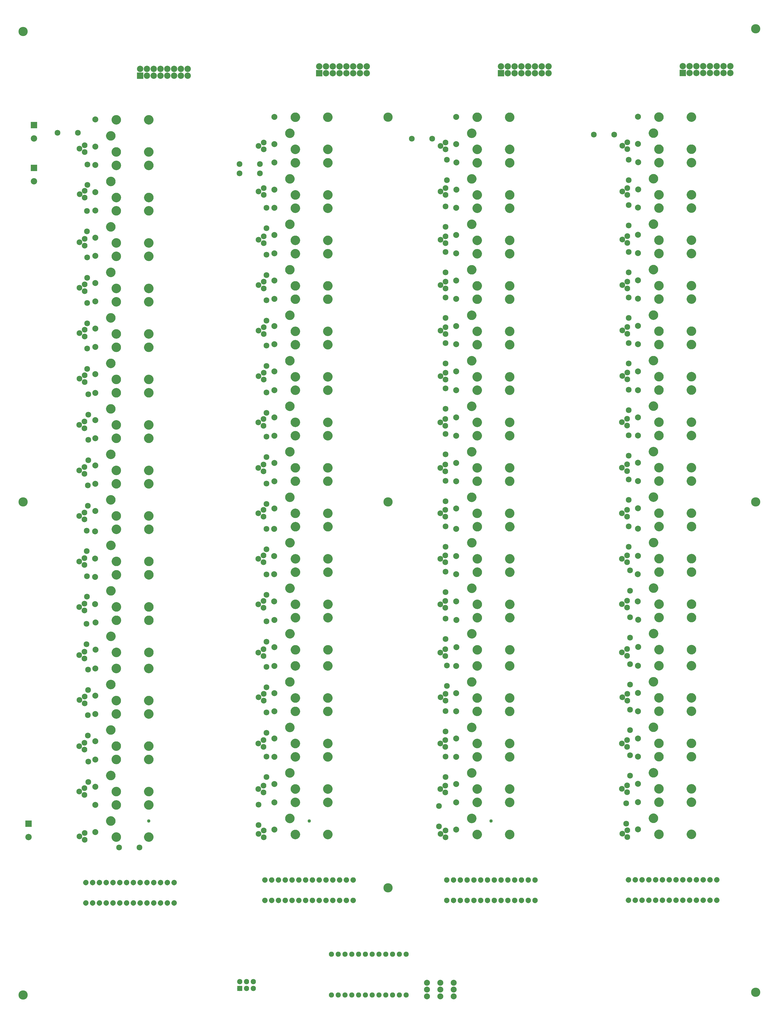
<source format=gts>
G04 MADE WITH FRITZING*
G04 WWW.FRITZING.ORG*
G04 DOUBLE SIDED*
G04 HOLES PLATED*
G04 CONTOUR ON CENTER OF CONTOUR VECTOR*
%ASAXBY*%
%FSLAX23Y23*%
%MOIN*%
%OFA0B0*%
%SFA1.0B1.0*%
%ADD10C,0.085000*%
%ADD11C,0.088000*%
%ADD12C,0.049370*%
%ADD13C,0.076000*%
%ADD14C,0.093307*%
%ADD15C,0.135984*%
%ADD16C,0.084000*%
%ADD17C,0.077323*%
%ADD18R,0.093307X0.093307*%
%ADD19R,0.077323X0.077323*%
%ADD20R,0.001000X0.001000*%
%LNMASK1*%
G90*
G70*
G54D10*
X1638Y2405D03*
X1938Y2405D03*
X9105Y3053D03*
X9105Y2753D03*
X9164Y3762D03*
X9164Y3462D03*
X9164Y4431D03*
X9164Y4131D03*
X9164Y5101D03*
X9164Y4801D03*
X9164Y5790D03*
X9164Y5490D03*
X9164Y6479D03*
X9164Y6179D03*
X9144Y7128D03*
X9144Y6828D03*
X9144Y7817D03*
X9144Y7517D03*
X9144Y8467D03*
X9144Y8167D03*
X9144Y9136D03*
X9144Y8836D03*
X9144Y9825D03*
X9144Y9525D03*
X9144Y10494D03*
X9144Y10194D03*
X9144Y11164D03*
X9144Y10864D03*
X9144Y11853D03*
X9144Y11553D03*
X9144Y12522D03*
X9144Y12222D03*
X8628Y12891D03*
X8928Y12891D03*
X5950Y12832D03*
X6250Y12832D03*
X6467Y12522D03*
X6467Y12222D03*
X6447Y11833D03*
X6447Y11533D03*
X6447Y11164D03*
X6447Y10864D03*
X6447Y10494D03*
X6447Y10194D03*
X6447Y9825D03*
X6447Y9525D03*
X6447Y9156D03*
X6447Y8856D03*
X6447Y8486D03*
X6447Y8186D03*
X6447Y7797D03*
X6447Y7497D03*
X6447Y7128D03*
X6447Y6828D03*
X6447Y6459D03*
X6447Y6159D03*
X6447Y5770D03*
X6447Y5470D03*
X6467Y5081D03*
X6467Y4781D03*
X6447Y4412D03*
X6447Y4112D03*
X6447Y3742D03*
X6447Y3442D03*
X6349Y3014D03*
X6349Y2714D03*
X3691Y3034D03*
X3691Y2734D03*
X3809Y3742D03*
X3809Y3442D03*
X3809Y4392D03*
X3809Y4092D03*
X3809Y5061D03*
X3809Y4761D03*
X3809Y5731D03*
X3809Y5431D03*
X3809Y6420D03*
X3809Y6120D03*
X3809Y7089D03*
X3809Y6789D03*
X3809Y7758D03*
X3809Y7458D03*
X3809Y8447D03*
X3809Y8147D03*
X3809Y9097D03*
X3809Y8797D03*
X3809Y9786D03*
X3809Y9486D03*
X3809Y10455D03*
X3809Y10155D03*
X3411Y12320D03*
X3711Y12320D03*
X3809Y11124D03*
X3809Y10824D03*
X3809Y11813D03*
X3809Y11513D03*
X3411Y12458D03*
X3711Y12458D03*
X732Y12916D03*
X1032Y12916D03*
X1174Y12149D03*
X1174Y12449D03*
X1166Y11468D03*
X1166Y11768D03*
X1170Y10783D03*
X1170Y11083D03*
X1170Y10113D03*
X1170Y10413D03*
X1170Y9444D03*
X1170Y9744D03*
X1186Y8771D03*
X1186Y9071D03*
X1186Y8101D03*
X1186Y8401D03*
X1178Y7432D03*
X1178Y7732D03*
X1162Y6763D03*
X1162Y7063D03*
X1166Y6094D03*
X1166Y6394D03*
X1158Y5393D03*
X1158Y5693D03*
X1182Y4720D03*
X1182Y5020D03*
X1186Y3368D03*
X1186Y3668D03*
X1178Y4049D03*
X1178Y4349D03*
G54D11*
X6565Y413D03*
X6565Y313D03*
X6565Y213D03*
X6369Y413D03*
X6369Y313D03*
X6369Y213D03*
X6172Y413D03*
X6172Y313D03*
X6172Y213D03*
G54D12*
X2077Y2793D03*
X4439Y2793D03*
X7117Y2793D03*
G54D13*
X5866Y834D03*
X5766Y834D03*
X5666Y834D03*
X5566Y834D03*
X5466Y834D03*
X5366Y834D03*
X5266Y834D03*
X5166Y834D03*
X5066Y834D03*
X4966Y834D03*
X4866Y834D03*
X4766Y834D03*
X4766Y234D03*
X4866Y234D03*
X4966Y234D03*
X5066Y234D03*
X5166Y234D03*
X5266Y234D03*
X5366Y234D03*
X5466Y234D03*
X5566Y234D03*
X5666Y234D03*
X5766Y234D03*
X5866Y234D03*
G54D14*
X306Y2753D03*
X306Y2557D03*
G54D15*
X11014Y14446D03*
X227Y14407D03*
X11014Y7488D03*
X227Y7488D03*
X11014Y273D03*
X5598Y13147D03*
X5598Y7488D03*
X5598Y1809D03*
X227Y234D03*
G54D16*
X9123Y12676D03*
X9048Y12726D03*
X9123Y12776D03*
X6447Y12673D03*
X6372Y12723D03*
X6447Y12773D03*
X3769Y12673D03*
X3694Y12723D03*
X3769Y12773D03*
X9123Y12005D03*
X9048Y12055D03*
X9123Y12105D03*
X6447Y12003D03*
X6372Y12053D03*
X6447Y12103D03*
X3769Y12003D03*
X3694Y12053D03*
X3769Y12103D03*
X1132Y12635D03*
X1057Y12685D03*
X1132Y12735D03*
X1133Y11965D03*
X1058Y12015D03*
X1133Y12065D03*
X9123Y11298D03*
X9048Y11348D03*
X9123Y11398D03*
X6447Y11295D03*
X6372Y11345D03*
X6447Y11395D03*
X3769Y11295D03*
X3694Y11345D03*
X3769Y11395D03*
X1132Y11257D03*
X1057Y11307D03*
X1132Y11357D03*
X9123Y10628D03*
X9048Y10678D03*
X9123Y10728D03*
X6447Y10626D03*
X6372Y10676D03*
X6447Y10726D03*
X3769Y10626D03*
X3694Y10676D03*
X3769Y10726D03*
X1132Y10588D03*
X1057Y10638D03*
X1132Y10688D03*
X9123Y9290D03*
X9048Y9340D03*
X9123Y9390D03*
X6447Y9287D03*
X6372Y9337D03*
X6447Y9387D03*
X3769Y9288D03*
X3694Y9338D03*
X3769Y9388D03*
X1132Y9249D03*
X1057Y9299D03*
X1132Y9349D03*
X9123Y9959D03*
X9048Y10009D03*
X9123Y10059D03*
X6447Y9957D03*
X6372Y10007D03*
X6447Y10057D03*
X3769Y9957D03*
X3694Y10007D03*
X3769Y10057D03*
X1132Y9919D03*
X1057Y9969D03*
X1132Y10019D03*
X9119Y7271D03*
X9044Y7321D03*
X9119Y7371D03*
X6443Y7269D03*
X6368Y7319D03*
X6443Y7369D03*
X3765Y7269D03*
X3690Y7319D03*
X3765Y7369D03*
X1129Y7231D03*
X1054Y7281D03*
X1129Y7331D03*
X9119Y8610D03*
X9044Y8660D03*
X9119Y8710D03*
X6443Y8607D03*
X6368Y8657D03*
X6443Y8707D03*
X3765Y8608D03*
X3690Y8658D03*
X3765Y8708D03*
X1129Y8570D03*
X1054Y8620D03*
X1129Y8670D03*
X9119Y7941D03*
X9044Y7991D03*
X9119Y8041D03*
X6443Y7938D03*
X6368Y7988D03*
X6443Y8038D03*
X3765Y7938D03*
X3690Y7988D03*
X3765Y8038D03*
X1129Y7900D03*
X1054Y7950D03*
X1129Y8000D03*
X9119Y6602D03*
X9044Y6652D03*
X9119Y6702D03*
X6443Y6600D03*
X6368Y6650D03*
X6443Y6700D03*
X3765Y6600D03*
X3690Y6650D03*
X3765Y6700D03*
X1129Y6562D03*
X1054Y6612D03*
X1129Y6662D03*
X9119Y5933D03*
X9044Y5983D03*
X9119Y6033D03*
X6443Y5930D03*
X6368Y5980D03*
X6443Y6030D03*
X3765Y5930D03*
X3690Y5980D03*
X3765Y6030D03*
X1129Y5892D03*
X1054Y5942D03*
X1129Y5992D03*
X9119Y5224D03*
X9044Y5274D03*
X9119Y5324D03*
X6443Y5222D03*
X6368Y5272D03*
X6443Y5322D03*
X3765Y5222D03*
X3690Y5272D03*
X3765Y5322D03*
X1129Y5184D03*
X1054Y5234D03*
X1129Y5284D03*
X9123Y4565D03*
X9048Y4615D03*
X9123Y4665D03*
X6447Y4563D03*
X6372Y4613D03*
X6447Y4663D03*
X3769Y4563D03*
X3694Y4613D03*
X3769Y4663D03*
X1132Y4525D03*
X1057Y4575D03*
X1132Y4625D03*
X9119Y3885D03*
X9044Y3935D03*
X9119Y3985D03*
X6443Y3883D03*
X6368Y3933D03*
X6443Y3983D03*
X3765Y3883D03*
X3690Y3933D03*
X3765Y3983D03*
X1129Y3845D03*
X1054Y3895D03*
X1129Y3945D03*
X9119Y3216D03*
X9044Y3266D03*
X9119Y3316D03*
X6443Y3214D03*
X6368Y3264D03*
X6443Y3314D03*
X3765Y3214D03*
X3690Y3264D03*
X3765Y3314D03*
X1129Y3176D03*
X1054Y3226D03*
X1129Y3276D03*
X9123Y2558D03*
X9048Y2608D03*
X9123Y2658D03*
X6447Y2555D03*
X6372Y2605D03*
X6447Y2655D03*
X3769Y2555D03*
X3694Y2605D03*
X3769Y2655D03*
X1132Y2517D03*
X1057Y2567D03*
X1132Y2617D03*
G54D11*
X9280Y10746D03*
X9280Y11146D03*
X9280Y10746D03*
X9280Y11146D03*
X6604Y10744D03*
X6604Y11144D03*
X6604Y10744D03*
X6604Y11144D03*
X3926Y10744D03*
X3926Y11144D03*
X3926Y10744D03*
X3926Y11144D03*
X1290Y10706D03*
X1290Y11106D03*
X1290Y10706D03*
X1290Y11106D03*
X9280Y10077D03*
X9280Y10477D03*
X9280Y10077D03*
X9280Y10477D03*
X6604Y10075D03*
X6604Y10475D03*
X6604Y10075D03*
X6604Y10475D03*
X3926Y10075D03*
X3926Y10475D03*
X3926Y10075D03*
X3926Y10475D03*
X1290Y10037D03*
X1290Y10437D03*
X1290Y10037D03*
X1290Y10437D03*
X9280Y12754D03*
X9280Y13154D03*
X9280Y12754D03*
X9280Y13154D03*
X6604Y12752D03*
X6604Y13152D03*
X6604Y12752D03*
X6604Y13152D03*
X3926Y12752D03*
X3926Y13152D03*
X3926Y12752D03*
X3926Y13152D03*
X9281Y12084D03*
X9281Y12484D03*
X9281Y12084D03*
X9281Y12484D03*
X6605Y12081D03*
X6605Y12481D03*
X6605Y12081D03*
X6605Y12481D03*
X3927Y12081D03*
X3927Y12481D03*
X3927Y12081D03*
X3927Y12481D03*
X1290Y12714D03*
X1290Y13114D03*
X1290Y12714D03*
X1290Y13114D03*
X1290Y12043D03*
X1290Y12443D03*
X1290Y12043D03*
X1290Y12443D03*
X9280Y11416D03*
X9280Y11816D03*
X9280Y11416D03*
X9280Y11816D03*
X6604Y11413D03*
X6604Y11813D03*
X6604Y11413D03*
X6604Y11813D03*
X3926Y11414D03*
X3926Y11814D03*
X3926Y11414D03*
X3926Y11814D03*
X1290Y11375D03*
X1290Y11775D03*
X1290Y11375D03*
X1290Y11775D03*
X9280Y8732D03*
X9280Y9132D03*
X9280Y8732D03*
X9280Y9132D03*
X6604Y8730D03*
X6604Y9130D03*
X6604Y8730D03*
X6604Y9130D03*
X3926Y8730D03*
X3926Y9130D03*
X3926Y8730D03*
X3926Y9130D03*
X1290Y8692D03*
X1290Y9092D03*
X1290Y8692D03*
X1290Y9092D03*
X9280Y7394D03*
X9280Y7794D03*
X9280Y7394D03*
X9280Y7794D03*
X6604Y7391D03*
X6604Y7791D03*
X6604Y7391D03*
X6604Y7791D03*
X3926Y7391D03*
X3926Y7791D03*
X3926Y7391D03*
X3926Y7791D03*
X1290Y7353D03*
X1290Y7753D03*
X1290Y7353D03*
X1290Y7753D03*
X9280Y9408D03*
X9280Y9808D03*
X9280Y9408D03*
X9280Y9808D03*
X6604Y9406D03*
X6604Y9806D03*
X6604Y9406D03*
X6604Y9806D03*
X3926Y9406D03*
X3926Y9806D03*
X3926Y9406D03*
X3926Y9806D03*
X1290Y9368D03*
X1290Y9768D03*
X1290Y9368D03*
X1290Y9768D03*
X9280Y8063D03*
X9280Y8463D03*
X9280Y8063D03*
X9280Y8463D03*
X6604Y8061D03*
X6604Y8461D03*
X6604Y8061D03*
X6604Y8461D03*
X3926Y8061D03*
X3926Y8461D03*
X3926Y8061D03*
X3926Y8461D03*
X1290Y8023D03*
X1290Y8423D03*
X1290Y8023D03*
X1290Y8423D03*
X9278Y6695D03*
X9278Y7095D03*
X9278Y6695D03*
X9278Y7095D03*
X6602Y6692D03*
X6602Y7092D03*
X6602Y6692D03*
X6602Y7092D03*
X3924Y6692D03*
X3924Y7092D03*
X3924Y6692D03*
X3924Y7092D03*
X1287Y6654D03*
X1287Y7054D03*
X1287Y6654D03*
X1287Y7054D03*
X9277Y6025D03*
X9277Y6425D03*
X9277Y6025D03*
X9277Y6425D03*
X6601Y6023D03*
X6601Y6423D03*
X6601Y6023D03*
X6601Y6423D03*
X3923Y6023D03*
X3923Y6423D03*
X3923Y6023D03*
X3923Y6423D03*
X1286Y5985D03*
X1286Y6385D03*
X1286Y5985D03*
X1286Y6385D03*
X9281Y5353D03*
X9281Y5753D03*
X9281Y5353D03*
X9281Y5753D03*
X6605Y5351D03*
X6605Y5751D03*
X6605Y5351D03*
X6605Y5751D03*
X3927Y5351D03*
X3927Y5751D03*
X3927Y5351D03*
X3927Y5751D03*
X1291Y5313D03*
X1291Y5713D03*
X1291Y5313D03*
X1291Y5713D03*
X9280Y4677D03*
X9280Y5077D03*
X9280Y4677D03*
X9280Y5077D03*
X6604Y4675D03*
X6604Y5075D03*
X6604Y4675D03*
X6604Y5075D03*
X3926Y4675D03*
X3926Y5075D03*
X3926Y4675D03*
X3926Y5075D03*
X1290Y4637D03*
X1290Y5037D03*
X1290Y4637D03*
X1290Y5037D03*
X9280Y4008D03*
X9280Y4408D03*
X9280Y4008D03*
X9280Y4408D03*
X6604Y4006D03*
X6604Y4406D03*
X6604Y4006D03*
X6604Y4406D03*
X3926Y4006D03*
X3926Y4406D03*
X3926Y4006D03*
X3926Y4406D03*
X1290Y3968D03*
X1290Y4368D03*
X1290Y3968D03*
X1290Y4368D03*
X9280Y3339D03*
X9280Y3739D03*
X9280Y3339D03*
X9280Y3739D03*
X6604Y3336D03*
X6604Y3736D03*
X6604Y3336D03*
X6604Y3736D03*
X3926Y3336D03*
X3926Y3736D03*
X3926Y3336D03*
X3926Y3736D03*
X1290Y3298D03*
X1290Y3698D03*
X1290Y3298D03*
X1290Y3698D03*
X9280Y2669D03*
X9280Y3069D03*
X9280Y2669D03*
X9280Y3069D03*
X6604Y2667D03*
X6604Y3067D03*
X6604Y2667D03*
X6604Y3067D03*
X3926Y2667D03*
X3926Y3067D03*
X3926Y2667D03*
X3926Y3067D03*
X1290Y2629D03*
X1290Y3029D03*
X1290Y2629D03*
X1290Y3029D03*
G54D17*
X3416Y431D03*
X3516Y431D03*
X3616Y431D03*
X3416Y331D03*
X3516Y331D03*
X3616Y331D03*
G54D14*
X9940Y13896D03*
X10040Y13896D03*
X10140Y13896D03*
X10240Y13896D03*
X10340Y13896D03*
X10440Y13896D03*
X10540Y13896D03*
X10640Y13896D03*
X9940Y13796D03*
X10040Y13796D03*
X10140Y13796D03*
X10240Y13796D03*
X10340Y13796D03*
X10440Y13796D03*
X10540Y13796D03*
X10640Y13796D03*
X7264Y13894D03*
X7364Y13894D03*
X7464Y13894D03*
X7564Y13894D03*
X7664Y13894D03*
X7764Y13894D03*
X7864Y13894D03*
X7964Y13894D03*
X7264Y13794D03*
X7364Y13794D03*
X7464Y13794D03*
X7564Y13794D03*
X7664Y13794D03*
X7764Y13794D03*
X7864Y13794D03*
X7964Y13794D03*
X4586Y13894D03*
X4686Y13894D03*
X4786Y13894D03*
X4886Y13894D03*
X4986Y13894D03*
X5086Y13894D03*
X5186Y13894D03*
X5286Y13894D03*
X4586Y13794D03*
X4686Y13794D03*
X4786Y13794D03*
X4886Y13794D03*
X4986Y13794D03*
X5086Y13794D03*
X5186Y13794D03*
X5286Y13794D03*
X1950Y13856D03*
X2050Y13856D03*
X2150Y13856D03*
X2250Y13856D03*
X2350Y13856D03*
X2450Y13856D03*
X2550Y13856D03*
X2650Y13856D03*
X1950Y13756D03*
X2050Y13756D03*
X2150Y13756D03*
X2250Y13756D03*
X2350Y13756D03*
X2450Y13756D03*
X2550Y13756D03*
X2650Y13756D03*
X385Y13030D03*
X385Y12833D03*
X385Y12400D03*
X385Y12204D03*
G54D18*
X306Y2753D03*
G54D19*
X3416Y331D03*
G54D18*
X9940Y13796D03*
X7264Y13794D03*
X4586Y13794D03*
X1950Y13756D03*
X385Y13030D03*
X385Y12400D03*
G54D20*
X9582Y13218D02*
X9594Y13218D01*
X10060Y13218D02*
X10073Y13218D01*
X9576Y13217D02*
X9601Y13217D01*
X10054Y13217D02*
X10079Y13217D01*
X4232Y13216D02*
X4237Y13216D01*
X4711Y13216D02*
X4715Y13216D01*
X6912Y13216D02*
X6912Y13216D01*
X9571Y13216D02*
X9605Y13216D01*
X10050Y13216D02*
X10083Y13216D01*
X4223Y13215D02*
X4246Y13215D01*
X4702Y13215D02*
X4724Y13215D01*
X6902Y13215D02*
X6923Y13215D01*
X7380Y13215D02*
X7401Y13215D01*
X9567Y13215D02*
X9609Y13215D01*
X10046Y13215D02*
X10087Y13215D01*
X4219Y13214D02*
X4251Y13214D01*
X4697Y13214D02*
X4729Y13214D01*
X6897Y13214D02*
X6928Y13214D01*
X7375Y13214D02*
X7406Y13214D01*
X9565Y13214D02*
X9612Y13214D01*
X10043Y13214D02*
X10090Y13214D01*
X4215Y13213D02*
X4255Y13213D01*
X4693Y13213D02*
X4733Y13213D01*
X6893Y13213D02*
X6932Y13213D01*
X7371Y13213D02*
X7410Y13213D01*
X9562Y13213D02*
X9615Y13213D01*
X10040Y13213D02*
X10093Y13213D01*
X4212Y13212D02*
X4258Y13212D01*
X4690Y13212D02*
X4736Y13212D01*
X6890Y13212D02*
X6935Y13212D01*
X7368Y13212D02*
X7413Y13212D01*
X9560Y13212D02*
X9617Y13212D01*
X10038Y13212D02*
X10095Y13212D01*
X4209Y13211D02*
X4260Y13211D01*
X4687Y13211D02*
X4739Y13211D01*
X6887Y13211D02*
X6938Y13211D01*
X7365Y13211D02*
X7416Y13211D01*
X9558Y13211D02*
X9619Y13211D01*
X10036Y13211D02*
X10097Y13211D01*
X4206Y13210D02*
X4263Y13210D01*
X4685Y13210D02*
X4741Y13210D01*
X6884Y13210D02*
X6940Y13210D01*
X7363Y13210D02*
X7418Y13210D01*
X9556Y13210D02*
X9621Y13210D01*
X10034Y13210D02*
X10099Y13210D01*
X4204Y13209D02*
X4265Y13209D01*
X4683Y13209D02*
X4743Y13209D01*
X6882Y13209D02*
X6942Y13209D01*
X7361Y13209D02*
X7420Y13209D01*
X9554Y13209D02*
X9622Y13209D01*
X10032Y13209D02*
X10101Y13209D01*
X4202Y13208D02*
X4267Y13208D01*
X4681Y13208D02*
X4745Y13208D01*
X6880Y13208D02*
X6944Y13208D01*
X7359Y13208D02*
X7422Y13208D01*
X9552Y13208D02*
X9624Y13208D01*
X10031Y13208D02*
X10102Y13208D01*
X4201Y13207D02*
X4268Y13207D01*
X4679Y13207D02*
X4747Y13207D01*
X6879Y13207D02*
X6946Y13207D01*
X7357Y13207D02*
X7424Y13207D01*
X9551Y13207D02*
X9626Y13207D01*
X10029Y13207D02*
X10104Y13207D01*
X4199Y13206D02*
X4270Y13206D01*
X4677Y13206D02*
X4748Y13206D01*
X6877Y13206D02*
X6948Y13206D01*
X7355Y13206D02*
X7426Y13206D01*
X9549Y13206D02*
X9627Y13206D01*
X10027Y13206D02*
X10106Y13206D01*
X4197Y13205D02*
X4272Y13205D01*
X4676Y13205D02*
X4750Y13205D01*
X6875Y13205D02*
X6949Y13205D01*
X7354Y13205D02*
X7427Y13205D01*
X9548Y13205D02*
X9629Y13205D01*
X10026Y13205D02*
X10107Y13205D01*
X4196Y13204D02*
X4273Y13204D01*
X4674Y13204D02*
X4752Y13204D01*
X6874Y13204D02*
X6951Y13204D01*
X7352Y13204D02*
X7429Y13204D01*
X9546Y13204D02*
X9630Y13204D01*
X10025Y13204D02*
X10108Y13204D01*
X4195Y13203D02*
X4275Y13203D01*
X4673Y13203D02*
X4753Y13203D01*
X6872Y13203D02*
X6952Y13203D01*
X7351Y13203D02*
X7430Y13203D01*
X9545Y13203D02*
X9631Y13203D01*
X10023Y13203D02*
X10110Y13203D01*
X4193Y13202D02*
X4276Y13202D01*
X4671Y13202D02*
X4754Y13202D01*
X6871Y13202D02*
X6954Y13202D01*
X7349Y13202D02*
X7432Y13202D01*
X9544Y13202D02*
X9633Y13202D01*
X10022Y13202D02*
X10111Y13202D01*
X4192Y13201D02*
X4277Y13201D01*
X4670Y13201D02*
X4756Y13201D01*
X6870Y13201D02*
X6955Y13201D01*
X7348Y13201D02*
X7433Y13201D01*
X9543Y13201D02*
X9634Y13201D01*
X10021Y13201D02*
X10112Y13201D01*
X4190Y13200D02*
X4279Y13200D01*
X4669Y13200D02*
X4757Y13200D01*
X6868Y13200D02*
X6956Y13200D01*
X7347Y13200D02*
X7435Y13200D01*
X9542Y13200D02*
X9635Y13200D01*
X10020Y13200D02*
X10113Y13200D01*
X4189Y13199D02*
X4280Y13199D01*
X4668Y13199D02*
X4758Y13199D01*
X6867Y13199D02*
X6957Y13199D01*
X7346Y13199D02*
X7436Y13199D01*
X9540Y13199D02*
X9636Y13199D01*
X10019Y13199D02*
X10114Y13199D01*
X4188Y13198D02*
X4281Y13198D01*
X4667Y13198D02*
X4759Y13198D01*
X6866Y13198D02*
X6959Y13198D01*
X7344Y13198D02*
X7437Y13198D01*
X9539Y13198D02*
X9637Y13198D01*
X10018Y13198D02*
X10115Y13198D01*
X4187Y13197D02*
X4282Y13197D01*
X4665Y13197D02*
X4760Y13197D01*
X6865Y13197D02*
X6960Y13197D01*
X7343Y13197D02*
X7438Y13197D01*
X9538Y13197D02*
X9638Y13197D01*
X10017Y13197D02*
X10116Y13197D01*
X4186Y13196D02*
X4283Y13196D01*
X4664Y13196D02*
X4761Y13196D01*
X6864Y13196D02*
X6961Y13196D01*
X7342Y13196D02*
X7439Y13196D01*
X9538Y13196D02*
X9639Y13196D01*
X10016Y13196D02*
X10117Y13196D01*
X4185Y13195D02*
X4284Y13195D01*
X4663Y13195D02*
X4762Y13195D01*
X6863Y13195D02*
X6962Y13195D01*
X7341Y13195D02*
X7440Y13195D01*
X9537Y13195D02*
X9640Y13195D01*
X10015Y13195D02*
X10118Y13195D01*
X4184Y13194D02*
X4285Y13194D01*
X4662Y13194D02*
X4763Y13194D01*
X6862Y13194D02*
X6963Y13194D01*
X7340Y13194D02*
X7441Y13194D01*
X9536Y13194D02*
X9641Y13194D01*
X10014Y13194D02*
X10119Y13194D01*
X4183Y13193D02*
X4286Y13193D01*
X4662Y13193D02*
X4764Y13193D01*
X6861Y13193D02*
X6964Y13193D01*
X7339Y13193D02*
X7442Y13193D01*
X9535Y13193D02*
X9642Y13193D01*
X10013Y13193D02*
X10120Y13193D01*
X4182Y13192D02*
X4287Y13192D01*
X4661Y13192D02*
X4765Y13192D01*
X6860Y13192D02*
X6964Y13192D01*
X7338Y13192D02*
X7443Y13192D01*
X9534Y13192D02*
X9642Y13192D01*
X10012Y13192D02*
X10121Y13192D01*
X4181Y13191D02*
X4288Y13191D01*
X4660Y13191D02*
X4766Y13191D01*
X6859Y13191D02*
X6965Y13191D01*
X7338Y13191D02*
X7444Y13191D01*
X9533Y13191D02*
X9643Y13191D01*
X10012Y13191D02*
X10121Y13191D01*
X4181Y13190D02*
X4288Y13190D01*
X4659Y13190D02*
X4767Y13190D01*
X6858Y13190D02*
X6966Y13190D01*
X7337Y13190D02*
X7444Y13190D01*
X9533Y13190D02*
X9644Y13190D01*
X10011Y13190D02*
X10122Y13190D01*
X4180Y13189D02*
X4289Y13189D01*
X4658Y13189D02*
X4768Y13189D01*
X6858Y13189D02*
X6967Y13189D01*
X7336Y13189D02*
X7445Y13189D01*
X9532Y13189D02*
X9644Y13189D01*
X10010Y13189D02*
X10123Y13189D01*
X4179Y13188D02*
X4290Y13188D01*
X4658Y13188D02*
X4768Y13188D01*
X6857Y13188D02*
X6968Y13188D01*
X7335Y13188D02*
X7446Y13188D01*
X9531Y13188D02*
X9645Y13188D01*
X10009Y13188D02*
X10124Y13188D01*
X4178Y13187D02*
X4291Y13187D01*
X4657Y13187D02*
X4769Y13187D01*
X6856Y13187D02*
X6968Y13187D01*
X7335Y13187D02*
X7447Y13187D01*
X9530Y13187D02*
X9646Y13187D01*
X10009Y13187D02*
X10124Y13187D01*
X4178Y13186D02*
X4291Y13186D01*
X4656Y13186D02*
X4770Y13186D01*
X6856Y13186D02*
X6969Y13186D01*
X7334Y13186D02*
X7447Y13186D01*
X9530Y13186D02*
X9647Y13186D01*
X10008Y13186D02*
X10125Y13186D01*
X4177Y13185D02*
X4292Y13185D01*
X4655Y13185D02*
X4770Y13185D01*
X6855Y13185D02*
X6970Y13185D01*
X7333Y13185D02*
X7448Y13185D01*
X9529Y13185D02*
X9647Y13185D01*
X10008Y13185D02*
X10125Y13185D01*
X4176Y13184D02*
X4293Y13184D01*
X4655Y13184D02*
X4771Y13184D01*
X6854Y13184D02*
X6970Y13184D01*
X7333Y13184D02*
X7449Y13184D01*
X9529Y13184D02*
X9648Y13184D01*
X10007Y13184D02*
X10126Y13184D01*
X4176Y13183D02*
X4293Y13183D01*
X4654Y13183D02*
X4772Y13183D01*
X6854Y13183D02*
X6971Y13183D01*
X7332Y13183D02*
X7449Y13183D01*
X9528Y13183D02*
X9648Y13183D01*
X10006Y13183D02*
X10127Y13183D01*
X4175Y13182D02*
X4294Y13182D01*
X4653Y13182D02*
X4772Y13182D01*
X6853Y13182D02*
X6972Y13182D01*
X7331Y13182D02*
X7450Y13182D01*
X9527Y13182D02*
X9649Y13182D01*
X10006Y13182D02*
X10127Y13182D01*
X4175Y13181D02*
X4295Y13181D01*
X4653Y13181D02*
X4773Y13181D01*
X6852Y13181D02*
X6972Y13181D01*
X7331Y13181D02*
X7451Y13181D01*
X9527Y13181D02*
X9650Y13181D01*
X10005Y13181D02*
X10128Y13181D01*
X4174Y13180D02*
X4295Y13180D01*
X4652Y13180D02*
X4774Y13180D01*
X6852Y13180D02*
X6973Y13180D01*
X7330Y13180D02*
X7451Y13180D01*
X9526Y13180D02*
X9650Y13180D01*
X10005Y13180D02*
X10128Y13180D01*
X4173Y13179D02*
X4296Y13179D01*
X4652Y13179D02*
X4774Y13179D01*
X6851Y13179D02*
X6973Y13179D01*
X7329Y13179D02*
X7452Y13179D01*
X9526Y13179D02*
X9650Y13179D01*
X10004Y13179D02*
X10129Y13179D01*
X1598Y13178D02*
X1599Y13178D01*
X2076Y13178D02*
X2077Y13178D01*
X4173Y13178D02*
X4296Y13178D01*
X4651Y13178D02*
X4775Y13178D01*
X6851Y13178D02*
X6974Y13178D01*
X7329Y13178D02*
X7452Y13178D01*
X9525Y13178D02*
X9651Y13178D01*
X10004Y13178D02*
X10129Y13178D01*
X1588Y13177D02*
X1609Y13177D01*
X2066Y13177D02*
X2087Y13177D01*
X4172Y13177D02*
X4297Y13177D01*
X4651Y13177D02*
X4775Y13177D01*
X6850Y13177D02*
X6974Y13177D01*
X7328Y13177D02*
X7453Y13177D01*
X9525Y13177D02*
X9651Y13177D01*
X10003Y13177D02*
X10130Y13177D01*
X1583Y13176D02*
X1614Y13176D01*
X2061Y13176D02*
X2092Y13176D01*
X4172Y13176D02*
X4297Y13176D01*
X4650Y13176D02*
X4776Y13176D01*
X6850Y13176D02*
X6975Y13176D01*
X7328Y13176D02*
X7453Y13176D01*
X9524Y13176D02*
X9652Y13176D01*
X10003Y13176D02*
X10130Y13176D01*
X1579Y13175D02*
X1618Y13175D01*
X2057Y13175D02*
X2096Y13175D01*
X4171Y13175D02*
X4298Y13175D01*
X4650Y13175D02*
X4776Y13175D01*
X6849Y13175D02*
X6975Y13175D01*
X7327Y13175D02*
X7454Y13175D01*
X9524Y13175D02*
X9652Y13175D01*
X10002Y13175D02*
X10131Y13175D01*
X1575Y13174D02*
X1621Y13174D01*
X2054Y13174D02*
X2099Y13174D01*
X4171Y13174D02*
X4298Y13174D01*
X4649Y13174D02*
X4777Y13174D01*
X6849Y13174D02*
X6976Y13174D01*
X7327Y13174D02*
X7454Y13174D01*
X9524Y13174D02*
X9653Y13174D01*
X10002Y13174D02*
X10131Y13174D01*
X1573Y13173D02*
X1624Y13173D01*
X2051Y13173D02*
X2102Y13173D01*
X4170Y13173D02*
X4299Y13173D01*
X4649Y13173D02*
X4777Y13173D01*
X6848Y13173D02*
X6976Y13173D01*
X7327Y13173D02*
X7455Y13173D01*
X9523Y13173D02*
X9653Y13173D01*
X10002Y13173D02*
X10131Y13173D01*
X1570Y13172D02*
X1626Y13172D01*
X2049Y13172D02*
X2104Y13172D01*
X4170Y13172D02*
X4299Y13172D01*
X4648Y13172D02*
X4777Y13172D01*
X6848Y13172D02*
X6977Y13172D01*
X7326Y13172D02*
X7455Y13172D01*
X9523Y13172D02*
X9653Y13172D01*
X10001Y13172D02*
X10132Y13172D01*
X1568Y13171D02*
X1628Y13171D01*
X2047Y13171D02*
X2106Y13171D01*
X4170Y13171D02*
X4299Y13171D01*
X4648Y13171D02*
X4778Y13171D01*
X6848Y13171D02*
X6977Y13171D01*
X7326Y13171D02*
X7455Y13171D01*
X9523Y13171D02*
X9654Y13171D01*
X10001Y13171D02*
X10132Y13171D01*
X1566Y13170D02*
X1630Y13170D01*
X2045Y13170D02*
X2108Y13170D01*
X4169Y13170D02*
X4300Y13170D01*
X4648Y13170D02*
X4778Y13170D01*
X6847Y13170D02*
X6977Y13170D01*
X7325Y13170D02*
X7456Y13170D01*
X9522Y13170D02*
X9654Y13170D01*
X10001Y13170D02*
X10132Y13170D01*
X1564Y13169D02*
X1632Y13169D01*
X2043Y13169D02*
X2110Y13169D01*
X4169Y13169D02*
X4300Y13169D01*
X4647Y13169D02*
X4778Y13169D01*
X6847Y13169D02*
X6978Y13169D01*
X7325Y13169D02*
X7456Y13169D01*
X9522Y13169D02*
X9654Y13169D01*
X10000Y13169D02*
X10133Y13169D01*
X1563Y13168D02*
X1634Y13168D01*
X2041Y13168D02*
X2112Y13168D01*
X4169Y13168D02*
X4300Y13168D01*
X4647Y13168D02*
X4779Y13168D01*
X6846Y13168D02*
X6978Y13168D01*
X7325Y13168D02*
X7456Y13168D01*
X9522Y13168D02*
X9655Y13168D01*
X10000Y13168D02*
X10133Y13168D01*
X1561Y13167D02*
X1635Y13167D01*
X2040Y13167D02*
X2113Y13167D01*
X4168Y13167D02*
X4301Y13167D01*
X4647Y13167D02*
X4779Y13167D01*
X6846Y13167D02*
X6978Y13167D01*
X7324Y13167D02*
X7457Y13167D01*
X9521Y13167D02*
X9655Y13167D01*
X10000Y13167D02*
X10133Y13167D01*
X1560Y13166D02*
X1637Y13166D01*
X2038Y13166D02*
X2115Y13166D01*
X4168Y13166D02*
X4301Y13166D01*
X4646Y13166D02*
X4779Y13166D01*
X6846Y13166D02*
X6979Y13166D01*
X7324Y13166D02*
X7457Y13166D01*
X9521Y13166D02*
X9655Y13166D01*
X9999Y13166D02*
X10134Y13166D01*
X1558Y13165D02*
X1638Y13165D01*
X2037Y13165D02*
X2116Y13165D01*
X4168Y13165D02*
X4301Y13165D01*
X4646Y13165D02*
X4780Y13165D01*
X6846Y13165D02*
X6979Y13165D01*
X7324Y13165D02*
X7457Y13165D01*
X9521Y13165D02*
X9655Y13165D01*
X9999Y13165D02*
X10134Y13165D01*
X1557Y13164D02*
X1640Y13164D01*
X2035Y13164D02*
X2118Y13164D01*
X4168Y13164D02*
X4302Y13164D01*
X4646Y13164D02*
X4780Y13164D01*
X6845Y13164D02*
X6979Y13164D01*
X7324Y13164D02*
X7458Y13164D01*
X9521Y13164D02*
X9656Y13164D01*
X9999Y13164D02*
X10134Y13164D01*
X1556Y13163D02*
X1641Y13163D01*
X2034Y13163D02*
X2119Y13163D01*
X4167Y13163D02*
X4302Y13163D01*
X4646Y13163D02*
X4780Y13163D01*
X6845Y13163D02*
X6979Y13163D01*
X7323Y13163D02*
X7458Y13163D01*
X9520Y13163D02*
X9656Y13163D01*
X9999Y13163D02*
X10134Y13163D01*
X1554Y13162D02*
X1642Y13162D01*
X2033Y13162D02*
X2121Y13162D01*
X4167Y13162D02*
X4302Y13162D01*
X4645Y13162D02*
X4780Y13162D01*
X6845Y13162D02*
X6980Y13162D01*
X7323Y13162D02*
X7458Y13162D01*
X9520Y13162D02*
X9656Y13162D01*
X9999Y13162D02*
X10134Y13162D01*
X1553Y13161D02*
X1643Y13161D01*
X2031Y13161D02*
X2122Y13161D01*
X4167Y13161D02*
X4302Y13161D01*
X4645Y13161D02*
X4781Y13161D01*
X6845Y13161D02*
X6980Y13161D01*
X7323Y13161D02*
X7458Y13161D01*
X9520Y13161D02*
X9656Y13161D01*
X9998Y13161D02*
X10135Y13161D01*
X1552Y13160D02*
X1644Y13160D01*
X2030Y13160D02*
X2123Y13160D01*
X4167Y13160D02*
X4303Y13160D01*
X4645Y13160D02*
X4781Y13160D01*
X6844Y13160D02*
X6980Y13160D01*
X7323Y13160D02*
X7459Y13160D01*
X9520Y13160D02*
X9656Y13160D01*
X9998Y13160D02*
X10135Y13160D01*
X1551Y13159D02*
X1646Y13159D01*
X2029Y13159D02*
X2124Y13159D01*
X4166Y13159D02*
X4303Y13159D01*
X4645Y13159D02*
X4781Y13159D01*
X6844Y13159D02*
X6980Y13159D01*
X7323Y13159D02*
X7459Y13159D01*
X9520Y13159D02*
X9657Y13159D01*
X9998Y13159D02*
X10135Y13159D01*
X1550Y13158D02*
X1647Y13158D01*
X2028Y13158D02*
X2125Y13158D01*
X4166Y13158D02*
X4303Y13158D01*
X4645Y13158D02*
X4781Y13158D01*
X6844Y13158D02*
X6981Y13158D01*
X7322Y13158D02*
X7459Y13158D01*
X9520Y13158D02*
X9657Y13158D01*
X9998Y13158D02*
X10135Y13158D01*
X1549Y13157D02*
X1648Y13157D01*
X2027Y13157D02*
X2126Y13157D01*
X4166Y13157D02*
X4303Y13157D01*
X4644Y13157D02*
X4781Y13157D01*
X6844Y13157D02*
X6981Y13157D01*
X7322Y13157D02*
X7459Y13157D01*
X9519Y13157D02*
X9657Y13157D01*
X9998Y13157D02*
X10135Y13157D01*
X1548Y13156D02*
X1649Y13156D01*
X2026Y13156D02*
X2127Y13156D01*
X4166Y13156D02*
X4303Y13156D01*
X4644Y13156D02*
X4781Y13156D01*
X6844Y13156D02*
X6981Y13156D01*
X7322Y13156D02*
X7459Y13156D01*
X9519Y13156D02*
X9657Y13156D01*
X9998Y13156D02*
X10135Y13156D01*
X1547Y13155D02*
X1649Y13155D01*
X2025Y13155D02*
X2128Y13155D01*
X4166Y13155D02*
X4303Y13155D01*
X4644Y13155D02*
X4782Y13155D01*
X6844Y13155D02*
X6981Y13155D01*
X7322Y13155D02*
X7459Y13155D01*
X9519Y13155D02*
X9657Y13155D01*
X9997Y13155D02*
X10136Y13155D01*
X1546Y13154D02*
X1650Y13154D01*
X2024Y13154D02*
X2129Y13154D01*
X4166Y13154D02*
X4303Y13154D01*
X4644Y13154D02*
X4782Y13154D01*
X6843Y13154D02*
X6981Y13154D01*
X7322Y13154D02*
X7459Y13154D01*
X9519Y13154D02*
X9657Y13154D01*
X9997Y13154D02*
X10136Y13154D01*
X1545Y13153D02*
X1651Y13153D01*
X2023Y13153D02*
X2130Y13153D01*
X4166Y13153D02*
X4304Y13153D01*
X4644Y13153D02*
X4782Y13153D01*
X6843Y13153D02*
X6981Y13153D01*
X7322Y13153D02*
X7460Y13153D01*
X9519Y13153D02*
X9657Y13153D01*
X9997Y13153D02*
X10136Y13153D01*
X1544Y13152D02*
X1652Y13152D01*
X2023Y13152D02*
X2130Y13152D01*
X4165Y13152D02*
X4304Y13152D01*
X4644Y13152D02*
X4782Y13152D01*
X6843Y13152D02*
X6981Y13152D01*
X7322Y13152D02*
X7460Y13152D01*
X9519Y13152D02*
X9657Y13152D01*
X9997Y13152D02*
X10136Y13152D01*
X1544Y13151D02*
X1653Y13151D01*
X2022Y13151D02*
X2131Y13151D01*
X4165Y13151D02*
X4304Y13151D01*
X4644Y13151D02*
X4782Y13151D01*
X6843Y13151D02*
X6981Y13151D01*
X7321Y13151D02*
X7460Y13151D01*
X9519Y13151D02*
X9657Y13151D01*
X9997Y13151D02*
X10136Y13151D01*
X1543Y13150D02*
X1654Y13150D01*
X2021Y13150D02*
X2132Y13150D01*
X4165Y13150D02*
X4304Y13150D01*
X4644Y13150D02*
X4782Y13150D01*
X6843Y13150D02*
X6982Y13150D01*
X7321Y13150D02*
X7460Y13150D01*
X9519Y13150D02*
X9658Y13150D01*
X9997Y13150D02*
X10136Y13150D01*
X1542Y13149D02*
X1654Y13149D01*
X2020Y13149D02*
X2133Y13149D01*
X4165Y13149D02*
X4304Y13149D01*
X4644Y13149D02*
X4782Y13149D01*
X6843Y13149D02*
X6982Y13149D01*
X7321Y13149D02*
X7460Y13149D01*
X9519Y13149D02*
X9658Y13149D01*
X9997Y13149D02*
X10136Y13149D01*
X1541Y13148D02*
X1655Y13148D01*
X2020Y13148D02*
X2133Y13148D01*
X4165Y13148D02*
X4304Y13148D01*
X4644Y13148D02*
X4782Y13148D01*
X6843Y13148D02*
X6982Y13148D01*
X7321Y13148D02*
X7460Y13148D01*
X9519Y13148D02*
X9658Y13148D01*
X9997Y13148D02*
X10136Y13148D01*
X1541Y13147D02*
X1656Y13147D01*
X2019Y13147D02*
X2134Y13147D01*
X4165Y13147D02*
X4304Y13147D01*
X4643Y13147D02*
X4782Y13147D01*
X6843Y13147D02*
X6982Y13147D01*
X7321Y13147D02*
X7460Y13147D01*
X9519Y13147D02*
X9658Y13147D01*
X9997Y13147D02*
X10136Y13147D01*
X1540Y13146D02*
X1656Y13146D01*
X2018Y13146D02*
X2135Y13146D01*
X4165Y13146D02*
X4304Y13146D01*
X4643Y13146D02*
X4782Y13146D01*
X6843Y13146D02*
X6982Y13146D01*
X7321Y13146D02*
X7460Y13146D01*
X9519Y13146D02*
X9657Y13146D01*
X9997Y13146D02*
X10136Y13146D01*
X1539Y13145D02*
X1657Y13145D01*
X2018Y13145D02*
X2135Y13145D01*
X4165Y13145D02*
X4304Y13145D01*
X4644Y13145D02*
X4782Y13145D01*
X6843Y13145D02*
X6982Y13145D01*
X7321Y13145D02*
X7460Y13145D01*
X9519Y13145D02*
X9657Y13145D01*
X9997Y13145D02*
X10136Y13145D01*
X1539Y13144D02*
X1658Y13144D01*
X2017Y13144D02*
X2136Y13144D01*
X4165Y13144D02*
X4304Y13144D01*
X4644Y13144D02*
X4782Y13144D01*
X6843Y13144D02*
X6982Y13144D01*
X7321Y13144D02*
X7460Y13144D01*
X9519Y13144D02*
X9657Y13144D01*
X9997Y13144D02*
X10136Y13144D01*
X1538Y13143D02*
X1658Y13143D01*
X2017Y13143D02*
X2136Y13143D01*
X4165Y13143D02*
X4304Y13143D01*
X4644Y13143D02*
X4782Y13143D01*
X6843Y13143D02*
X6982Y13143D01*
X7321Y13143D02*
X7460Y13143D01*
X9519Y13143D02*
X9657Y13143D01*
X9997Y13143D02*
X10136Y13143D01*
X1538Y13142D02*
X1659Y13142D01*
X2016Y13142D02*
X2137Y13142D01*
X4165Y13142D02*
X4304Y13142D01*
X4644Y13142D02*
X4782Y13142D01*
X6843Y13142D02*
X6981Y13142D01*
X7321Y13142D02*
X7460Y13142D01*
X9519Y13142D02*
X9657Y13142D01*
X9997Y13142D02*
X10136Y13142D01*
X1537Y13141D02*
X1659Y13141D01*
X2015Y13141D02*
X2138Y13141D01*
X4165Y13141D02*
X4304Y13141D01*
X4644Y13141D02*
X4782Y13141D01*
X6843Y13141D02*
X6981Y13141D01*
X7321Y13141D02*
X7460Y13141D01*
X9519Y13141D02*
X9657Y13141D01*
X9998Y13141D02*
X10135Y13141D01*
X1537Y13140D02*
X1660Y13140D01*
X2015Y13140D02*
X2138Y13140D01*
X4165Y13140D02*
X4304Y13140D01*
X4644Y13140D02*
X4782Y13140D01*
X6843Y13140D02*
X6981Y13140D01*
X7322Y13140D02*
X7460Y13140D01*
X9519Y13140D02*
X9657Y13140D01*
X9998Y13140D02*
X10135Y13140D01*
X1536Y13139D02*
X1660Y13139D01*
X2014Y13139D02*
X2139Y13139D01*
X4166Y13139D02*
X4304Y13139D01*
X4644Y13139D02*
X4782Y13139D01*
X6843Y13139D02*
X6981Y13139D01*
X7322Y13139D02*
X7460Y13139D01*
X9520Y13139D02*
X9657Y13139D01*
X9998Y13139D02*
X10135Y13139D01*
X1536Y13138D02*
X1661Y13138D01*
X2014Y13138D02*
X2139Y13138D01*
X4166Y13138D02*
X4303Y13138D01*
X4644Y13138D02*
X4782Y13138D01*
X6843Y13138D02*
X6981Y13138D01*
X7322Y13138D02*
X7459Y13138D01*
X9520Y13138D02*
X9657Y13138D01*
X9998Y13138D02*
X10135Y13138D01*
X1535Y13137D02*
X1661Y13137D01*
X2013Y13137D02*
X2140Y13137D01*
X4166Y13137D02*
X4303Y13137D01*
X4644Y13137D02*
X4782Y13137D01*
X6844Y13137D02*
X6981Y13137D01*
X7322Y13137D02*
X7459Y13137D01*
X9520Y13137D02*
X9657Y13137D01*
X9998Y13137D02*
X10135Y13137D01*
X1535Y13136D02*
X1662Y13136D01*
X2013Y13136D02*
X2140Y13136D01*
X4166Y13136D02*
X4303Y13136D01*
X4644Y13136D02*
X4781Y13136D01*
X6844Y13136D02*
X6981Y13136D01*
X7322Y13136D02*
X7459Y13136D01*
X9520Y13136D02*
X9656Y13136D01*
X9998Y13136D02*
X10135Y13136D01*
X1534Y13135D02*
X1662Y13135D01*
X2012Y13135D02*
X2141Y13135D01*
X4166Y13135D02*
X4303Y13135D01*
X4645Y13135D02*
X4781Y13135D01*
X6844Y13135D02*
X6981Y13135D01*
X7322Y13135D02*
X7459Y13135D01*
X9520Y13135D02*
X9656Y13135D01*
X9999Y13135D02*
X10134Y13135D01*
X1534Y13134D02*
X1663Y13134D01*
X2012Y13134D02*
X2141Y13134D01*
X4166Y13134D02*
X4303Y13134D01*
X4645Y13134D02*
X4781Y13134D01*
X6844Y13134D02*
X6981Y13134D01*
X7322Y13134D02*
X7459Y13134D01*
X9520Y13134D02*
X9656Y13134D01*
X9999Y13134D02*
X10134Y13134D01*
X1533Y13133D02*
X1663Y13133D01*
X2012Y13133D02*
X2141Y13133D01*
X4167Y13133D02*
X4303Y13133D01*
X4645Y13133D02*
X4781Y13133D01*
X6844Y13133D02*
X6980Y13133D01*
X7323Y13133D02*
X7459Y13133D01*
X9521Y13133D02*
X9656Y13133D01*
X9999Y13133D02*
X10134Y13133D01*
X1533Y13132D02*
X1663Y13132D01*
X2011Y13132D02*
X2142Y13132D01*
X4167Y13132D02*
X4302Y13132D01*
X4645Y13132D02*
X4781Y13132D01*
X6844Y13132D02*
X6980Y13132D01*
X7323Y13132D02*
X7458Y13132D01*
X9521Y13132D02*
X9655Y13132D01*
X9999Y13132D02*
X10134Y13132D01*
X1533Y13131D02*
X1664Y13131D01*
X2011Y13131D02*
X2142Y13131D01*
X4167Y13131D02*
X4302Y13131D01*
X4645Y13131D02*
X4781Y13131D01*
X6845Y13131D02*
X6980Y13131D01*
X7323Y13131D02*
X7458Y13131D01*
X9521Y13131D02*
X9655Y13131D01*
X9999Y13131D02*
X10134Y13131D01*
X1532Y13130D02*
X1664Y13130D01*
X2011Y13130D02*
X2142Y13130D01*
X4167Y13130D02*
X4302Y13130D01*
X4646Y13130D02*
X4780Y13130D01*
X6845Y13130D02*
X6980Y13130D01*
X7323Y13130D02*
X7458Y13130D01*
X9521Y13130D02*
X9655Y13130D01*
X10000Y13130D02*
X10133Y13130D01*
X1532Y13129D02*
X1664Y13129D01*
X2010Y13129D02*
X2143Y13129D01*
X4167Y13129D02*
X4302Y13129D01*
X4646Y13129D02*
X4780Y13129D01*
X6845Y13129D02*
X6979Y13129D01*
X7323Y13129D02*
X7458Y13129D01*
X9522Y13129D02*
X9655Y13129D01*
X10000Y13129D02*
X10133Y13129D01*
X1532Y13128D02*
X1665Y13128D01*
X2010Y13128D02*
X2143Y13128D01*
X4168Y13128D02*
X4301Y13128D01*
X4646Y13128D02*
X4780Y13128D01*
X6845Y13128D02*
X6979Y13128D01*
X7324Y13128D02*
X7457Y13128D01*
X9522Y13128D02*
X9654Y13128D01*
X10000Y13128D02*
X10133Y13128D01*
X1532Y13127D02*
X1665Y13127D01*
X2010Y13127D02*
X2143Y13127D01*
X4168Y13127D02*
X4301Y13127D01*
X4646Y13127D02*
X4779Y13127D01*
X6846Y13127D02*
X6979Y13127D01*
X7324Y13127D02*
X7457Y13127D01*
X9522Y13127D02*
X9654Y13127D01*
X10001Y13127D02*
X10133Y13127D01*
X1531Y13126D02*
X1665Y13126D01*
X2010Y13126D02*
X2143Y13126D01*
X4168Y13126D02*
X4301Y13126D01*
X4647Y13126D02*
X4779Y13126D01*
X6846Y13126D02*
X6979Y13126D01*
X7324Y13126D02*
X7457Y13126D01*
X9523Y13126D02*
X9654Y13126D01*
X10001Y13126D02*
X10132Y13126D01*
X1531Y13125D02*
X1665Y13125D01*
X2009Y13125D02*
X2144Y13125D01*
X4168Y13125D02*
X4301Y13125D01*
X4647Y13125D02*
X4779Y13125D01*
X6846Y13125D02*
X6978Y13125D01*
X7324Y13125D02*
X7457Y13125D01*
X9523Y13125D02*
X9653Y13125D01*
X10001Y13125D02*
X10132Y13125D01*
X1531Y13124D02*
X1666Y13124D01*
X2009Y13124D02*
X2144Y13124D01*
X4169Y13124D02*
X4300Y13124D01*
X4647Y13124D02*
X4779Y13124D01*
X6847Y13124D02*
X6978Y13124D01*
X7325Y13124D02*
X7456Y13124D01*
X9523Y13124D02*
X9653Y13124D01*
X10002Y13124D02*
X10131Y13124D01*
X1531Y13123D02*
X1666Y13123D01*
X2009Y13123D02*
X2144Y13123D01*
X4169Y13123D02*
X4300Y13123D01*
X4648Y13123D02*
X4778Y13123D01*
X6847Y13123D02*
X6978Y13123D01*
X7325Y13123D02*
X7456Y13123D01*
X9524Y13123D02*
X9653Y13123D01*
X10002Y13123D02*
X10131Y13123D01*
X1530Y13122D02*
X1666Y13122D01*
X2009Y13122D02*
X2144Y13122D01*
X4170Y13122D02*
X4300Y13122D01*
X4648Y13122D02*
X4778Y13122D01*
X6847Y13122D02*
X6977Y13122D01*
X7326Y13122D02*
X7456Y13122D01*
X9524Y13122D02*
X9652Y13122D01*
X10002Y13122D02*
X10131Y13122D01*
X1530Y13121D02*
X1666Y13121D01*
X2008Y13121D02*
X2145Y13121D01*
X4170Y13121D02*
X4299Y13121D01*
X4648Y13121D02*
X4778Y13121D01*
X6848Y13121D02*
X6977Y13121D01*
X7326Y13121D02*
X7455Y13121D01*
X9524Y13121D02*
X9652Y13121D01*
X10003Y13121D02*
X10130Y13121D01*
X1530Y13120D02*
X1666Y13120D01*
X2008Y13120D02*
X2145Y13120D01*
X4170Y13120D02*
X4299Y13120D01*
X4649Y13120D02*
X4777Y13120D01*
X6848Y13120D02*
X6977Y13120D01*
X7326Y13120D02*
X7455Y13120D01*
X9525Y13120D02*
X9652Y13120D01*
X10003Y13120D02*
X10130Y13120D01*
X1530Y13119D02*
X1667Y13119D01*
X2008Y13119D02*
X2145Y13119D01*
X4171Y13119D02*
X4298Y13119D01*
X4649Y13119D02*
X4777Y13119D01*
X6848Y13119D02*
X6976Y13119D01*
X7327Y13119D02*
X7455Y13119D01*
X9525Y13119D02*
X9651Y13119D01*
X10004Y13119D02*
X10129Y13119D01*
X1530Y13118D02*
X1667Y13118D01*
X2008Y13118D02*
X2145Y13118D01*
X4171Y13118D02*
X4298Y13118D01*
X4649Y13118D02*
X4776Y13118D01*
X6849Y13118D02*
X6976Y13118D01*
X7327Y13118D02*
X7454Y13118D01*
X9526Y13118D02*
X9651Y13118D01*
X10004Y13118D02*
X10129Y13118D01*
X1529Y13117D02*
X1667Y13117D01*
X2008Y13117D02*
X2145Y13117D01*
X4172Y13117D02*
X4298Y13117D01*
X4650Y13117D02*
X4776Y13117D01*
X6849Y13117D02*
X6975Y13117D01*
X7328Y13117D02*
X7454Y13117D01*
X9526Y13117D02*
X9650Y13117D01*
X10005Y13117D02*
X10128Y13117D01*
X1529Y13116D02*
X1667Y13116D01*
X2008Y13116D02*
X2145Y13116D01*
X4172Y13116D02*
X4297Y13116D01*
X4650Y13116D02*
X4775Y13116D01*
X6850Y13116D02*
X6975Y13116D01*
X7328Y13116D02*
X7453Y13116D01*
X9527Y13116D02*
X9650Y13116D01*
X10005Y13116D02*
X10128Y13116D01*
X1529Y13115D02*
X1667Y13115D01*
X2007Y13115D02*
X2146Y13115D01*
X4173Y13115D02*
X4297Y13115D01*
X4651Y13115D02*
X4775Y13115D01*
X6850Y13115D02*
X6974Y13115D01*
X7329Y13115D02*
X7453Y13115D01*
X9527Y13115D02*
X9649Y13115D01*
X10006Y13115D02*
X10127Y13115D01*
X1529Y13114D02*
X1667Y13114D01*
X2007Y13114D02*
X2146Y13114D01*
X4173Y13114D02*
X4296Y13114D01*
X4651Y13114D02*
X4774Y13114D01*
X6851Y13114D02*
X6974Y13114D01*
X7329Y13114D02*
X7452Y13114D01*
X9528Y13114D02*
X9648Y13114D01*
X10006Y13114D02*
X10127Y13114D01*
X1529Y13113D02*
X1667Y13113D01*
X2007Y13113D02*
X2146Y13113D01*
X4174Y13113D02*
X4296Y13113D01*
X4652Y13113D02*
X4774Y13113D01*
X6851Y13113D02*
X6973Y13113D01*
X7330Y13113D02*
X7452Y13113D01*
X9529Y13113D02*
X9648Y13113D01*
X10007Y13113D02*
X10126Y13113D01*
X1529Y13112D02*
X1667Y13112D01*
X2007Y13112D02*
X2146Y13112D01*
X4174Y13112D02*
X4295Y13112D01*
X4653Y13112D02*
X4773Y13112D01*
X6852Y13112D02*
X6973Y13112D01*
X7330Y13112D02*
X7451Y13112D01*
X9529Y13112D02*
X9647Y13112D01*
X10008Y13112D02*
X10126Y13112D01*
X1529Y13111D02*
X1667Y13111D01*
X2007Y13111D02*
X2146Y13111D01*
X4175Y13111D02*
X4294Y13111D01*
X4653Y13111D02*
X4773Y13111D01*
X6852Y13111D02*
X6972Y13111D01*
X7331Y13111D02*
X7450Y13111D01*
X9530Y13111D02*
X9647Y13111D01*
X10008Y13111D02*
X10125Y13111D01*
X1529Y13110D02*
X1668Y13110D01*
X2007Y13110D02*
X2146Y13110D01*
X4175Y13110D02*
X4294Y13110D01*
X4654Y13110D02*
X4772Y13110D01*
X6853Y13110D02*
X6972Y13110D01*
X7331Y13110D02*
X7450Y13110D01*
X9530Y13110D02*
X9646Y13110D01*
X10009Y13110D02*
X10124Y13110D01*
X1529Y13109D02*
X1668Y13109D01*
X2007Y13109D02*
X2146Y13109D01*
X4176Y13109D02*
X4293Y13109D01*
X4654Y13109D02*
X4771Y13109D01*
X6854Y13109D02*
X6971Y13109D01*
X7332Y13109D02*
X7449Y13109D01*
X9531Y13109D02*
X9645Y13109D01*
X10009Y13109D02*
X10124Y13109D01*
X1529Y13108D02*
X1668Y13108D01*
X2007Y13108D02*
X2146Y13108D01*
X4177Y13108D02*
X4292Y13108D01*
X4655Y13108D02*
X4771Y13108D01*
X6854Y13108D02*
X6970Y13108D01*
X7333Y13108D02*
X7449Y13108D01*
X9532Y13108D02*
X9645Y13108D01*
X10010Y13108D02*
X10123Y13108D01*
X1529Y13107D02*
X1668Y13107D01*
X2007Y13107D02*
X2146Y13107D01*
X4177Y13107D02*
X4292Y13107D01*
X4656Y13107D02*
X4770Y13107D01*
X6855Y13107D02*
X6970Y13107D01*
X7333Y13107D02*
X7448Y13107D01*
X9533Y13107D02*
X9644Y13107D01*
X10011Y13107D02*
X10122Y13107D01*
X1529Y13106D02*
X1668Y13106D01*
X2007Y13106D02*
X2146Y13106D01*
X4178Y13106D02*
X4291Y13106D01*
X4656Y13106D02*
X4769Y13106D01*
X6856Y13106D02*
X6969Y13106D01*
X7334Y13106D02*
X7447Y13106D01*
X9533Y13106D02*
X9643Y13106D01*
X10012Y13106D02*
X10121Y13106D01*
X1529Y13105D02*
X1667Y13105D01*
X2007Y13105D02*
X2146Y13105D01*
X4179Y13105D02*
X4290Y13105D01*
X4657Y13105D02*
X4769Y13105D01*
X6856Y13105D02*
X6968Y13105D01*
X7335Y13105D02*
X7447Y13105D01*
X9534Y13105D02*
X9642Y13105D01*
X10012Y13105D02*
X10121Y13105D01*
X1529Y13104D02*
X1667Y13104D01*
X2007Y13104D02*
X2146Y13104D01*
X4180Y13104D02*
X4290Y13104D01*
X4658Y13104D02*
X4768Y13104D01*
X6857Y13104D02*
X6967Y13104D01*
X7335Y13104D02*
X7446Y13104D01*
X9535Y13104D02*
X9642Y13104D01*
X10013Y13104D02*
X10120Y13104D01*
X1529Y13103D02*
X1667Y13103D01*
X2007Y13103D02*
X2146Y13103D01*
X4180Y13103D02*
X4289Y13103D01*
X4659Y13103D02*
X4767Y13103D01*
X6858Y13103D02*
X6967Y13103D01*
X7336Y13103D02*
X7445Y13103D01*
X9536Y13103D02*
X9641Y13103D01*
X10014Y13103D02*
X10119Y13103D01*
X1529Y13102D02*
X1667Y13102D01*
X2007Y13102D02*
X2146Y13102D01*
X4181Y13102D02*
X4288Y13102D01*
X4659Y13102D02*
X4766Y13102D01*
X6859Y13102D02*
X6966Y13102D01*
X7337Y13102D02*
X7444Y13102D01*
X9537Y13102D02*
X9640Y13102D01*
X10015Y13102D02*
X10118Y13102D01*
X1529Y13101D02*
X1667Y13101D01*
X2008Y13101D02*
X2146Y13101D01*
X4182Y13101D02*
X4287Y13101D01*
X4660Y13101D02*
X4766Y13101D01*
X6859Y13101D02*
X6965Y13101D01*
X7338Y13101D02*
X7443Y13101D01*
X9537Y13101D02*
X9639Y13101D01*
X10016Y13101D02*
X10117Y13101D01*
X1529Y13100D02*
X1667Y13100D01*
X2008Y13100D02*
X2145Y13100D01*
X4183Y13100D02*
X4286Y13100D01*
X4661Y13100D02*
X4765Y13100D01*
X6860Y13100D02*
X6964Y13100D01*
X7339Y13100D02*
X7443Y13100D01*
X9538Y13100D02*
X9638Y13100D01*
X10017Y13100D02*
X10116Y13100D01*
X1530Y13099D02*
X1667Y13099D01*
X2008Y13099D02*
X2145Y13099D01*
X4184Y13099D02*
X4286Y13099D01*
X4662Y13099D02*
X4764Y13099D01*
X6861Y13099D02*
X6963Y13099D01*
X7340Y13099D02*
X7442Y13099D01*
X9539Y13099D02*
X9637Y13099D01*
X10018Y13099D02*
X10115Y13099D01*
X1530Y13098D02*
X1667Y13098D01*
X2008Y13098D02*
X2145Y13098D01*
X4184Y13098D02*
X4285Y13098D01*
X4663Y13098D02*
X4763Y13098D01*
X6862Y13098D02*
X6962Y13098D01*
X7340Y13098D02*
X7441Y13098D01*
X9540Y13098D02*
X9636Y13098D01*
X10019Y13098D02*
X10114Y13098D01*
X1530Y13097D02*
X1667Y13097D01*
X2008Y13097D02*
X2145Y13097D01*
X4185Y13097D02*
X4284Y13097D01*
X4664Y13097D02*
X4762Y13097D01*
X6863Y13097D02*
X6962Y13097D01*
X7341Y13097D02*
X7440Y13097D01*
X9541Y13097D02*
X9635Y13097D01*
X10020Y13097D02*
X10113Y13097D01*
X1530Y13096D02*
X1666Y13096D01*
X2008Y13096D02*
X2145Y13096D01*
X4186Y13096D02*
X4283Y13096D01*
X4665Y13096D02*
X4761Y13096D01*
X6864Y13096D02*
X6961Y13096D01*
X7342Y13096D02*
X7439Y13096D01*
X9543Y13096D02*
X9634Y13096D01*
X10021Y13096D02*
X10112Y13096D01*
X1530Y13095D02*
X1666Y13095D01*
X2008Y13095D02*
X2145Y13095D01*
X4188Y13095D02*
X4282Y13095D01*
X4666Y13095D02*
X4760Y13095D01*
X6865Y13095D02*
X6959Y13095D01*
X7343Y13095D02*
X7438Y13095D01*
X9544Y13095D02*
X9633Y13095D01*
X10022Y13095D02*
X10111Y13095D01*
X1530Y13094D02*
X1666Y13094D01*
X2009Y13094D02*
X2144Y13094D01*
X4189Y13094D02*
X4280Y13094D01*
X4667Y13094D02*
X4759Y13094D01*
X6866Y13094D02*
X6958Y13094D01*
X7345Y13094D02*
X7437Y13094D01*
X9545Y13094D02*
X9631Y13094D01*
X10023Y13094D02*
X10110Y13094D01*
X1531Y13093D02*
X1666Y13093D01*
X2009Y13093D02*
X2144Y13093D01*
X4190Y13093D02*
X4279Y13093D01*
X4668Y13093D02*
X4758Y13093D01*
X6867Y13093D02*
X6957Y13093D01*
X7346Y13093D02*
X7436Y13093D01*
X9546Y13093D02*
X9630Y13093D01*
X10025Y13093D02*
X10108Y13093D01*
X1531Y13092D02*
X1666Y13092D01*
X2009Y13092D02*
X2144Y13092D01*
X4191Y13092D02*
X4278Y13092D01*
X4669Y13092D02*
X4756Y13092D01*
X6869Y13092D02*
X6956Y13092D01*
X7347Y13092D02*
X7434Y13092D01*
X9548Y13092D02*
X9629Y13092D01*
X10026Y13092D02*
X10107Y13092D01*
X1531Y13091D02*
X1665Y13091D01*
X2009Y13091D02*
X2144Y13091D01*
X4192Y13091D02*
X4277Y13091D01*
X4671Y13091D02*
X4755Y13091D01*
X6870Y13091D02*
X6955Y13091D01*
X7348Y13091D02*
X7433Y13091D01*
X9549Y13091D02*
X9627Y13091D01*
X10027Y13091D02*
X10106Y13091D01*
X1531Y13090D02*
X1665Y13090D01*
X2010Y13090D02*
X2143Y13090D01*
X4194Y13090D02*
X4275Y13090D01*
X4672Y13090D02*
X4754Y13090D01*
X6871Y13090D02*
X6953Y13090D01*
X7350Y13090D02*
X7432Y13090D01*
X9551Y13090D02*
X9626Y13090D01*
X10029Y13090D02*
X10104Y13090D01*
X1532Y13089D02*
X1665Y13089D01*
X2010Y13089D02*
X2143Y13089D01*
X4195Y13089D02*
X4274Y13089D01*
X4673Y13089D02*
X4752Y13089D01*
X6873Y13089D02*
X6952Y13089D01*
X7351Y13089D02*
X7430Y13089D01*
X9552Y13089D02*
X9624Y13089D01*
X10030Y13089D02*
X10103Y13089D01*
X1532Y13088D02*
X1665Y13088D01*
X2010Y13088D02*
X2143Y13088D01*
X4197Y13088D02*
X4273Y13088D01*
X4675Y13088D02*
X4751Y13088D01*
X6874Y13088D02*
X6951Y13088D01*
X7352Y13088D02*
X7429Y13088D01*
X9554Y13088D02*
X9623Y13088D01*
X10032Y13088D02*
X10101Y13088D01*
X1532Y13087D02*
X1664Y13087D01*
X2010Y13087D02*
X2143Y13087D01*
X4198Y13087D02*
X4271Y13087D01*
X4676Y13087D02*
X4749Y13087D01*
X6876Y13087D02*
X6949Y13087D01*
X7354Y13087D02*
X7427Y13087D01*
X9555Y13087D02*
X9621Y13087D01*
X10034Y13087D02*
X10099Y13087D01*
X1532Y13086D02*
X1664Y13086D01*
X2011Y13086D02*
X2142Y13086D01*
X4200Y13086D02*
X4269Y13086D01*
X4678Y13086D02*
X4748Y13086D01*
X6877Y13086D02*
X6947Y13086D01*
X7356Y13086D02*
X7426Y13086D01*
X9557Y13086D02*
X9619Y13086D01*
X10036Y13086D02*
X10097Y13086D01*
X1533Y13085D02*
X1664Y13085D01*
X2011Y13085D02*
X2142Y13085D01*
X4201Y13085D02*
X4268Y13085D01*
X4680Y13085D02*
X4746Y13085D01*
X6879Y13085D02*
X6946Y13085D01*
X7357Y13085D02*
X7424Y13085D01*
X9559Y13085D02*
X9617Y13085D01*
X10038Y13085D02*
X10095Y13085D01*
X1533Y13084D02*
X1663Y13084D01*
X2011Y13084D02*
X2142Y13084D01*
X4203Y13084D02*
X4266Y13084D01*
X4682Y13084D02*
X4744Y13084D01*
X6881Y13084D02*
X6944Y13084D01*
X7359Y13084D02*
X7422Y13084D01*
X9561Y13084D02*
X9615Y13084D01*
X10040Y13084D02*
X10093Y13084D01*
X1534Y13083D02*
X1663Y13083D01*
X2012Y13083D02*
X2141Y13083D01*
X4205Y13083D02*
X4264Y13083D01*
X4684Y13083D02*
X4742Y13083D01*
X6883Y13083D02*
X6942Y13083D01*
X7361Y13083D02*
X7420Y13083D01*
X9564Y13083D02*
X9612Y13083D01*
X10043Y13083D02*
X10090Y13083D01*
X1534Y13082D02*
X1663Y13082D01*
X2012Y13082D02*
X2141Y13082D01*
X4207Y13082D02*
X4262Y13082D01*
X4686Y13082D02*
X4740Y13082D01*
X6885Y13082D02*
X6940Y13082D01*
X7363Y13082D02*
X7418Y13082D01*
X9567Y13082D02*
X9609Y13082D01*
X10045Y13082D02*
X10088Y13082D01*
X1534Y13081D02*
X1662Y13081D01*
X2013Y13081D02*
X2140Y13081D01*
X4210Y13081D02*
X4259Y13081D01*
X4688Y13081D02*
X4737Y13081D01*
X6887Y13081D02*
X6937Y13081D01*
X7366Y13081D02*
X7416Y13081D01*
X9571Y13081D02*
X9606Y13081D01*
X10049Y13081D02*
X10084Y13081D01*
X1535Y13080D02*
X1662Y13080D01*
X2013Y13080D02*
X2140Y13080D01*
X4213Y13080D02*
X4256Y13080D01*
X4691Y13080D02*
X4735Y13080D01*
X6890Y13080D02*
X6934Y13080D01*
X7368Y13080D02*
X7413Y13080D01*
X9575Y13080D02*
X9601Y13080D01*
X10053Y13080D02*
X10080Y13080D01*
X1535Y13079D02*
X1661Y13079D01*
X2014Y13079D02*
X2140Y13079D01*
X4216Y13079D02*
X4253Y13079D01*
X4695Y13079D02*
X4731Y13079D01*
X6893Y13079D02*
X6931Y13079D01*
X7372Y13079D02*
X7409Y13079D01*
X9581Y13079D02*
X9595Y13079D01*
X10059Y13079D02*
X10074Y13079D01*
X1536Y13078D02*
X1661Y13078D01*
X2014Y13078D02*
X2139Y13078D01*
X4220Y13078D02*
X4249Y13078D01*
X4699Y13078D02*
X4727Y13078D01*
X6897Y13078D02*
X6927Y13078D01*
X7376Y13078D02*
X7406Y13078D01*
X1536Y13077D02*
X1660Y13077D01*
X2014Y13077D02*
X2139Y13077D01*
X4226Y13077D02*
X4243Y13077D01*
X4704Y13077D02*
X4721Y13077D01*
X6903Y13077D02*
X6922Y13077D01*
X7381Y13077D02*
X7400Y13077D01*
X1537Y13076D02*
X1660Y13076D01*
X2015Y13076D02*
X2138Y13076D01*
X1537Y13075D02*
X1659Y13075D01*
X2015Y13075D02*
X2138Y13075D01*
X1538Y13074D02*
X1659Y13074D01*
X2016Y13074D02*
X2137Y13074D01*
X1538Y13073D02*
X1658Y13073D01*
X2017Y13073D02*
X2136Y13073D01*
X1539Y13072D02*
X1657Y13072D01*
X2017Y13072D02*
X2136Y13072D01*
X1540Y13071D02*
X1657Y13071D01*
X2018Y13071D02*
X2135Y13071D01*
X1540Y13070D02*
X1656Y13070D01*
X2019Y13070D02*
X2134Y13070D01*
X1541Y13069D02*
X1656Y13069D01*
X2019Y13069D02*
X2134Y13069D01*
X1542Y13068D02*
X1655Y13068D01*
X2020Y13068D02*
X2133Y13068D01*
X1542Y13067D02*
X1654Y13067D01*
X2021Y13067D02*
X2132Y13067D01*
X1543Y13066D02*
X1653Y13066D01*
X2021Y13066D02*
X2132Y13066D01*
X1544Y13065D02*
X1653Y13065D01*
X2022Y13065D02*
X2131Y13065D01*
X1545Y13064D02*
X1652Y13064D01*
X2023Y13064D02*
X2130Y13064D01*
X1545Y13063D02*
X1651Y13063D01*
X2024Y13063D02*
X2129Y13063D01*
X1546Y13062D02*
X1650Y13062D01*
X2025Y13062D02*
X2128Y13062D01*
X1547Y13061D02*
X1649Y13061D01*
X2025Y13061D02*
X2128Y13061D01*
X1548Y13060D02*
X1648Y13060D01*
X2026Y13060D02*
X2127Y13060D01*
X1549Y13059D02*
X1647Y13059D01*
X2027Y13059D02*
X2126Y13059D01*
X1550Y13058D02*
X1646Y13058D01*
X2028Y13058D02*
X2125Y13058D01*
X1551Y13057D02*
X1645Y13057D01*
X2029Y13057D02*
X2124Y13057D01*
X1552Y13056D02*
X1644Y13056D01*
X2031Y13056D02*
X2123Y13056D01*
X1553Y13055D02*
X1643Y13055D01*
X2032Y13055D02*
X2121Y13055D01*
X1555Y13054D02*
X1642Y13054D01*
X2033Y13054D02*
X2120Y13054D01*
X1556Y13053D02*
X1641Y13053D01*
X2034Y13053D02*
X2119Y13053D01*
X1557Y13052D02*
X1639Y13052D01*
X2036Y13052D02*
X2117Y13052D01*
X1559Y13051D02*
X1638Y13051D01*
X2037Y13051D02*
X2116Y13051D01*
X1560Y13050D02*
X1636Y13050D01*
X2038Y13050D02*
X2115Y13050D01*
X1562Y13049D02*
X1635Y13049D01*
X2040Y13049D02*
X2113Y13049D01*
X1563Y13048D02*
X1633Y13048D01*
X2042Y13048D02*
X2111Y13048D01*
X1565Y13047D02*
X1632Y13047D01*
X2043Y13047D02*
X2110Y13047D01*
X1567Y13046D02*
X1630Y13046D01*
X2045Y13046D02*
X2108Y13046D01*
X1569Y13045D02*
X1628Y13045D01*
X2047Y13045D02*
X2106Y13045D01*
X1571Y13044D02*
X1626Y13044D01*
X2049Y13044D02*
X2104Y13044D01*
X1573Y13043D02*
X1623Y13043D01*
X2052Y13043D02*
X2101Y13043D01*
X1576Y13042D02*
X1620Y13042D01*
X2055Y13042D02*
X2099Y13042D01*
X1580Y13041D02*
X1617Y13041D01*
X2058Y13041D02*
X2095Y13041D01*
X1584Y13040D02*
X1613Y13040D01*
X2062Y13040D02*
X2091Y13040D01*
X1589Y13039D02*
X1607Y13039D01*
X2068Y13039D02*
X2086Y13039D01*
X9505Y12982D02*
X9510Y12982D01*
X9496Y12981D02*
X9519Y12981D01*
X9491Y12980D02*
X9524Y12980D01*
X4144Y12979D02*
X4164Y12979D01*
X6823Y12979D02*
X6841Y12979D01*
X9487Y12979D02*
X9528Y12979D01*
X4139Y12978D02*
X4169Y12978D01*
X6817Y12978D02*
X6846Y12978D01*
X9484Y12978D02*
X9531Y12978D01*
X4135Y12977D02*
X4173Y12977D01*
X6813Y12977D02*
X6850Y12977D01*
X9482Y12977D02*
X9533Y12977D01*
X4131Y12976D02*
X4176Y12976D01*
X6810Y12976D02*
X6854Y12976D01*
X9479Y12976D02*
X9536Y12976D01*
X4129Y12975D02*
X4179Y12975D01*
X6807Y12975D02*
X6856Y12975D01*
X9477Y12975D02*
X9538Y12975D01*
X4126Y12974D02*
X4182Y12974D01*
X6804Y12974D02*
X6859Y12974D01*
X9475Y12974D02*
X9540Y12974D01*
X4124Y12973D02*
X4184Y12973D01*
X6802Y12973D02*
X6861Y12973D01*
X9474Y12973D02*
X9541Y12973D01*
X4122Y12972D02*
X4186Y12972D01*
X6800Y12972D02*
X6863Y12972D01*
X9472Y12972D02*
X9543Y12972D01*
X4120Y12971D02*
X4187Y12971D01*
X6798Y12971D02*
X6865Y12971D01*
X9470Y12971D02*
X9545Y12971D01*
X4119Y12970D02*
X4189Y12970D01*
X6797Y12970D02*
X6867Y12970D01*
X9469Y12970D02*
X9546Y12970D01*
X4117Y12969D02*
X4191Y12969D01*
X6795Y12969D02*
X6868Y12969D01*
X9467Y12969D02*
X9548Y12969D01*
X4115Y12968D02*
X4192Y12968D01*
X6793Y12968D02*
X6870Y12968D01*
X9466Y12968D02*
X9549Y12968D01*
X4114Y12967D02*
X4194Y12967D01*
X6792Y12967D02*
X6871Y12967D01*
X9465Y12967D02*
X9550Y12967D01*
X4113Y12966D02*
X4195Y12966D01*
X6791Y12966D02*
X6873Y12966D01*
X9463Y12966D02*
X9552Y12966D01*
X4111Y12965D02*
X4196Y12965D01*
X6789Y12965D02*
X6874Y12965D01*
X9462Y12965D02*
X9553Y12965D01*
X4110Y12964D02*
X4198Y12964D01*
X6788Y12964D02*
X6875Y12964D01*
X9461Y12964D02*
X9554Y12964D01*
X4109Y12963D02*
X4199Y12963D01*
X6787Y12963D02*
X6876Y12963D01*
X9460Y12963D02*
X9555Y12963D01*
X4108Y12962D02*
X4200Y12962D01*
X6786Y12962D02*
X6878Y12962D01*
X9459Y12962D02*
X9556Y12962D01*
X4107Y12961D02*
X4201Y12961D01*
X6784Y12961D02*
X6879Y12961D01*
X9458Y12961D02*
X9557Y12961D01*
X4105Y12960D02*
X4202Y12960D01*
X6783Y12960D02*
X6880Y12960D01*
X9457Y12960D02*
X9558Y12960D01*
X4104Y12959D02*
X4203Y12959D01*
X6782Y12959D02*
X6881Y12959D01*
X9456Y12959D02*
X9559Y12959D01*
X4104Y12958D02*
X4204Y12958D01*
X6781Y12958D02*
X6882Y12958D01*
X9455Y12958D02*
X9560Y12958D01*
X4103Y12957D02*
X4205Y12957D01*
X6781Y12957D02*
X6883Y12957D01*
X9454Y12957D02*
X9561Y12957D01*
X4102Y12956D02*
X4206Y12956D01*
X6780Y12956D02*
X6884Y12956D01*
X9454Y12956D02*
X9561Y12956D01*
X4101Y12955D02*
X4207Y12955D01*
X6779Y12955D02*
X6884Y12955D01*
X9453Y12955D02*
X9562Y12955D01*
X4100Y12954D02*
X4208Y12954D01*
X6778Y12954D02*
X6885Y12954D01*
X9452Y12954D02*
X9563Y12954D01*
X4099Y12953D02*
X4208Y12953D01*
X6777Y12953D02*
X6886Y12953D01*
X9451Y12953D02*
X9564Y12953D01*
X4099Y12952D02*
X4209Y12952D01*
X6776Y12952D02*
X6887Y12952D01*
X9451Y12952D02*
X9564Y12952D01*
X4098Y12951D02*
X4210Y12951D01*
X6776Y12951D02*
X6887Y12951D01*
X9450Y12951D02*
X9565Y12951D01*
X4097Y12950D02*
X4211Y12950D01*
X6775Y12950D02*
X6888Y12950D01*
X9449Y12950D02*
X9566Y12950D01*
X4096Y12949D02*
X4211Y12949D01*
X6774Y12949D02*
X6889Y12949D01*
X9449Y12949D02*
X9566Y12949D01*
X4096Y12948D02*
X4212Y12948D01*
X6774Y12948D02*
X6890Y12948D01*
X9448Y12948D02*
X9567Y12948D01*
X4095Y12947D02*
X4213Y12947D01*
X6773Y12947D02*
X6890Y12947D01*
X9447Y12947D02*
X9568Y12947D01*
X4095Y12946D02*
X4213Y12946D01*
X6772Y12946D02*
X6891Y12946D01*
X9447Y12946D02*
X9568Y12946D01*
X4094Y12945D02*
X4214Y12945D01*
X6772Y12945D02*
X6891Y12945D01*
X9446Y12945D02*
X9569Y12945D01*
X4093Y12944D02*
X4214Y12944D01*
X6771Y12944D02*
X6892Y12944D01*
X9446Y12944D02*
X9569Y12944D01*
X4093Y12943D02*
X4215Y12943D01*
X6771Y12943D02*
X6893Y12943D01*
X9445Y12943D02*
X9570Y12943D01*
X4092Y12942D02*
X4215Y12942D01*
X6770Y12942D02*
X6893Y12942D01*
X9445Y12942D02*
X9570Y12942D01*
X1508Y12941D02*
X1527Y12941D01*
X4092Y12941D02*
X4216Y12941D01*
X6770Y12941D02*
X6894Y12941D01*
X9444Y12941D02*
X9571Y12941D01*
X1503Y12940D02*
X1532Y12940D01*
X4091Y12940D02*
X4216Y12940D01*
X6769Y12940D02*
X6894Y12940D01*
X9444Y12940D02*
X9571Y12940D01*
X1499Y12939D02*
X1536Y12939D01*
X4091Y12939D02*
X4217Y12939D01*
X6769Y12939D02*
X6895Y12939D01*
X9443Y12939D02*
X9572Y12939D01*
X1495Y12938D02*
X1540Y12938D01*
X4090Y12938D02*
X4217Y12938D01*
X6768Y12938D02*
X6895Y12938D01*
X9443Y12938D02*
X9572Y12938D01*
X1493Y12937D02*
X1542Y12937D01*
X4090Y12937D02*
X4218Y12937D01*
X6768Y12937D02*
X6896Y12937D01*
X9443Y12937D02*
X9572Y12937D01*
X1490Y12936D02*
X1545Y12936D01*
X4089Y12936D02*
X4218Y12936D01*
X6767Y12936D02*
X6896Y12936D01*
X9442Y12936D02*
X9573Y12936D01*
X1488Y12935D02*
X1547Y12935D01*
X4089Y12935D02*
X4219Y12935D01*
X6767Y12935D02*
X6896Y12935D01*
X9442Y12935D02*
X9573Y12935D01*
X1486Y12934D02*
X1549Y12934D01*
X4089Y12934D02*
X4219Y12934D01*
X6767Y12934D02*
X6897Y12934D01*
X9442Y12934D02*
X9573Y12934D01*
X1484Y12933D02*
X1551Y12933D01*
X4088Y12933D02*
X4219Y12933D01*
X6766Y12933D02*
X6897Y12933D01*
X9441Y12933D02*
X9574Y12933D01*
X1482Y12932D02*
X1553Y12932D01*
X4088Y12932D02*
X4220Y12932D01*
X6766Y12932D02*
X6897Y12932D01*
X9441Y12932D02*
X9574Y12932D01*
X1481Y12931D02*
X1554Y12931D01*
X4088Y12931D02*
X4220Y12931D01*
X6765Y12931D02*
X6898Y12931D01*
X9441Y12931D02*
X9574Y12931D01*
X1479Y12930D02*
X1556Y12930D01*
X4087Y12930D02*
X4220Y12930D01*
X6765Y12930D02*
X6898Y12930D01*
X9441Y12930D02*
X9574Y12930D01*
X1478Y12929D02*
X1557Y12929D01*
X4087Y12929D02*
X4221Y12929D01*
X6765Y12929D02*
X6898Y12929D01*
X9440Y12929D02*
X9575Y12929D01*
X1476Y12928D02*
X1559Y12928D01*
X4087Y12928D02*
X4221Y12928D01*
X6765Y12928D02*
X6898Y12928D01*
X9440Y12928D02*
X9575Y12928D01*
X1475Y12927D02*
X1560Y12927D01*
X4087Y12927D02*
X4221Y12927D01*
X6764Y12927D02*
X6899Y12927D01*
X9440Y12927D02*
X9575Y12927D01*
X1474Y12926D02*
X1561Y12926D01*
X4086Y12926D02*
X4221Y12926D01*
X6764Y12926D02*
X6899Y12926D01*
X9440Y12926D02*
X9575Y12926D01*
X1473Y12925D02*
X1562Y12925D01*
X4086Y12925D02*
X4222Y12925D01*
X6764Y12925D02*
X6899Y12925D01*
X9439Y12925D02*
X9576Y12925D01*
X1471Y12924D02*
X1564Y12924D01*
X4086Y12924D02*
X4222Y12924D01*
X6764Y12924D02*
X6899Y12924D01*
X9439Y12924D02*
X9576Y12924D01*
X1470Y12923D02*
X1565Y12923D01*
X4086Y12923D02*
X4222Y12923D01*
X6764Y12923D02*
X6900Y12923D01*
X9439Y12923D02*
X9576Y12923D01*
X1469Y12922D02*
X1566Y12922D01*
X4086Y12922D02*
X4222Y12922D01*
X6763Y12922D02*
X6900Y12922D01*
X9439Y12922D02*
X9576Y12922D01*
X1468Y12921D02*
X1567Y12921D01*
X4085Y12921D02*
X4222Y12921D01*
X6763Y12921D02*
X6900Y12921D01*
X9439Y12921D02*
X9576Y12921D01*
X1467Y12920D02*
X1568Y12920D01*
X4085Y12920D02*
X4222Y12920D01*
X6763Y12920D02*
X6900Y12920D01*
X9439Y12920D02*
X9576Y12920D01*
X1466Y12919D02*
X1569Y12919D01*
X4085Y12919D02*
X4223Y12919D01*
X6763Y12919D02*
X6900Y12919D01*
X9438Y12919D02*
X9577Y12919D01*
X1466Y12918D02*
X1569Y12918D01*
X4085Y12918D02*
X4223Y12918D01*
X6763Y12918D02*
X6900Y12918D01*
X9438Y12918D02*
X9577Y12918D01*
X1465Y12917D02*
X1570Y12917D01*
X4085Y12917D02*
X4223Y12917D01*
X6763Y12917D02*
X6901Y12917D01*
X9438Y12917D02*
X9577Y12917D01*
X1464Y12916D02*
X1571Y12916D01*
X4085Y12916D02*
X4223Y12916D01*
X6763Y12916D02*
X6901Y12916D01*
X9438Y12916D02*
X9577Y12916D01*
X1463Y12915D02*
X1572Y12915D01*
X4085Y12915D02*
X4223Y12915D01*
X6762Y12915D02*
X6901Y12915D01*
X9438Y12915D02*
X9577Y12915D01*
X1462Y12914D02*
X1573Y12914D01*
X4085Y12914D02*
X4223Y12914D01*
X6762Y12914D02*
X6901Y12914D01*
X9438Y12914D02*
X9577Y12914D01*
X1462Y12913D02*
X1573Y12913D01*
X4085Y12913D02*
X4223Y12913D01*
X6762Y12913D02*
X6901Y12913D01*
X9438Y12913D02*
X9577Y12913D01*
X1461Y12912D02*
X1574Y12912D01*
X4085Y12912D02*
X4223Y12912D01*
X6762Y12912D02*
X6901Y12912D01*
X9438Y12912D02*
X9577Y12912D01*
X1460Y12911D02*
X1575Y12911D01*
X4084Y12911D02*
X4223Y12911D01*
X6762Y12911D02*
X6901Y12911D01*
X9438Y12911D02*
X9577Y12911D01*
X1460Y12910D02*
X1576Y12910D01*
X4084Y12910D02*
X4223Y12910D01*
X6762Y12910D02*
X6901Y12910D01*
X9438Y12910D02*
X9577Y12910D01*
X1459Y12909D02*
X1576Y12909D01*
X4084Y12909D02*
X4223Y12909D01*
X6762Y12909D02*
X6901Y12909D01*
X9438Y12909D02*
X9577Y12909D01*
X1458Y12908D02*
X1577Y12908D01*
X4085Y12908D02*
X4223Y12908D01*
X6762Y12908D02*
X6901Y12908D01*
X9438Y12908D02*
X9577Y12908D01*
X1458Y12907D02*
X1577Y12907D01*
X4085Y12907D02*
X4223Y12907D01*
X6762Y12907D02*
X6901Y12907D01*
X9438Y12907D02*
X9577Y12907D01*
X1457Y12906D02*
X1578Y12906D01*
X4085Y12906D02*
X4223Y12906D01*
X6762Y12906D02*
X6901Y12906D01*
X9438Y12906D02*
X9577Y12906D01*
X1456Y12905D02*
X1579Y12905D01*
X4085Y12905D02*
X4223Y12905D01*
X6762Y12905D02*
X6901Y12905D01*
X9438Y12905D02*
X9576Y12905D01*
X1456Y12904D02*
X1579Y12904D01*
X4085Y12904D02*
X4223Y12904D01*
X6762Y12904D02*
X6901Y12904D01*
X9439Y12904D02*
X9576Y12904D01*
X1455Y12903D02*
X1580Y12903D01*
X4085Y12903D02*
X4223Y12903D01*
X6763Y12903D02*
X6901Y12903D01*
X9439Y12903D02*
X9576Y12903D01*
X1455Y12902D02*
X1580Y12902D01*
X4085Y12902D02*
X4223Y12902D01*
X6763Y12902D02*
X6900Y12902D01*
X9439Y12902D02*
X9576Y12902D01*
X1454Y12901D02*
X1581Y12901D01*
X4085Y12901D02*
X4223Y12901D01*
X6763Y12901D02*
X6900Y12901D01*
X9439Y12901D02*
X9576Y12901D01*
X1454Y12900D02*
X1581Y12900D01*
X4085Y12900D02*
X4222Y12900D01*
X6763Y12900D02*
X6900Y12900D01*
X9439Y12900D02*
X9576Y12900D01*
X1454Y12899D02*
X1581Y12899D01*
X4085Y12899D02*
X4222Y12899D01*
X6763Y12899D02*
X6900Y12899D01*
X9439Y12899D02*
X9576Y12899D01*
X1453Y12898D02*
X1582Y12898D01*
X4086Y12898D02*
X4222Y12898D01*
X6763Y12898D02*
X6900Y12898D01*
X9440Y12898D02*
X9575Y12898D01*
X1453Y12897D02*
X1582Y12897D01*
X4086Y12897D02*
X4222Y12897D01*
X6764Y12897D02*
X6900Y12897D01*
X9440Y12897D02*
X9575Y12897D01*
X1452Y12896D02*
X1583Y12896D01*
X4086Y12896D02*
X4222Y12896D01*
X6764Y12896D02*
X6900Y12896D01*
X9440Y12896D02*
X9575Y12896D01*
X1452Y12895D02*
X1583Y12895D01*
X4086Y12895D02*
X4222Y12895D01*
X6764Y12895D02*
X6899Y12895D01*
X9440Y12895D02*
X9575Y12895D01*
X1452Y12894D02*
X1583Y12894D01*
X4086Y12894D02*
X4221Y12894D01*
X6764Y12894D02*
X6899Y12894D01*
X9441Y12894D02*
X9574Y12894D01*
X1451Y12893D02*
X1584Y12893D01*
X4087Y12893D02*
X4221Y12893D01*
X6764Y12893D02*
X6899Y12893D01*
X9441Y12893D02*
X9574Y12893D01*
X1451Y12892D02*
X1584Y12892D01*
X4087Y12892D02*
X4221Y12892D01*
X6765Y12892D02*
X6899Y12892D01*
X9441Y12892D02*
X9574Y12892D01*
X1451Y12891D02*
X1584Y12891D01*
X4087Y12891D02*
X4221Y12891D01*
X6765Y12891D02*
X6898Y12891D01*
X9441Y12891D02*
X9574Y12891D01*
X1451Y12890D02*
X1584Y12890D01*
X4087Y12890D02*
X4220Y12890D01*
X6765Y12890D02*
X6898Y12890D01*
X9442Y12890D02*
X9573Y12890D01*
X1450Y12889D02*
X1585Y12889D01*
X4088Y12889D02*
X4220Y12889D01*
X6765Y12889D02*
X6898Y12889D01*
X9442Y12889D02*
X9573Y12889D01*
X1450Y12888D02*
X1585Y12888D01*
X4088Y12888D02*
X4220Y12888D01*
X6766Y12888D02*
X6897Y12888D01*
X9442Y12888D02*
X9572Y12888D01*
X1450Y12887D02*
X1585Y12887D01*
X4088Y12887D02*
X4219Y12887D01*
X6766Y12887D02*
X6897Y12887D01*
X9443Y12887D02*
X9572Y12887D01*
X1450Y12886D02*
X1585Y12886D01*
X4089Y12886D02*
X4219Y12886D01*
X6766Y12886D02*
X6897Y12886D01*
X9443Y12886D02*
X9572Y12886D01*
X1449Y12885D02*
X1586Y12885D01*
X4089Y12885D02*
X4219Y12885D01*
X6767Y12885D02*
X6896Y12885D01*
X9444Y12885D02*
X9571Y12885D01*
X1449Y12884D02*
X1586Y12884D01*
X4089Y12884D02*
X4218Y12884D01*
X6767Y12884D02*
X6896Y12884D01*
X9444Y12884D02*
X9571Y12884D01*
X1449Y12883D02*
X1586Y12883D01*
X4090Y12883D02*
X4218Y12883D01*
X6768Y12883D02*
X6896Y12883D01*
X9445Y12883D02*
X9570Y12883D01*
X1449Y12882D02*
X1586Y12882D01*
X4090Y12882D02*
X4217Y12882D01*
X6768Y12882D02*
X6895Y12882D01*
X9445Y12882D02*
X9570Y12882D01*
X1449Y12881D02*
X1586Y12881D01*
X4091Y12881D02*
X4217Y12881D01*
X6768Y12881D02*
X6895Y12881D01*
X9446Y12881D02*
X9569Y12881D01*
X1449Y12880D02*
X1586Y12880D01*
X4091Y12880D02*
X4216Y12880D01*
X6769Y12880D02*
X6894Y12880D01*
X9446Y12880D02*
X9569Y12880D01*
X1448Y12879D02*
X1587Y12879D01*
X4092Y12879D02*
X4216Y12879D01*
X6769Y12879D02*
X6894Y12879D01*
X9447Y12879D02*
X9568Y12879D01*
X1448Y12878D02*
X1587Y12878D01*
X4092Y12878D02*
X4215Y12878D01*
X6770Y12878D02*
X6893Y12878D01*
X9447Y12878D02*
X9568Y12878D01*
X1448Y12877D02*
X1587Y12877D01*
X4093Y12877D02*
X4215Y12877D01*
X6770Y12877D02*
X6893Y12877D01*
X9448Y12877D02*
X9567Y12877D01*
X1448Y12876D02*
X1587Y12876D01*
X4093Y12876D02*
X4214Y12876D01*
X6771Y12876D02*
X6892Y12876D01*
X9448Y12876D02*
X9567Y12876D01*
X1448Y12875D02*
X1587Y12875D01*
X4094Y12875D02*
X4214Y12875D01*
X6772Y12875D02*
X6892Y12875D01*
X9449Y12875D02*
X9566Y12875D01*
X1448Y12874D02*
X1587Y12874D01*
X4095Y12874D02*
X4213Y12874D01*
X6772Y12874D02*
X6891Y12874D01*
X9450Y12874D02*
X9565Y12874D01*
X1448Y12873D02*
X1587Y12873D01*
X4095Y12873D02*
X4213Y12873D01*
X6773Y12873D02*
X6890Y12873D01*
X9450Y12873D02*
X9565Y12873D01*
X1448Y12872D02*
X1587Y12872D01*
X4096Y12872D02*
X4212Y12872D01*
X6773Y12872D02*
X6890Y12872D01*
X9451Y12872D02*
X9564Y12872D01*
X1448Y12871D02*
X1587Y12871D01*
X4096Y12871D02*
X4211Y12871D01*
X6774Y12871D02*
X6889Y12871D01*
X9452Y12871D02*
X9563Y12871D01*
X1448Y12870D02*
X1587Y12870D01*
X4097Y12870D02*
X4211Y12870D01*
X6775Y12870D02*
X6888Y12870D01*
X9452Y12870D02*
X9563Y12870D01*
X1448Y12869D02*
X1587Y12869D01*
X4098Y12869D02*
X4210Y12869D01*
X6776Y12869D02*
X6888Y12869D01*
X9453Y12869D02*
X9562Y12869D01*
X1448Y12868D02*
X1587Y12868D01*
X4099Y12868D02*
X4209Y12868D01*
X6776Y12868D02*
X6887Y12868D01*
X9454Y12868D02*
X9561Y12868D01*
X1448Y12867D02*
X1587Y12867D01*
X4099Y12867D02*
X4208Y12867D01*
X6777Y12867D02*
X6886Y12867D01*
X9455Y12867D02*
X9560Y12867D01*
X1448Y12866D02*
X1587Y12866D01*
X4100Y12866D02*
X4208Y12866D01*
X6778Y12866D02*
X6885Y12866D01*
X9456Y12866D02*
X9559Y12866D01*
X1448Y12865D02*
X1587Y12865D01*
X4101Y12865D02*
X4207Y12865D01*
X6779Y12865D02*
X6885Y12865D01*
X9457Y12865D02*
X9558Y12865D01*
X1449Y12864D02*
X1586Y12864D01*
X4102Y12864D02*
X4206Y12864D01*
X6779Y12864D02*
X6884Y12864D01*
X9457Y12864D02*
X9558Y12864D01*
X1449Y12863D02*
X1586Y12863D01*
X4103Y12863D02*
X4205Y12863D01*
X6780Y12863D02*
X6883Y12863D01*
X9458Y12863D02*
X9557Y12863D01*
X1449Y12862D02*
X1586Y12862D01*
X4104Y12862D02*
X4204Y12862D01*
X6781Y12862D02*
X6882Y12862D01*
X9459Y12862D02*
X9556Y12862D01*
X1449Y12861D02*
X1586Y12861D01*
X4105Y12861D02*
X4203Y12861D01*
X6782Y12861D02*
X6881Y12861D01*
X9461Y12861D02*
X9554Y12861D01*
X1449Y12860D02*
X1586Y12860D01*
X4106Y12860D02*
X4202Y12860D01*
X6783Y12860D02*
X6880Y12860D01*
X9462Y12860D02*
X9553Y12860D01*
X1449Y12859D02*
X1586Y12859D01*
X4107Y12859D02*
X4201Y12859D01*
X6784Y12859D02*
X6879Y12859D01*
X9463Y12859D02*
X9552Y12859D01*
X1450Y12858D02*
X1585Y12858D01*
X4108Y12858D02*
X4200Y12858D01*
X6785Y12858D02*
X6878Y12858D01*
X9464Y12858D02*
X9551Y12858D01*
X1450Y12857D02*
X1585Y12857D01*
X4109Y12857D02*
X4199Y12857D01*
X6786Y12857D02*
X6877Y12857D01*
X9465Y12857D02*
X9550Y12857D01*
X1450Y12856D02*
X1585Y12856D01*
X4110Y12856D02*
X4198Y12856D01*
X6788Y12856D02*
X6876Y12856D01*
X9467Y12856D02*
X9548Y12856D01*
X1450Y12855D02*
X1585Y12855D01*
X4111Y12855D02*
X4196Y12855D01*
X6789Y12855D02*
X6874Y12855D01*
X9468Y12855D02*
X9547Y12855D01*
X1451Y12854D02*
X1584Y12854D01*
X4113Y12854D02*
X4195Y12854D01*
X6790Y12854D02*
X6873Y12854D01*
X9469Y12854D02*
X9545Y12854D01*
X1451Y12853D02*
X1584Y12853D01*
X4114Y12853D02*
X4194Y12853D01*
X6792Y12853D02*
X6872Y12853D01*
X9471Y12853D02*
X9544Y12853D01*
X1451Y12852D02*
X1584Y12852D01*
X4115Y12852D02*
X4192Y12852D01*
X6793Y12852D02*
X6870Y12852D01*
X9473Y12852D02*
X9542Y12852D01*
X1451Y12851D02*
X1584Y12851D01*
X4117Y12851D02*
X4191Y12851D01*
X6795Y12851D02*
X6869Y12851D01*
X9474Y12851D02*
X9541Y12851D01*
X1452Y12850D02*
X1583Y12850D01*
X4119Y12850D02*
X4189Y12850D01*
X6796Y12850D02*
X6867Y12850D01*
X9476Y12850D02*
X9539Y12850D01*
X1452Y12849D02*
X1583Y12849D01*
X4120Y12849D02*
X4187Y12849D01*
X6798Y12849D02*
X6865Y12849D01*
X9478Y12849D02*
X9537Y12849D01*
X1452Y12848D02*
X1583Y12848D01*
X4122Y12848D02*
X4186Y12848D01*
X6800Y12848D02*
X6864Y12848D01*
X9480Y12848D02*
X9535Y12848D01*
X1453Y12847D02*
X1582Y12847D01*
X4124Y12847D02*
X4184Y12847D01*
X6802Y12847D02*
X6862Y12847D01*
X9483Y12847D02*
X9532Y12847D01*
X1453Y12846D02*
X1582Y12846D01*
X4126Y12846D02*
X4181Y12846D01*
X6804Y12846D02*
X6859Y12846D01*
X9486Y12846D02*
X9529Y12846D01*
X1453Y12845D02*
X1582Y12845D01*
X4129Y12845D02*
X4179Y12845D01*
X6806Y12845D02*
X6857Y12845D01*
X9489Y12845D02*
X9526Y12845D01*
X1454Y12844D02*
X1581Y12844D01*
X4132Y12844D02*
X4176Y12844D01*
X6809Y12844D02*
X6854Y12844D01*
X9493Y12844D02*
X9522Y12844D01*
X1454Y12843D02*
X1581Y12843D01*
X4135Y12843D02*
X4173Y12843D01*
X6812Y12843D02*
X6851Y12843D01*
X9499Y12843D02*
X9516Y12843D01*
X1455Y12842D02*
X1580Y12842D01*
X4139Y12842D02*
X4169Y12842D01*
X6816Y12842D02*
X6847Y12842D01*
X1455Y12841D02*
X1580Y12841D01*
X4144Y12841D02*
X4164Y12841D01*
X6821Y12841D02*
X6842Y12841D01*
X1456Y12840D02*
X1579Y12840D01*
X6831Y12840D02*
X6833Y12840D01*
X1456Y12839D02*
X1579Y12839D01*
X1457Y12838D02*
X1578Y12838D01*
X1458Y12837D02*
X1577Y12837D01*
X1458Y12836D02*
X1577Y12836D01*
X1459Y12835D02*
X1576Y12835D01*
X1459Y12834D02*
X1576Y12834D01*
X1460Y12833D02*
X1575Y12833D01*
X1461Y12832D02*
X1574Y12832D01*
X1461Y12831D02*
X1574Y12831D01*
X1462Y12830D02*
X1573Y12830D01*
X1463Y12829D02*
X1572Y12829D01*
X1464Y12828D02*
X1571Y12828D01*
X1464Y12827D02*
X1571Y12827D01*
X1465Y12826D02*
X1570Y12826D01*
X1466Y12825D02*
X1569Y12825D01*
X1467Y12824D02*
X1568Y12824D01*
X1468Y12823D02*
X1567Y12823D01*
X1469Y12822D02*
X1566Y12822D01*
X1470Y12821D02*
X1565Y12821D01*
X1471Y12820D02*
X1564Y12820D01*
X1472Y12819D02*
X1563Y12819D01*
X1474Y12818D02*
X1561Y12818D01*
X1475Y12817D02*
X1560Y12817D01*
X1476Y12816D02*
X1559Y12816D01*
X1478Y12815D02*
X1557Y12815D01*
X1479Y12814D02*
X1556Y12814D01*
X1481Y12813D02*
X1554Y12813D01*
X1482Y12812D02*
X1553Y12812D01*
X1484Y12811D02*
X1551Y12811D01*
X1486Y12810D02*
X1549Y12810D01*
X1488Y12809D02*
X1547Y12809D01*
X1490Y12808D02*
X1545Y12808D01*
X1492Y12807D02*
X1543Y12807D01*
X1495Y12806D02*
X1540Y12806D01*
X1498Y12805D02*
X1537Y12805D01*
X1502Y12804D02*
X1533Y12804D01*
X1507Y12803D02*
X1528Y12803D01*
X1517Y12802D02*
X1518Y12802D01*
X9578Y12745D02*
X9598Y12745D01*
X10056Y12745D02*
X10077Y12745D01*
X9573Y12744D02*
X9604Y12744D01*
X10051Y12744D02*
X10082Y12744D01*
X4226Y12743D02*
X4243Y12743D01*
X4704Y12743D02*
X4722Y12743D01*
X6905Y12743D02*
X6920Y12743D01*
X7383Y12743D02*
X7398Y12743D01*
X9569Y12743D02*
X9608Y12743D01*
X10047Y12743D02*
X10086Y12743D01*
X4220Y12742D02*
X4249Y12742D01*
X4698Y12742D02*
X4727Y12742D01*
X6898Y12742D02*
X6926Y12742D01*
X7377Y12742D02*
X7404Y12742D01*
X9566Y12742D02*
X9611Y12742D01*
X10044Y12742D02*
X10089Y12742D01*
X4216Y12741D02*
X4253Y12741D01*
X4694Y12741D02*
X4731Y12741D01*
X6894Y12741D02*
X6930Y12741D01*
X7373Y12741D02*
X7408Y12741D01*
X9563Y12741D02*
X9614Y12741D01*
X10041Y12741D02*
X10092Y12741D01*
X4213Y12740D02*
X4256Y12740D01*
X4691Y12740D02*
X4735Y12740D01*
X6891Y12740D02*
X6934Y12740D01*
X7369Y12740D02*
X7412Y12740D01*
X9560Y12740D02*
X9616Y12740D01*
X10039Y12740D02*
X10094Y12740D01*
X4210Y12739D02*
X4259Y12739D01*
X4688Y12739D02*
X4738Y12739D01*
X6888Y12739D02*
X6937Y12739D01*
X7366Y12739D02*
X7415Y12739D01*
X9558Y12739D02*
X9618Y12739D01*
X10037Y12739D02*
X10096Y12739D01*
X4207Y12738D02*
X4262Y12738D01*
X4686Y12738D02*
X4740Y12738D01*
X6885Y12738D02*
X6939Y12738D01*
X7364Y12738D02*
X7418Y12738D01*
X9556Y12738D02*
X9620Y12738D01*
X10035Y12738D02*
X10098Y12738D01*
X4205Y12737D02*
X4264Y12737D01*
X4684Y12737D02*
X4742Y12737D01*
X6883Y12737D02*
X6941Y12737D01*
X7362Y12737D02*
X7420Y12737D01*
X9555Y12737D02*
X9622Y12737D01*
X10033Y12737D02*
X10100Y12737D01*
X4203Y12736D02*
X4266Y12736D01*
X4682Y12736D02*
X4744Y12736D01*
X6881Y12736D02*
X6943Y12736D01*
X7360Y12736D02*
X7422Y12736D01*
X9553Y12736D02*
X9623Y12736D01*
X10031Y12736D02*
X10102Y12736D01*
X4201Y12735D02*
X4268Y12735D01*
X4680Y12735D02*
X4746Y12735D01*
X6879Y12735D02*
X6945Y12735D01*
X7358Y12735D02*
X7424Y12735D01*
X9551Y12735D02*
X9625Y12735D01*
X10030Y12735D02*
X10103Y12735D01*
X4200Y12734D02*
X4269Y12734D01*
X4678Y12734D02*
X4748Y12734D01*
X6878Y12734D02*
X6947Y12734D01*
X7356Y12734D02*
X7425Y12734D01*
X9550Y12734D02*
X9627Y12734D01*
X10028Y12734D02*
X10105Y12734D01*
X4198Y12733D02*
X4271Y12733D01*
X4676Y12733D02*
X4749Y12733D01*
X6876Y12733D02*
X6949Y12733D01*
X7354Y12733D02*
X7427Y12733D01*
X9548Y12733D02*
X9628Y12733D01*
X10027Y12733D02*
X10106Y12733D01*
X4196Y12732D02*
X4273Y12732D01*
X4675Y12732D02*
X4751Y12732D01*
X6874Y12732D02*
X6950Y12732D01*
X7353Y12732D02*
X7428Y12732D01*
X9547Y12732D02*
X9629Y12732D01*
X10025Y12732D02*
X10108Y12732D01*
X4195Y12731D02*
X4274Y12731D01*
X4673Y12731D02*
X4752Y12731D01*
X6873Y12731D02*
X6952Y12731D01*
X7351Y12731D02*
X7430Y12731D01*
X9546Y12731D02*
X9631Y12731D01*
X10024Y12731D02*
X10109Y12731D01*
X4194Y12730D02*
X4275Y12730D01*
X4672Y12730D02*
X4754Y12730D01*
X6872Y12730D02*
X6953Y12730D01*
X7350Y12730D02*
X7431Y12730D01*
X9544Y12730D02*
X9632Y12730D01*
X10023Y12730D02*
X10110Y12730D01*
X4192Y12729D02*
X4277Y12729D01*
X4671Y12729D02*
X4755Y12729D01*
X6870Y12729D02*
X6954Y12729D01*
X7349Y12729D02*
X7433Y12729D01*
X9543Y12729D02*
X9633Y12729D01*
X10021Y12729D02*
X10112Y12729D01*
X4191Y12728D02*
X4278Y12728D01*
X4669Y12728D02*
X4756Y12728D01*
X6869Y12728D02*
X6956Y12728D01*
X7347Y12728D02*
X7434Y12728D01*
X9542Y12728D02*
X9634Y12728D01*
X10020Y12728D02*
X10113Y12728D01*
X4190Y12727D02*
X4279Y12727D01*
X4668Y12727D02*
X4758Y12727D01*
X6868Y12727D02*
X6957Y12727D01*
X7346Y12727D02*
X7435Y12727D01*
X9541Y12727D02*
X9635Y12727D01*
X10019Y12727D02*
X10114Y12727D01*
X4189Y12726D02*
X4280Y12726D01*
X4667Y12726D02*
X4759Y12726D01*
X6867Y12726D02*
X6958Y12726D01*
X7345Y12726D02*
X7436Y12726D01*
X9540Y12726D02*
X9637Y12726D01*
X10018Y12726D02*
X10115Y12726D01*
X4188Y12725D02*
X4282Y12725D01*
X4666Y12725D02*
X4760Y12725D01*
X6865Y12725D02*
X6959Y12725D01*
X7344Y12725D02*
X7437Y12725D01*
X9539Y12725D02*
X9638Y12725D01*
X10017Y12725D02*
X10116Y12725D01*
X4186Y12724D02*
X4283Y12724D01*
X4665Y12724D02*
X4761Y12724D01*
X6864Y12724D02*
X6960Y12724D01*
X7343Y12724D02*
X7439Y12724D01*
X9538Y12724D02*
X9638Y12724D01*
X10016Y12724D02*
X10117Y12724D01*
X4185Y12723D02*
X4284Y12723D01*
X4664Y12723D02*
X4762Y12723D01*
X6863Y12723D02*
X6961Y12723D01*
X7342Y12723D02*
X7440Y12723D01*
X9537Y12723D02*
X9639Y12723D01*
X10015Y12723D02*
X10118Y12723D01*
X4184Y12722D02*
X4285Y12722D01*
X4663Y12722D02*
X4763Y12722D01*
X6862Y12722D02*
X6962Y12722D01*
X7341Y12722D02*
X7441Y12722D01*
X9536Y12722D02*
X9640Y12722D01*
X10014Y12722D02*
X10119Y12722D01*
X4184Y12721D02*
X4286Y12721D01*
X4662Y12721D02*
X4764Y12721D01*
X6861Y12721D02*
X6963Y12721D01*
X7340Y12721D02*
X7441Y12721D01*
X9535Y12721D02*
X9641Y12721D01*
X10014Y12721D02*
X10119Y12721D01*
X4183Y12720D02*
X4286Y12720D01*
X4661Y12720D02*
X4765Y12720D01*
X6861Y12720D02*
X6964Y12720D01*
X7339Y12720D02*
X7442Y12720D01*
X9534Y12720D02*
X9642Y12720D01*
X10013Y12720D02*
X10120Y12720D01*
X4182Y12719D02*
X4287Y12719D01*
X4660Y12719D02*
X4766Y12719D01*
X6860Y12719D02*
X6965Y12719D01*
X7338Y12719D02*
X7443Y12719D01*
X9534Y12719D02*
X9643Y12719D01*
X10012Y12719D02*
X10121Y12719D01*
X4181Y12718D02*
X4288Y12718D01*
X4659Y12718D02*
X4766Y12718D01*
X6859Y12718D02*
X6966Y12718D01*
X7337Y12718D02*
X7444Y12718D01*
X9533Y12718D02*
X9643Y12718D01*
X10011Y12718D02*
X10122Y12718D01*
X4180Y12717D02*
X4289Y12717D01*
X4659Y12717D02*
X4767Y12717D01*
X6858Y12717D02*
X6967Y12717D01*
X7336Y12717D02*
X7445Y12717D01*
X9532Y12717D02*
X9644Y12717D01*
X10011Y12717D02*
X10122Y12717D01*
X4179Y12716D02*
X4290Y12716D01*
X4658Y12716D02*
X4768Y12716D01*
X6857Y12716D02*
X6967Y12716D01*
X7336Y12716D02*
X7446Y12716D01*
X9531Y12716D02*
X9645Y12716D01*
X10010Y12716D02*
X10123Y12716D01*
X4179Y12715D02*
X4290Y12715D01*
X4657Y12715D02*
X4769Y12715D01*
X6857Y12715D02*
X6968Y12715D01*
X7335Y12715D02*
X7446Y12715D01*
X9531Y12715D02*
X9646Y12715D01*
X10009Y12715D02*
X10124Y12715D01*
X4178Y12714D02*
X4291Y12714D01*
X4656Y12714D02*
X4769Y12714D01*
X6856Y12714D02*
X6969Y12714D01*
X7334Y12714D02*
X7447Y12714D01*
X9530Y12714D02*
X9646Y12714D01*
X10008Y12714D02*
X10125Y12714D01*
X4177Y12713D02*
X4292Y12713D01*
X4656Y12713D02*
X4770Y12713D01*
X6855Y12713D02*
X6969Y12713D01*
X7333Y12713D02*
X7448Y12713D01*
X9530Y12713D02*
X9647Y12713D01*
X10008Y12713D02*
X10125Y12713D01*
X4177Y12712D02*
X4293Y12712D01*
X4655Y12712D02*
X4771Y12712D01*
X6854Y12712D02*
X6970Y12712D01*
X7333Y12712D02*
X7448Y12712D01*
X9529Y12712D02*
X9647Y12712D01*
X10007Y12712D02*
X10126Y12712D01*
X4176Y12711D02*
X4293Y12711D01*
X4654Y12711D02*
X4771Y12711D01*
X6854Y12711D02*
X6971Y12711D01*
X7332Y12711D02*
X7449Y12711D01*
X9528Y12711D02*
X9648Y12711D01*
X10007Y12711D02*
X10126Y12711D01*
X4175Y12710D02*
X4294Y12710D01*
X4654Y12710D02*
X4772Y12710D01*
X6853Y12710D02*
X6971Y12710D01*
X7332Y12710D02*
X7450Y12710D01*
X9528Y12710D02*
X9649Y12710D01*
X10006Y12710D02*
X10127Y12710D01*
X4175Y12709D02*
X4294Y12709D01*
X4653Y12709D02*
X4773Y12709D01*
X6853Y12709D02*
X6972Y12709D01*
X7331Y12709D02*
X7450Y12709D01*
X9527Y12709D02*
X9649Y12709D01*
X10005Y12709D02*
X10128Y12709D01*
X4174Y12708D02*
X4295Y12708D01*
X4652Y12708D02*
X4773Y12708D01*
X6852Y12708D02*
X6973Y12708D01*
X7330Y12708D02*
X7451Y12708D01*
X9527Y12708D02*
X9650Y12708D01*
X10005Y12708D02*
X10128Y12708D01*
X4174Y12707D02*
X4296Y12707D01*
X4652Y12707D02*
X4774Y12707D01*
X6851Y12707D02*
X6973Y12707D01*
X7330Y12707D02*
X7452Y12707D01*
X9526Y12707D02*
X9650Y12707D01*
X10004Y12707D02*
X10129Y12707D01*
X4173Y12706D02*
X4296Y12706D01*
X4651Y12706D02*
X4774Y12706D01*
X6851Y12706D02*
X6974Y12706D01*
X7329Y12706D02*
X7452Y12706D01*
X9526Y12706D02*
X9651Y12706D01*
X10004Y12706D02*
X10129Y12706D01*
X1590Y12705D02*
X1606Y12705D01*
X2068Y12705D02*
X2085Y12705D01*
X4173Y12705D02*
X4297Y12705D01*
X4651Y12705D02*
X4775Y12705D01*
X6850Y12705D02*
X6974Y12705D01*
X7329Y12705D02*
X7453Y12705D01*
X9525Y12705D02*
X9651Y12705D01*
X10003Y12705D02*
X10130Y12705D01*
X1584Y12704D02*
X1612Y12704D01*
X2062Y12704D02*
X2091Y12704D01*
X4172Y12704D02*
X4297Y12704D01*
X4650Y12704D02*
X4775Y12704D01*
X6850Y12704D02*
X6975Y12704D01*
X7328Y12704D02*
X7453Y12704D01*
X9525Y12704D02*
X9652Y12704D01*
X10003Y12704D02*
X10130Y12704D01*
X1580Y12703D02*
X1616Y12703D01*
X2058Y12703D02*
X2095Y12703D01*
X4172Y12703D02*
X4298Y12703D01*
X4650Y12703D02*
X4776Y12703D01*
X6849Y12703D02*
X6975Y12703D01*
X7328Y12703D02*
X7454Y12703D01*
X9524Y12703D02*
X9652Y12703D01*
X10002Y12703D02*
X10131Y12703D01*
X1577Y12702D02*
X1620Y12702D01*
X2055Y12702D02*
X2098Y12702D01*
X4171Y12702D02*
X4298Y12702D01*
X4649Y12702D02*
X4776Y12702D01*
X6849Y12702D02*
X6976Y12702D01*
X7327Y12702D02*
X7454Y12702D01*
X9524Y12702D02*
X9653Y12702D01*
X10002Y12702D02*
X10131Y12702D01*
X1574Y12701D02*
X1623Y12701D01*
X2052Y12701D02*
X2101Y12701D01*
X4171Y12701D02*
X4299Y12701D01*
X4649Y12701D02*
X4777Y12701D01*
X6848Y12701D02*
X6976Y12701D01*
X7327Y12701D02*
X7454Y12701D01*
X9523Y12701D02*
X9653Y12701D01*
X10002Y12701D02*
X10131Y12701D01*
X1571Y12700D02*
X1625Y12700D01*
X2049Y12700D02*
X2104Y12700D01*
X4170Y12700D02*
X4299Y12700D01*
X4649Y12700D02*
X4777Y12700D01*
X6848Y12700D02*
X6977Y12700D01*
X7326Y12700D02*
X7455Y12700D01*
X9523Y12700D02*
X9653Y12700D01*
X10001Y12700D02*
X10132Y12700D01*
X1569Y12699D02*
X1627Y12699D01*
X2047Y12699D02*
X2106Y12699D01*
X4170Y12699D02*
X4299Y12699D01*
X4648Y12699D02*
X4778Y12699D01*
X6848Y12699D02*
X6977Y12699D01*
X7326Y12699D02*
X7455Y12699D01*
X9523Y12699D02*
X9654Y12699D01*
X10001Y12699D02*
X10132Y12699D01*
X1567Y12698D02*
X1629Y12698D01*
X2045Y12698D02*
X2108Y12698D01*
X4170Y12698D02*
X4300Y12698D01*
X4648Y12698D02*
X4778Y12698D01*
X6847Y12698D02*
X6977Y12698D01*
X7326Y12698D02*
X7456Y12698D01*
X9522Y12698D02*
X9654Y12698D01*
X10001Y12698D02*
X10132Y12698D01*
X1565Y12697D02*
X1631Y12697D01*
X2043Y12697D02*
X2110Y12697D01*
X4169Y12697D02*
X4300Y12697D01*
X4647Y12697D02*
X4778Y12697D01*
X6847Y12697D02*
X6978Y12697D01*
X7325Y12697D02*
X7456Y12697D01*
X9522Y12697D02*
X9654Y12697D01*
X10000Y12697D02*
X10133Y12697D01*
X1564Y12696D02*
X1633Y12696D01*
X2042Y12696D02*
X2111Y12696D01*
X4169Y12696D02*
X4300Y12696D01*
X4647Y12696D02*
X4779Y12696D01*
X6847Y12696D02*
X6978Y12696D01*
X7325Y12696D02*
X7456Y12696D01*
X9522Y12696D02*
X9655Y12696D01*
X10000Y12696D02*
X10133Y12696D01*
X1562Y12695D02*
X1635Y12695D01*
X2040Y12695D02*
X2113Y12695D01*
X4168Y12695D02*
X4301Y12695D01*
X4647Y12695D02*
X4779Y12695D01*
X6846Y12695D02*
X6978Y12695D01*
X7325Y12695D02*
X7457Y12695D01*
X9522Y12695D02*
X9655Y12695D01*
X10000Y12695D02*
X10133Y12695D01*
X1560Y12694D02*
X1636Y12694D01*
X2039Y12694D02*
X2114Y12694D01*
X4168Y12694D02*
X4301Y12694D01*
X4647Y12694D02*
X4779Y12694D01*
X6846Y12694D02*
X6979Y12694D01*
X7324Y12694D02*
X7457Y12694D01*
X9521Y12694D02*
X9655Y12694D01*
X10000Y12694D02*
X10133Y12694D01*
X1559Y12693D02*
X1638Y12693D01*
X2037Y12693D02*
X2116Y12693D01*
X4168Y12693D02*
X4301Y12693D01*
X4646Y12693D02*
X4780Y12693D01*
X6846Y12693D02*
X6979Y12693D01*
X7324Y12693D02*
X7457Y12693D01*
X9521Y12693D02*
X9655Y12693D01*
X9999Y12693D02*
X10134Y12693D01*
X1557Y12692D02*
X1639Y12692D01*
X2036Y12692D02*
X2117Y12692D01*
X4168Y12692D02*
X4301Y12692D01*
X4646Y12692D02*
X4780Y12692D01*
X6845Y12692D02*
X6979Y12692D01*
X7324Y12692D02*
X7457Y12692D01*
X9521Y12692D02*
X9656Y12692D01*
X9999Y12692D02*
X10134Y12692D01*
X1556Y12691D02*
X1640Y12691D01*
X2034Y12691D02*
X2119Y12691D01*
X4167Y12691D02*
X4302Y12691D01*
X4646Y12691D02*
X4780Y12691D01*
X6845Y12691D02*
X6979Y12691D01*
X7324Y12691D02*
X7458Y12691D01*
X9521Y12691D02*
X9656Y12691D01*
X9999Y12691D02*
X10134Y12691D01*
X1555Y12690D02*
X1642Y12690D01*
X2033Y12690D02*
X2120Y12690D01*
X4167Y12690D02*
X4302Y12690D01*
X4646Y12690D02*
X4780Y12690D01*
X6845Y12690D02*
X6980Y12690D01*
X7323Y12690D02*
X7458Y12690D01*
X9520Y12690D02*
X9656Y12690D01*
X9999Y12690D02*
X10134Y12690D01*
X1554Y12689D02*
X1643Y12689D01*
X2032Y12689D02*
X2121Y12689D01*
X4167Y12689D02*
X4302Y12689D01*
X4645Y12689D02*
X4781Y12689D01*
X6845Y12689D02*
X6980Y12689D01*
X7323Y12689D02*
X7458Y12689D01*
X9520Y12689D02*
X9656Y12689D01*
X9998Y12689D02*
X10135Y12689D01*
X1552Y12688D02*
X1644Y12688D01*
X2031Y12688D02*
X2122Y12688D01*
X4167Y12688D02*
X4302Y12688D01*
X4645Y12688D02*
X4781Y12688D01*
X6844Y12688D02*
X6980Y12688D01*
X7323Y12688D02*
X7458Y12688D01*
X9520Y12688D02*
X9656Y12688D01*
X9998Y12688D02*
X10135Y12688D01*
X1551Y12687D02*
X1645Y12687D01*
X2030Y12687D02*
X2123Y12687D01*
X4167Y12687D02*
X4303Y12687D01*
X4645Y12687D02*
X4781Y12687D01*
X6844Y12687D02*
X6980Y12687D01*
X7323Y12687D02*
X7459Y12687D01*
X9520Y12687D02*
X9657Y12687D01*
X9998Y12687D02*
X10135Y12687D01*
X1550Y12686D02*
X1646Y12686D01*
X2028Y12686D02*
X2125Y12686D01*
X4166Y12686D02*
X4303Y12686D01*
X4645Y12686D02*
X4781Y12686D01*
X6844Y12686D02*
X6980Y12686D01*
X7322Y12686D02*
X7459Y12686D01*
X9520Y12686D02*
X9657Y12686D01*
X9998Y12686D02*
X10135Y12686D01*
X1549Y12685D02*
X1647Y12685D01*
X2027Y12685D02*
X2126Y12685D01*
X4166Y12685D02*
X4303Y12685D01*
X4645Y12685D02*
X4781Y12685D01*
X6844Y12685D02*
X6981Y12685D01*
X7322Y12685D02*
X7459Y12685D01*
X9519Y12685D02*
X9657Y12685D01*
X9998Y12685D02*
X10135Y12685D01*
X1548Y12684D02*
X1648Y12684D01*
X2027Y12684D02*
X2127Y12684D01*
X4166Y12684D02*
X4303Y12684D01*
X4644Y12684D02*
X4781Y12684D01*
X6844Y12684D02*
X6981Y12684D01*
X7322Y12684D02*
X7459Y12684D01*
X9519Y12684D02*
X9657Y12684D01*
X9998Y12684D02*
X10135Y12684D01*
X1547Y12683D02*
X1649Y12683D01*
X2026Y12683D02*
X2127Y12683D01*
X4166Y12683D02*
X4303Y12683D01*
X4644Y12683D02*
X4782Y12683D01*
X6844Y12683D02*
X6981Y12683D01*
X7322Y12683D02*
X7459Y12683D01*
X9519Y12683D02*
X9657Y12683D01*
X9997Y12683D02*
X10136Y12683D01*
X1546Y12682D02*
X1650Y12682D01*
X2025Y12682D02*
X2128Y12682D01*
X4166Y12682D02*
X4303Y12682D01*
X4644Y12682D02*
X4782Y12682D01*
X6843Y12682D02*
X6981Y12682D01*
X7322Y12682D02*
X7459Y12682D01*
X9519Y12682D02*
X9657Y12682D01*
X9997Y12682D02*
X10136Y12682D01*
X1546Y12681D02*
X1651Y12681D01*
X2024Y12681D02*
X2129Y12681D01*
X4166Y12681D02*
X4304Y12681D01*
X4644Y12681D02*
X4782Y12681D01*
X6843Y12681D02*
X6981Y12681D01*
X7322Y12681D02*
X7460Y12681D01*
X9519Y12681D02*
X9657Y12681D01*
X9997Y12681D02*
X10136Y12681D01*
X1545Y12680D02*
X1652Y12680D01*
X2023Y12680D02*
X2130Y12680D01*
X4165Y12680D02*
X4304Y12680D01*
X4644Y12680D02*
X4782Y12680D01*
X6843Y12680D02*
X6981Y12680D01*
X7322Y12680D02*
X7460Y12680D01*
X9519Y12680D02*
X9657Y12680D01*
X9997Y12680D02*
X10136Y12680D01*
X1544Y12679D02*
X1652Y12679D01*
X2022Y12679D02*
X2131Y12679D01*
X4165Y12679D02*
X4304Y12679D01*
X4644Y12679D02*
X4782Y12679D01*
X6843Y12679D02*
X6981Y12679D01*
X7321Y12679D02*
X7460Y12679D01*
X9519Y12679D02*
X9657Y12679D01*
X9997Y12679D02*
X10136Y12679D01*
X1543Y12678D02*
X1653Y12678D01*
X2022Y12678D02*
X2132Y12678D01*
X4165Y12678D02*
X4304Y12678D01*
X4644Y12678D02*
X4782Y12678D01*
X6843Y12678D02*
X6981Y12678D01*
X7321Y12678D02*
X7460Y12678D01*
X9519Y12678D02*
X9658Y12678D01*
X9997Y12678D02*
X10136Y12678D01*
X1542Y12677D02*
X1654Y12677D01*
X2021Y12677D02*
X2132Y12677D01*
X4165Y12677D02*
X4304Y12677D01*
X4644Y12677D02*
X4782Y12677D01*
X6843Y12677D02*
X6982Y12677D01*
X7321Y12677D02*
X7460Y12677D01*
X9519Y12677D02*
X9658Y12677D01*
X9997Y12677D02*
X10136Y12677D01*
X1542Y12676D02*
X1655Y12676D01*
X2020Y12676D02*
X2133Y12676D01*
X4165Y12676D02*
X4304Y12676D01*
X4644Y12676D02*
X4782Y12676D01*
X6843Y12676D02*
X6982Y12676D01*
X7321Y12676D02*
X7460Y12676D01*
X9519Y12676D02*
X9658Y12676D01*
X9997Y12676D02*
X10136Y12676D01*
X1541Y12675D02*
X1655Y12675D01*
X2019Y12675D02*
X2134Y12675D01*
X4165Y12675D02*
X4304Y12675D01*
X4644Y12675D02*
X4782Y12675D01*
X6843Y12675D02*
X6982Y12675D01*
X7321Y12675D02*
X7460Y12675D01*
X9519Y12675D02*
X9658Y12675D01*
X9997Y12675D02*
X10136Y12675D01*
X1540Y12674D02*
X1656Y12674D01*
X2019Y12674D02*
X2134Y12674D01*
X4165Y12674D02*
X4304Y12674D01*
X4643Y12674D02*
X4782Y12674D01*
X6843Y12674D02*
X6982Y12674D01*
X7321Y12674D02*
X7460Y12674D01*
X9519Y12674D02*
X9658Y12674D01*
X9997Y12674D02*
X10136Y12674D01*
X1540Y12673D02*
X1657Y12673D01*
X2018Y12673D02*
X2135Y12673D01*
X4165Y12673D02*
X4304Y12673D01*
X4643Y12673D02*
X4782Y12673D01*
X6843Y12673D02*
X6982Y12673D01*
X7321Y12673D02*
X7460Y12673D01*
X9519Y12673D02*
X9657Y12673D01*
X9997Y12673D02*
X10136Y12673D01*
X1539Y12672D02*
X1657Y12672D01*
X2017Y12672D02*
X2136Y12672D01*
X4165Y12672D02*
X4304Y12672D01*
X4644Y12672D02*
X4782Y12672D01*
X6843Y12672D02*
X6982Y12672D01*
X7321Y12672D02*
X7460Y12672D01*
X9519Y12672D02*
X9657Y12672D01*
X9997Y12672D02*
X10136Y12672D01*
X1538Y12671D02*
X1658Y12671D01*
X2017Y12671D02*
X2136Y12671D01*
X4165Y12671D02*
X4304Y12671D01*
X4644Y12671D02*
X4782Y12671D01*
X6843Y12671D02*
X6982Y12671D01*
X7321Y12671D02*
X7460Y12671D01*
X9519Y12671D02*
X9657Y12671D01*
X9997Y12671D02*
X10136Y12671D01*
X1538Y12670D02*
X1659Y12670D01*
X2016Y12670D02*
X2137Y12670D01*
X4165Y12670D02*
X4304Y12670D01*
X4644Y12670D02*
X4782Y12670D01*
X6843Y12670D02*
X6982Y12670D01*
X7321Y12670D02*
X7460Y12670D01*
X9519Y12670D02*
X9657Y12670D01*
X9997Y12670D02*
X10136Y12670D01*
X1537Y12669D02*
X1659Y12669D01*
X2016Y12669D02*
X2137Y12669D01*
X4165Y12669D02*
X4304Y12669D01*
X4644Y12669D02*
X4782Y12669D01*
X6843Y12669D02*
X6981Y12669D01*
X7321Y12669D02*
X7460Y12669D01*
X9519Y12669D02*
X9657Y12669D01*
X9997Y12669D02*
X10136Y12669D01*
X1537Y12668D02*
X1660Y12668D01*
X2015Y12668D02*
X2138Y12668D01*
X4165Y12668D02*
X4304Y12668D01*
X4644Y12668D02*
X4782Y12668D01*
X6843Y12668D02*
X6981Y12668D01*
X7321Y12668D02*
X7460Y12668D01*
X9519Y12668D02*
X9657Y12668D01*
X9998Y12668D02*
X10135Y12668D01*
X1536Y12667D02*
X1660Y12667D01*
X2015Y12667D02*
X2138Y12667D01*
X4166Y12667D02*
X4304Y12667D01*
X4644Y12667D02*
X4782Y12667D01*
X6843Y12667D02*
X6981Y12667D01*
X7322Y12667D02*
X7460Y12667D01*
X9519Y12667D02*
X9657Y12667D01*
X9998Y12667D02*
X10135Y12667D01*
X1536Y12666D02*
X1661Y12666D01*
X2014Y12666D02*
X2139Y12666D01*
X4166Y12666D02*
X4303Y12666D01*
X4644Y12666D02*
X4782Y12666D01*
X6843Y12666D02*
X6981Y12666D01*
X7322Y12666D02*
X7460Y12666D01*
X9520Y12666D02*
X9657Y12666D01*
X9998Y12666D02*
X10135Y12666D01*
X1535Y12665D02*
X1661Y12665D01*
X2014Y12665D02*
X2139Y12665D01*
X4166Y12665D02*
X4303Y12665D01*
X4644Y12665D02*
X4782Y12665D01*
X6844Y12665D02*
X6981Y12665D01*
X7322Y12665D02*
X7459Y12665D01*
X9520Y12665D02*
X9657Y12665D01*
X9998Y12665D02*
X10135Y12665D01*
X1535Y12664D02*
X1662Y12664D01*
X2013Y12664D02*
X2140Y12664D01*
X4166Y12664D02*
X4303Y12664D01*
X4644Y12664D02*
X4781Y12664D01*
X6844Y12664D02*
X6981Y12664D01*
X7322Y12664D02*
X7459Y12664D01*
X9520Y12664D02*
X9656Y12664D01*
X9998Y12664D02*
X10135Y12664D01*
X1534Y12663D02*
X1662Y12663D01*
X2013Y12663D02*
X2140Y12663D01*
X4166Y12663D02*
X4303Y12663D01*
X4644Y12663D02*
X4781Y12663D01*
X6844Y12663D02*
X6981Y12663D01*
X7322Y12663D02*
X7459Y12663D01*
X9520Y12663D02*
X9656Y12663D01*
X9998Y12663D02*
X10135Y12663D01*
X1534Y12662D02*
X1662Y12662D01*
X2012Y12662D02*
X2141Y12662D01*
X4166Y12662D02*
X4303Y12662D01*
X4645Y12662D02*
X4781Y12662D01*
X6844Y12662D02*
X6981Y12662D01*
X7322Y12662D02*
X7459Y12662D01*
X9520Y12662D02*
X9656Y12662D01*
X9999Y12662D02*
X10134Y12662D01*
X1534Y12661D02*
X1663Y12661D01*
X2012Y12661D02*
X2141Y12661D01*
X4166Y12661D02*
X4303Y12661D01*
X4645Y12661D02*
X4781Y12661D01*
X6844Y12661D02*
X6980Y12661D01*
X7322Y12661D02*
X7459Y12661D01*
X9521Y12661D02*
X9656Y12661D01*
X9999Y12661D02*
X10134Y12661D01*
X1533Y12660D02*
X1663Y12660D01*
X2012Y12660D02*
X2142Y12660D01*
X4167Y12660D02*
X4303Y12660D01*
X4645Y12660D02*
X4781Y12660D01*
X6844Y12660D02*
X6980Y12660D01*
X7323Y12660D02*
X7459Y12660D01*
X9521Y12660D02*
X9656Y12660D01*
X9999Y12660D02*
X10134Y12660D01*
X1533Y12659D02*
X1664Y12659D01*
X2011Y12659D02*
X2142Y12659D01*
X4167Y12659D02*
X4302Y12659D01*
X4645Y12659D02*
X4781Y12659D01*
X6845Y12659D02*
X6980Y12659D01*
X7323Y12659D02*
X7458Y12659D01*
X9521Y12659D02*
X9655Y12659D01*
X9999Y12659D02*
X10134Y12659D01*
X1533Y12658D02*
X1664Y12658D01*
X2011Y12658D02*
X2142Y12658D01*
X4167Y12658D02*
X4302Y12658D01*
X4645Y12658D02*
X4780Y12658D01*
X6845Y12658D02*
X6980Y12658D01*
X7323Y12658D02*
X7458Y12658D01*
X9521Y12658D02*
X9655Y12658D01*
X10000Y12658D02*
X10133Y12658D01*
X1532Y12657D02*
X1664Y12657D01*
X2010Y12657D02*
X2143Y12657D01*
X4167Y12657D02*
X4302Y12657D01*
X4646Y12657D02*
X4780Y12657D01*
X6845Y12657D02*
X6980Y12657D01*
X7323Y12657D02*
X7458Y12657D01*
X9522Y12657D02*
X9655Y12657D01*
X10000Y12657D02*
X10133Y12657D01*
X1532Y12656D02*
X1665Y12656D01*
X2010Y12656D02*
X2143Y12656D01*
X4168Y12656D02*
X4302Y12656D01*
X4646Y12656D02*
X4780Y12656D01*
X6845Y12656D02*
X6979Y12656D01*
X7324Y12656D02*
X7458Y12656D01*
X9522Y12656D02*
X9655Y12656D01*
X10000Y12656D02*
X10133Y12656D01*
X1532Y12655D02*
X1665Y12655D01*
X2010Y12655D02*
X2143Y12655D01*
X4168Y12655D02*
X4301Y12655D01*
X4646Y12655D02*
X4780Y12655D01*
X6846Y12655D02*
X6979Y12655D01*
X7324Y12655D02*
X7457Y12655D01*
X9522Y12655D02*
X9654Y12655D01*
X10000Y12655D02*
X10133Y12655D01*
X1531Y12654D02*
X1665Y12654D01*
X2010Y12654D02*
X2143Y12654D01*
X4168Y12654D02*
X4301Y12654D01*
X4646Y12654D02*
X4779Y12654D01*
X6846Y12654D02*
X6979Y12654D01*
X7324Y12654D02*
X7457Y12654D01*
X9522Y12654D02*
X9654Y12654D01*
X10001Y12654D02*
X10132Y12654D01*
X1531Y12653D02*
X1665Y12653D01*
X2009Y12653D02*
X2144Y12653D01*
X4168Y12653D02*
X4301Y12653D01*
X4647Y12653D02*
X4779Y12653D01*
X6846Y12653D02*
X6979Y12653D01*
X7324Y12653D02*
X7457Y12653D01*
X9523Y12653D02*
X9654Y12653D01*
X10001Y12653D02*
X10132Y12653D01*
X1531Y12652D02*
X1666Y12652D01*
X2009Y12652D02*
X2144Y12652D01*
X4169Y12652D02*
X4300Y12652D01*
X4647Y12652D02*
X4779Y12652D01*
X6846Y12652D02*
X6978Y12652D01*
X7325Y12652D02*
X7457Y12652D01*
X9523Y12652D02*
X9653Y12652D01*
X10001Y12652D02*
X10132Y12652D01*
X1531Y12651D02*
X1666Y12651D01*
X2009Y12651D02*
X2144Y12651D01*
X4169Y12651D02*
X4300Y12651D01*
X4647Y12651D02*
X4778Y12651D01*
X6847Y12651D02*
X6978Y12651D01*
X7325Y12651D02*
X7456Y12651D01*
X9523Y12651D02*
X9653Y12651D01*
X10002Y12651D02*
X10131Y12651D01*
X1530Y12650D02*
X1666Y12650D01*
X2009Y12650D02*
X2144Y12650D01*
X4169Y12650D02*
X4300Y12650D01*
X4648Y12650D02*
X4778Y12650D01*
X6847Y12650D02*
X6977Y12650D01*
X7325Y12650D02*
X7456Y12650D01*
X9524Y12650D02*
X9653Y12650D01*
X10002Y12650D02*
X10131Y12650D01*
X1530Y12649D02*
X1666Y12649D01*
X2008Y12649D02*
X2145Y12649D01*
X4170Y12649D02*
X4299Y12649D01*
X4648Y12649D02*
X4778Y12649D01*
X6847Y12649D02*
X6977Y12649D01*
X7326Y12649D02*
X7455Y12649D01*
X9524Y12649D02*
X9652Y12649D01*
X10003Y12649D02*
X10131Y12649D01*
X1530Y12648D02*
X1666Y12648D01*
X2008Y12648D02*
X2145Y12648D01*
X4170Y12648D02*
X4299Y12648D01*
X4648Y12648D02*
X4777Y12648D01*
X6848Y12648D02*
X6977Y12648D01*
X7326Y12648D02*
X7455Y12648D01*
X9525Y12648D02*
X9652Y12648D01*
X10003Y12648D02*
X10130Y12648D01*
X1530Y12647D02*
X1667Y12647D01*
X2008Y12647D02*
X2145Y12647D01*
X4170Y12647D02*
X4299Y12647D01*
X4649Y12647D02*
X4777Y12647D01*
X6848Y12647D02*
X6976Y12647D01*
X7326Y12647D02*
X7455Y12647D01*
X9525Y12647D02*
X9651Y12647D01*
X10003Y12647D02*
X10130Y12647D01*
X1530Y12646D02*
X1667Y12646D01*
X2008Y12646D02*
X2145Y12646D01*
X4171Y12646D02*
X4298Y12646D01*
X4649Y12646D02*
X4777Y12646D01*
X6849Y12646D02*
X6976Y12646D01*
X7327Y12646D02*
X7454Y12646D01*
X9526Y12646D02*
X9651Y12646D01*
X10004Y12646D02*
X10129Y12646D01*
X1530Y12645D02*
X1667Y12645D01*
X2008Y12645D02*
X2145Y12645D01*
X4171Y12645D02*
X4298Y12645D01*
X4650Y12645D02*
X4776Y12645D01*
X6849Y12645D02*
X6976Y12645D01*
X7327Y12645D02*
X7454Y12645D01*
X9526Y12645D02*
X9650Y12645D01*
X10004Y12645D02*
X10129Y12645D01*
X1529Y12644D02*
X1667Y12644D01*
X2008Y12644D02*
X2145Y12644D01*
X4172Y12644D02*
X4297Y12644D01*
X4650Y12644D02*
X4776Y12644D01*
X6850Y12644D02*
X6975Y12644D01*
X7328Y12644D02*
X7453Y12644D01*
X9527Y12644D02*
X9650Y12644D01*
X10005Y12644D02*
X10128Y12644D01*
X1529Y12643D02*
X1667Y12643D01*
X2008Y12643D02*
X2145Y12643D01*
X4172Y12643D02*
X4297Y12643D01*
X4651Y12643D02*
X4775Y12643D01*
X6850Y12643D02*
X6975Y12643D01*
X7328Y12643D02*
X7453Y12643D01*
X9527Y12643D02*
X9649Y12643D01*
X10005Y12643D02*
X10128Y12643D01*
X1529Y12642D02*
X1667Y12642D01*
X2007Y12642D02*
X2146Y12642D01*
X4173Y12642D02*
X4296Y12642D01*
X4651Y12642D02*
X4775Y12642D01*
X6851Y12642D02*
X6974Y12642D01*
X7329Y12642D02*
X7452Y12642D01*
X9528Y12642D02*
X9649Y12642D01*
X10006Y12642D02*
X10127Y12642D01*
X1529Y12641D02*
X1667Y12641D01*
X2007Y12641D02*
X2146Y12641D01*
X4173Y12641D02*
X4296Y12641D01*
X4652Y12641D02*
X4774Y12641D01*
X6851Y12641D02*
X6974Y12641D01*
X7329Y12641D02*
X7452Y12641D01*
X9528Y12641D02*
X9648Y12641D01*
X10007Y12641D02*
X10126Y12641D01*
X1529Y12640D02*
X1667Y12640D01*
X2007Y12640D02*
X2146Y12640D01*
X4174Y12640D02*
X4295Y12640D01*
X4652Y12640D02*
X4774Y12640D01*
X6852Y12640D02*
X6973Y12640D01*
X7330Y12640D02*
X7451Y12640D01*
X9529Y12640D02*
X9647Y12640D01*
X10007Y12640D02*
X10126Y12640D01*
X1529Y12639D02*
X1667Y12639D01*
X2007Y12639D02*
X2146Y12639D01*
X4175Y12639D02*
X4295Y12639D01*
X4653Y12639D02*
X4773Y12639D01*
X6852Y12639D02*
X6972Y12639D01*
X7331Y12639D02*
X7451Y12639D01*
X9530Y12639D02*
X9647Y12639D01*
X10008Y12639D02*
X10125Y12639D01*
X1529Y12638D02*
X1668Y12638D01*
X2007Y12638D02*
X2146Y12638D01*
X4175Y12638D02*
X4294Y12638D01*
X4653Y12638D02*
X4772Y12638D01*
X6853Y12638D02*
X6972Y12638D01*
X7331Y12638D02*
X7450Y12638D01*
X9530Y12638D02*
X9646Y12638D01*
X10008Y12638D02*
X10125Y12638D01*
X1529Y12637D02*
X1668Y12637D01*
X2007Y12637D02*
X2146Y12637D01*
X4176Y12637D02*
X4293Y12637D01*
X4654Y12637D02*
X4772Y12637D01*
X6853Y12637D02*
X6971Y12637D01*
X7332Y12637D02*
X7449Y12637D01*
X9531Y12637D02*
X9646Y12637D01*
X10009Y12637D02*
X10124Y12637D01*
X1529Y12636D02*
X1668Y12636D01*
X2007Y12636D02*
X2146Y12636D01*
X4176Y12636D02*
X4293Y12636D01*
X4655Y12636D02*
X4771Y12636D01*
X6854Y12636D02*
X6971Y12636D01*
X7332Y12636D02*
X7449Y12636D01*
X9532Y12636D02*
X9645Y12636D01*
X10010Y12636D02*
X10123Y12636D01*
X1529Y12635D02*
X1668Y12635D01*
X2007Y12635D02*
X2146Y12635D01*
X4177Y12635D02*
X4292Y12635D01*
X4655Y12635D02*
X4770Y12635D01*
X6855Y12635D02*
X6970Y12635D01*
X7333Y12635D02*
X7448Y12635D01*
X9532Y12635D02*
X9644Y12635D01*
X10011Y12635D02*
X10122Y12635D01*
X1529Y12634D02*
X1668Y12634D01*
X2007Y12634D02*
X2146Y12634D01*
X4178Y12634D02*
X4291Y12634D01*
X4656Y12634D02*
X4770Y12634D01*
X6855Y12634D02*
X6969Y12634D01*
X7334Y12634D02*
X7448Y12634D01*
X9533Y12634D02*
X9643Y12634D01*
X10011Y12634D02*
X10122Y12634D01*
X1529Y12633D02*
X1667Y12633D01*
X2007Y12633D02*
X2146Y12633D01*
X4178Y12633D02*
X4291Y12633D01*
X4657Y12633D02*
X4769Y12633D01*
X6856Y12633D02*
X6968Y12633D01*
X7334Y12633D02*
X7447Y12633D01*
X9534Y12633D02*
X9643Y12633D01*
X10012Y12633D02*
X10121Y12633D01*
X1529Y12632D02*
X1667Y12632D01*
X2007Y12632D02*
X2146Y12632D01*
X4179Y12632D02*
X4290Y12632D01*
X4658Y12632D02*
X4768Y12632D01*
X6857Y12632D02*
X6968Y12632D01*
X7335Y12632D02*
X7446Y12632D01*
X9534Y12632D02*
X9642Y12632D01*
X10013Y12632D02*
X10120Y12632D01*
X1529Y12631D02*
X1667Y12631D01*
X2007Y12631D02*
X2146Y12631D01*
X4180Y12631D02*
X4289Y12631D01*
X4658Y12631D02*
X4768Y12631D01*
X6858Y12631D02*
X6967Y12631D01*
X7336Y12631D02*
X7445Y12631D01*
X9535Y12631D02*
X9641Y12631D01*
X10014Y12631D02*
X10119Y12631D01*
X1529Y12630D02*
X1667Y12630D01*
X2007Y12630D02*
X2146Y12630D01*
X4181Y12630D02*
X4288Y12630D01*
X4659Y12630D02*
X4767Y12630D01*
X6858Y12630D02*
X6966Y12630D01*
X7337Y12630D02*
X7445Y12630D01*
X9536Y12630D02*
X9640Y12630D01*
X10014Y12630D02*
X10119Y12630D01*
X1529Y12629D02*
X1667Y12629D01*
X2007Y12629D02*
X2146Y12629D01*
X4181Y12629D02*
X4288Y12629D01*
X4660Y12629D02*
X4766Y12629D01*
X6859Y12629D02*
X6966Y12629D01*
X7337Y12629D02*
X7444Y12629D01*
X9537Y12629D02*
X9639Y12629D01*
X10015Y12629D02*
X10118Y12629D01*
X1529Y12628D02*
X1667Y12628D01*
X2008Y12628D02*
X2145Y12628D01*
X4182Y12628D02*
X4287Y12628D01*
X4661Y12628D02*
X4765Y12628D01*
X6860Y12628D02*
X6965Y12628D01*
X7338Y12628D02*
X7443Y12628D01*
X9538Y12628D02*
X9638Y12628D01*
X10016Y12628D02*
X10117Y12628D01*
X1529Y12627D02*
X1667Y12627D01*
X2008Y12627D02*
X2145Y12627D01*
X4183Y12627D02*
X4286Y12627D01*
X4662Y12627D02*
X4764Y12627D01*
X6861Y12627D02*
X6964Y12627D01*
X7339Y12627D02*
X7442Y12627D01*
X9539Y12627D02*
X9638Y12627D01*
X10017Y12627D02*
X10116Y12627D01*
X1530Y12626D02*
X1667Y12626D01*
X2008Y12626D02*
X2145Y12626D01*
X4184Y12626D02*
X4285Y12626D01*
X4662Y12626D02*
X4763Y12626D01*
X6862Y12626D02*
X6963Y12626D01*
X7340Y12626D02*
X7441Y12626D01*
X9540Y12626D02*
X9636Y12626D01*
X10018Y12626D02*
X10115Y12626D01*
X1530Y12625D02*
X1667Y12625D01*
X2008Y12625D02*
X2145Y12625D01*
X4185Y12625D02*
X4284Y12625D01*
X4663Y12625D02*
X4762Y12625D01*
X6863Y12625D02*
X6962Y12625D01*
X7341Y12625D02*
X7440Y12625D01*
X9541Y12625D02*
X9635Y12625D01*
X10019Y12625D02*
X10114Y12625D01*
X1530Y12624D02*
X1666Y12624D01*
X2008Y12624D02*
X2145Y12624D01*
X4186Y12624D02*
X4283Y12624D01*
X4664Y12624D02*
X4761Y12624D01*
X6864Y12624D02*
X6961Y12624D01*
X7342Y12624D02*
X7439Y12624D01*
X9542Y12624D02*
X9634Y12624D01*
X10020Y12624D02*
X10113Y12624D01*
X1530Y12623D02*
X1666Y12623D01*
X2008Y12623D02*
X2145Y12623D01*
X4187Y12623D02*
X4282Y12623D01*
X4665Y12623D02*
X4760Y12623D01*
X6865Y12623D02*
X6960Y12623D01*
X7343Y12623D02*
X7438Y12623D01*
X9543Y12623D02*
X9633Y12623D01*
X10022Y12623D02*
X10111Y12623D01*
X1530Y12622D02*
X1666Y12622D01*
X2009Y12622D02*
X2144Y12622D01*
X4188Y12622D02*
X4281Y12622D01*
X4667Y12622D02*
X4759Y12622D01*
X6866Y12622D02*
X6959Y12622D01*
X7344Y12622D02*
X7437Y12622D01*
X9544Y12622D02*
X9632Y12622D01*
X10023Y12622D02*
X10110Y12622D01*
X1530Y12621D02*
X1666Y12621D01*
X2009Y12621D02*
X2144Y12621D01*
X4189Y12621D02*
X4280Y12621D01*
X4668Y12621D02*
X4758Y12621D01*
X6867Y12621D02*
X6958Y12621D01*
X7345Y12621D02*
X7436Y12621D01*
X9546Y12621D02*
X9631Y12621D01*
X10024Y12621D02*
X10109Y12621D01*
X1531Y12620D02*
X1666Y12620D01*
X2009Y12620D02*
X2144Y12620D01*
X4190Y12620D02*
X4279Y12620D01*
X4669Y12620D02*
X4757Y12620D01*
X6868Y12620D02*
X6957Y12620D01*
X7346Y12620D02*
X7435Y12620D01*
X9547Y12620D02*
X9629Y12620D01*
X10025Y12620D02*
X10108Y12620D01*
X1531Y12619D02*
X1665Y12619D01*
X2009Y12619D02*
X2144Y12619D01*
X4192Y12619D02*
X4277Y12619D01*
X4670Y12619D02*
X4756Y12619D01*
X6869Y12619D02*
X6955Y12619D01*
X7348Y12619D02*
X7434Y12619D01*
X9548Y12619D02*
X9628Y12619D01*
X10027Y12619D02*
X10106Y12619D01*
X1531Y12618D02*
X1665Y12618D01*
X2010Y12618D02*
X2144Y12618D01*
X4193Y12618D02*
X4276Y12618D01*
X4671Y12618D02*
X4754Y12618D01*
X6871Y12618D02*
X6954Y12618D01*
X7349Y12618D02*
X7432Y12618D01*
X9550Y12618D02*
X9627Y12618D01*
X10028Y12618D02*
X10105Y12618D01*
X1531Y12617D02*
X1665Y12617D01*
X2010Y12617D02*
X2143Y12617D01*
X4195Y12617D02*
X4275Y12617D01*
X4673Y12617D02*
X4753Y12617D01*
X6872Y12617D02*
X6953Y12617D01*
X7350Y12617D02*
X7431Y12617D01*
X9551Y12617D02*
X9625Y12617D01*
X10030Y12617D02*
X10103Y12617D01*
X1532Y12616D02*
X1665Y12616D01*
X2010Y12616D02*
X2143Y12616D01*
X4196Y12616D02*
X4273Y12616D01*
X4674Y12616D02*
X4752Y12616D01*
X6873Y12616D02*
X6951Y12616D01*
X7352Y12616D02*
X7429Y12616D01*
X9553Y12616D02*
X9623Y12616D01*
X10031Y12616D02*
X10102Y12616D01*
X1532Y12615D02*
X1664Y12615D01*
X2010Y12615D02*
X2143Y12615D01*
X4197Y12615D02*
X4272Y12615D01*
X4676Y12615D02*
X4750Y12615D01*
X6875Y12615D02*
X6950Y12615D01*
X7353Y12615D02*
X7428Y12615D01*
X9555Y12615D02*
X9622Y12615D01*
X10033Y12615D02*
X10100Y12615D01*
X1532Y12614D02*
X1664Y12614D01*
X2011Y12614D02*
X2142Y12614D01*
X4199Y12614D02*
X4270Y12614D01*
X4677Y12614D02*
X4748Y12614D01*
X6877Y12614D02*
X6948Y12614D01*
X7355Y12614D02*
X7426Y12614D01*
X9557Y12614D02*
X9620Y12614D01*
X10035Y12614D02*
X10098Y12614D01*
X1533Y12613D02*
X1664Y12613D01*
X2011Y12613D02*
X2142Y12613D01*
X4201Y12613D02*
X4268Y12613D01*
X4679Y12613D02*
X4747Y12613D01*
X6878Y12613D02*
X6946Y12613D01*
X7357Y12613D02*
X7425Y12613D01*
X9559Y12613D02*
X9618Y12613D01*
X10037Y12613D02*
X10096Y12613D01*
X1533Y12612D02*
X1663Y12612D01*
X2011Y12612D02*
X2142Y12612D01*
X4202Y12612D02*
X4267Y12612D01*
X4681Y12612D02*
X4745Y12612D01*
X6880Y12612D02*
X6945Y12612D01*
X7358Y12612D02*
X7423Y12612D01*
X9561Y12612D02*
X9616Y12612D01*
X10039Y12612D02*
X10094Y12612D01*
X1533Y12611D02*
X1663Y12611D01*
X2012Y12611D02*
X2141Y12611D01*
X4205Y12611D02*
X4265Y12611D01*
X4683Y12611D02*
X4743Y12611D01*
X6882Y12611D02*
X6943Y12611D01*
X7360Y12611D02*
X7421Y12611D01*
X9563Y12611D02*
X9613Y12611D01*
X10041Y12611D02*
X10092Y12611D01*
X1534Y12610D02*
X1663Y12610D01*
X2012Y12610D02*
X2141Y12610D01*
X4207Y12610D02*
X4263Y12610D01*
X4685Y12610D02*
X4741Y12610D01*
X6884Y12610D02*
X6941Y12610D01*
X7362Y12610D02*
X7419Y12610D01*
X9566Y12610D02*
X9610Y12610D01*
X10044Y12610D02*
X10089Y12610D01*
X1534Y12609D02*
X1662Y12609D01*
X2012Y12609D02*
X2141Y12609D01*
X4209Y12609D02*
X4260Y12609D01*
X4687Y12609D02*
X4739Y12609D01*
X6886Y12609D02*
X6938Y12609D01*
X7365Y12609D02*
X7417Y12609D01*
X9569Y12609D02*
X9607Y12609D01*
X10048Y12609D02*
X10086Y12609D01*
X1535Y12608D02*
X1662Y12608D01*
X2013Y12608D02*
X2140Y12608D01*
X4212Y12608D02*
X4257Y12608D01*
X4690Y12608D02*
X4736Y12608D01*
X6889Y12608D02*
X6936Y12608D01*
X7367Y12608D02*
X7414Y12608D01*
X9573Y12608D02*
X9603Y12608D01*
X10051Y12608D02*
X10082Y12608D01*
X1535Y12607D02*
X1661Y12607D01*
X2013Y12607D02*
X2140Y12607D01*
X4215Y12607D02*
X4254Y12607D01*
X4693Y12607D02*
X4733Y12607D01*
X6892Y12607D02*
X6933Y12607D01*
X7370Y12607D02*
X7411Y12607D01*
X9579Y12607D02*
X9598Y12607D01*
X10057Y12607D02*
X10076Y12607D01*
X1535Y12606D02*
X1661Y12606D01*
X2014Y12606D02*
X2139Y12606D01*
X4219Y12606D02*
X4250Y12606D01*
X4697Y12606D02*
X4729Y12606D01*
X6896Y12606D02*
X6929Y12606D01*
X7374Y12606D02*
X7407Y12606D01*
X1536Y12605D02*
X1660Y12605D01*
X2014Y12605D02*
X2139Y12605D01*
X4224Y12605D02*
X4246Y12605D01*
X4702Y12605D02*
X4724Y12605D01*
X6900Y12605D02*
X6924Y12605D01*
X7379Y12605D02*
X7402Y12605D01*
X1536Y12604D02*
X1660Y12604D01*
X2015Y12604D02*
X2138Y12604D01*
X4233Y12604D02*
X4236Y12604D01*
X4711Y12604D02*
X4715Y12604D01*
X6908Y12604D02*
X6916Y12604D01*
X7386Y12604D02*
X7395Y12604D01*
X1537Y12603D02*
X1659Y12603D01*
X2015Y12603D02*
X2138Y12603D01*
X1538Y12602D02*
X1659Y12602D01*
X2016Y12602D02*
X2137Y12602D01*
X1538Y12601D02*
X1658Y12601D01*
X2016Y12601D02*
X2137Y12601D01*
X1539Y12600D02*
X1658Y12600D01*
X2017Y12600D02*
X2136Y12600D01*
X1539Y12599D02*
X1657Y12599D01*
X2018Y12599D02*
X2135Y12599D01*
X1540Y12598D02*
X1656Y12598D01*
X2018Y12598D02*
X2135Y12598D01*
X1541Y12597D02*
X1656Y12597D01*
X2019Y12597D02*
X2134Y12597D01*
X1541Y12596D02*
X1655Y12596D01*
X2020Y12596D02*
X2133Y12596D01*
X1542Y12595D02*
X1654Y12595D01*
X2020Y12595D02*
X2133Y12595D01*
X1543Y12594D02*
X1654Y12594D01*
X2021Y12594D02*
X2132Y12594D01*
X1544Y12593D02*
X1653Y12593D01*
X2022Y12593D02*
X2131Y12593D01*
X1544Y12592D02*
X1652Y12592D01*
X2023Y12592D02*
X2130Y12592D01*
X1545Y12591D02*
X1651Y12591D01*
X2023Y12591D02*
X2130Y12591D01*
X1546Y12590D02*
X1651Y12590D01*
X2024Y12590D02*
X2129Y12590D01*
X1547Y12589D02*
X1650Y12589D01*
X2025Y12589D02*
X2128Y12589D01*
X1548Y12588D02*
X1649Y12588D01*
X2026Y12588D02*
X2127Y12588D01*
X1549Y12587D02*
X1648Y12587D01*
X2027Y12587D02*
X2126Y12587D01*
X1550Y12586D02*
X1647Y12586D01*
X2028Y12586D02*
X2125Y12586D01*
X1551Y12585D02*
X1646Y12585D01*
X2029Y12585D02*
X2124Y12585D01*
X1552Y12584D02*
X1645Y12584D01*
X2030Y12584D02*
X2123Y12584D01*
X1553Y12583D02*
X1644Y12583D01*
X2031Y12583D02*
X2122Y12583D01*
X1554Y12582D02*
X1642Y12582D01*
X2032Y12582D02*
X2121Y12582D01*
X1555Y12581D02*
X1641Y12581D01*
X2034Y12581D02*
X2119Y12581D01*
X1557Y12580D02*
X1640Y12580D01*
X2035Y12580D02*
X2118Y12580D01*
X1558Y12579D02*
X1638Y12579D01*
X2036Y12579D02*
X2117Y12579D01*
X1559Y12578D02*
X1637Y12578D01*
X2038Y12578D02*
X2115Y12578D01*
X1561Y12577D02*
X1635Y12577D01*
X2039Y12577D02*
X2114Y12577D01*
X1563Y12576D02*
X1634Y12576D01*
X2041Y12576D02*
X2112Y12576D01*
X1564Y12575D02*
X1632Y12575D01*
X2043Y12575D02*
X2110Y12575D01*
X1566Y12574D02*
X1630Y12574D01*
X2044Y12574D02*
X2109Y12574D01*
X1568Y12573D02*
X1628Y12573D01*
X2046Y12573D02*
X2107Y12573D01*
X1570Y12572D02*
X1626Y12572D01*
X2048Y12572D02*
X2105Y12572D01*
X1572Y12571D02*
X1624Y12571D01*
X2051Y12571D02*
X2102Y12571D01*
X1575Y12570D02*
X1621Y12570D01*
X2053Y12570D02*
X2100Y12570D01*
X1578Y12569D02*
X1618Y12569D01*
X2056Y12569D02*
X2097Y12569D01*
X1582Y12568D02*
X1615Y12568D01*
X2060Y12568D02*
X2093Y12568D01*
X1587Y12567D02*
X1610Y12567D01*
X2065Y12567D02*
X2088Y12567D01*
X1595Y12566D02*
X1602Y12566D01*
X2073Y12566D02*
X2080Y12566D01*
X9580Y12547D02*
X9597Y12547D01*
X10058Y12547D02*
X10076Y12547D01*
X9574Y12546D02*
X9603Y12546D01*
X10052Y12546D02*
X10081Y12546D01*
X4228Y12545D02*
X4242Y12545D01*
X4706Y12545D02*
X4721Y12545D01*
X6907Y12545D02*
X6919Y12545D01*
X7385Y12545D02*
X7397Y12545D01*
X9570Y12545D02*
X9607Y12545D01*
X10048Y12545D02*
X10085Y12545D01*
X4221Y12544D02*
X4249Y12544D01*
X4700Y12544D02*
X4727Y12544D01*
X6900Y12544D02*
X6925Y12544D01*
X7378Y12544D02*
X7404Y12544D01*
X9567Y12544D02*
X9611Y12544D01*
X10045Y12544D02*
X10089Y12544D01*
X4217Y12543D02*
X4253Y12543D01*
X4696Y12543D02*
X4731Y12543D01*
X6896Y12543D02*
X6930Y12543D01*
X7374Y12543D02*
X7408Y12543D01*
X9564Y12543D02*
X9613Y12543D01*
X10042Y12543D02*
X10092Y12543D01*
X4214Y12542D02*
X4256Y12542D01*
X4692Y12542D02*
X4735Y12542D01*
X6892Y12542D02*
X6934Y12542D01*
X7370Y12542D02*
X7412Y12542D01*
X9561Y12542D02*
X9616Y12542D01*
X10040Y12542D02*
X10094Y12542D01*
X4211Y12541D02*
X4259Y12541D01*
X4689Y12541D02*
X4737Y12541D01*
X6889Y12541D02*
X6936Y12541D01*
X7367Y12541D02*
X7415Y12541D01*
X9559Y12541D02*
X9618Y12541D01*
X10038Y12541D02*
X10096Y12541D01*
X4208Y12540D02*
X4262Y12540D01*
X4687Y12540D02*
X4740Y12540D01*
X6886Y12540D02*
X6939Y12540D01*
X7365Y12540D02*
X7417Y12540D01*
X9557Y12540D02*
X9620Y12540D01*
X10036Y12540D02*
X10098Y12540D01*
X4206Y12539D02*
X4264Y12539D01*
X4684Y12539D02*
X4742Y12539D01*
X6884Y12539D02*
X6941Y12539D01*
X7362Y12539D02*
X7420Y12539D01*
X9555Y12539D02*
X9622Y12539D01*
X10034Y12539D02*
X10100Y12539D01*
X4204Y12538D02*
X4266Y12538D01*
X4682Y12538D02*
X4744Y12538D01*
X6882Y12538D02*
X6943Y12538D01*
X7360Y12538D02*
X7422Y12538D01*
X9554Y12538D02*
X9623Y12538D01*
X10032Y12538D02*
X10102Y12538D01*
X4202Y12537D02*
X4268Y12537D01*
X4680Y12537D02*
X4746Y12537D01*
X6880Y12537D02*
X6945Y12537D01*
X7358Y12537D02*
X7424Y12537D01*
X9552Y12537D02*
X9625Y12537D01*
X10030Y12537D02*
X10103Y12537D01*
X4200Y12536D02*
X4269Y12536D01*
X4679Y12536D02*
X4748Y12536D01*
X6878Y12536D02*
X6947Y12536D01*
X7357Y12536D02*
X7425Y12536D01*
X9550Y12536D02*
X9627Y12536D01*
X10029Y12536D02*
X10105Y12536D01*
X4199Y12535D02*
X4271Y12535D01*
X4677Y12535D02*
X4749Y12535D01*
X6877Y12535D02*
X6949Y12535D01*
X7355Y12535D02*
X7427Y12535D01*
X9549Y12535D02*
X9628Y12535D01*
X10027Y12535D02*
X10106Y12535D01*
X4197Y12534D02*
X4273Y12534D01*
X4676Y12534D02*
X4751Y12534D01*
X6875Y12534D02*
X6950Y12534D01*
X7354Y12534D02*
X7429Y12534D01*
X9548Y12534D02*
X9630Y12534D01*
X10026Y12534D02*
X10108Y12534D01*
X4196Y12533D02*
X4274Y12533D01*
X4674Y12533D02*
X4753Y12533D01*
X6874Y12533D02*
X6952Y12533D01*
X7352Y12533D02*
X7430Y12533D01*
X9546Y12533D02*
X9631Y12533D01*
X10025Y12533D02*
X10109Y12533D01*
X4194Y12532D02*
X4276Y12532D01*
X4673Y12532D02*
X4754Y12532D01*
X6872Y12532D02*
X6953Y12532D01*
X7351Y12532D02*
X7431Y12532D01*
X9545Y12532D02*
X9632Y12532D01*
X10023Y12532D02*
X10111Y12532D01*
X4193Y12531D02*
X4277Y12531D01*
X4671Y12531D02*
X4755Y12531D01*
X6871Y12531D02*
X6954Y12531D01*
X7349Y12531D02*
X7433Y12531D01*
X9544Y12531D02*
X9633Y12531D01*
X10022Y12531D02*
X10112Y12531D01*
X4192Y12530D02*
X4278Y12530D01*
X4670Y12530D02*
X4757Y12530D01*
X6870Y12530D02*
X6956Y12530D01*
X7348Y12530D02*
X7434Y12530D01*
X9543Y12530D02*
X9635Y12530D01*
X10021Y12530D02*
X10113Y12530D01*
X4190Y12529D02*
X4280Y12529D01*
X4669Y12529D02*
X4758Y12529D01*
X6868Y12529D02*
X6957Y12529D01*
X7347Y12529D02*
X7435Y12529D01*
X9542Y12529D02*
X9636Y12529D01*
X10020Y12529D02*
X10114Y12529D01*
X4189Y12528D02*
X4281Y12528D01*
X4668Y12528D02*
X4759Y12528D01*
X6867Y12528D02*
X6958Y12528D01*
X7346Y12528D02*
X7437Y12528D01*
X9540Y12528D02*
X9637Y12528D01*
X10019Y12528D02*
X10115Y12528D01*
X4188Y12527D02*
X4282Y12527D01*
X4667Y12527D02*
X4760Y12527D01*
X6866Y12527D02*
X6959Y12527D01*
X7344Y12527D02*
X7438Y12527D01*
X9539Y12527D02*
X9638Y12527D01*
X10018Y12527D02*
X10116Y12527D01*
X4187Y12526D02*
X4283Y12526D01*
X4665Y12526D02*
X4761Y12526D01*
X6865Y12526D02*
X6960Y12526D01*
X7343Y12526D02*
X7439Y12526D01*
X9538Y12526D02*
X9639Y12526D01*
X10017Y12526D02*
X10117Y12526D01*
X4186Y12525D02*
X4284Y12525D01*
X4664Y12525D02*
X4762Y12525D01*
X6864Y12525D02*
X6962Y12525D01*
X7342Y12525D02*
X7440Y12525D01*
X9538Y12525D02*
X9640Y12525D01*
X10016Y12525D02*
X10118Y12525D01*
X4185Y12524D02*
X4285Y12524D01*
X4663Y12524D02*
X4763Y12524D01*
X6863Y12524D02*
X6962Y12524D01*
X7341Y12524D02*
X7441Y12524D01*
X9537Y12524D02*
X9641Y12524D01*
X10015Y12524D02*
X10119Y12524D01*
X4184Y12523D02*
X4286Y12523D01*
X4663Y12523D02*
X4764Y12523D01*
X6862Y12523D02*
X6963Y12523D01*
X7340Y12523D02*
X7442Y12523D01*
X9536Y12523D02*
X9641Y12523D01*
X10014Y12523D02*
X10120Y12523D01*
X4183Y12522D02*
X4287Y12522D01*
X4662Y12522D02*
X4765Y12522D01*
X6861Y12522D02*
X6964Y12522D01*
X7339Y12522D02*
X7443Y12522D01*
X9535Y12522D02*
X9642Y12522D01*
X10013Y12522D02*
X10121Y12522D01*
X4182Y12521D02*
X4288Y12521D01*
X4661Y12521D02*
X4766Y12521D01*
X6860Y12521D02*
X6965Y12521D01*
X7339Y12521D02*
X7443Y12521D01*
X9534Y12521D02*
X9643Y12521D01*
X10013Y12521D02*
X10121Y12521D01*
X4182Y12520D02*
X4288Y12520D01*
X4660Y12520D02*
X4767Y12520D01*
X6859Y12520D02*
X6966Y12520D01*
X7338Y12520D02*
X7444Y12520D01*
X9534Y12520D02*
X9644Y12520D01*
X10012Y12520D02*
X10122Y12520D01*
X4181Y12519D02*
X4289Y12519D01*
X4659Y12519D02*
X4767Y12519D01*
X6859Y12519D02*
X6967Y12519D01*
X7337Y12519D02*
X7445Y12519D01*
X9533Y12519D02*
X9644Y12519D01*
X10011Y12519D02*
X10123Y12519D01*
X4180Y12518D02*
X4290Y12518D01*
X4658Y12518D02*
X4768Y12518D01*
X6858Y12518D02*
X6968Y12518D01*
X7336Y12518D02*
X7446Y12518D01*
X9532Y12518D02*
X9645Y12518D01*
X10010Y12518D02*
X10124Y12518D01*
X4179Y12517D02*
X4291Y12517D01*
X4658Y12517D02*
X4769Y12517D01*
X6857Y12517D02*
X6968Y12517D01*
X7335Y12517D02*
X7447Y12517D01*
X9531Y12517D02*
X9646Y12517D01*
X10010Y12517D02*
X10124Y12517D01*
X4179Y12516D02*
X4291Y12516D01*
X4657Y12516D02*
X4770Y12516D01*
X6856Y12516D02*
X6969Y12516D01*
X7335Y12516D02*
X7447Y12516D01*
X9531Y12516D02*
X9647Y12516D01*
X10009Y12516D02*
X10125Y12516D01*
X4178Y12515D02*
X4292Y12515D01*
X4656Y12515D02*
X4770Y12515D01*
X6856Y12515D02*
X6970Y12515D01*
X7334Y12515D02*
X7448Y12515D01*
X9530Y12515D02*
X9647Y12515D01*
X10008Y12515D02*
X10125Y12515D01*
X4177Y12514D02*
X4293Y12514D01*
X4656Y12514D02*
X4771Y12514D01*
X6855Y12514D02*
X6970Y12514D01*
X7333Y12514D02*
X7449Y12514D01*
X9529Y12514D02*
X9648Y12514D01*
X10008Y12514D02*
X10126Y12514D01*
X4177Y12513D02*
X4293Y12513D01*
X4655Y12513D02*
X4772Y12513D01*
X6854Y12513D02*
X6971Y12513D01*
X7333Y12513D02*
X7449Y12513D01*
X9529Y12513D02*
X9648Y12513D01*
X10007Y12513D02*
X10127Y12513D01*
X4176Y12512D02*
X4294Y12512D01*
X4654Y12512D02*
X4772Y12512D01*
X6854Y12512D02*
X6972Y12512D01*
X7332Y12512D02*
X7450Y12512D01*
X9528Y12512D02*
X9649Y12512D01*
X10007Y12512D02*
X10127Y12512D01*
X4175Y12511D02*
X4295Y12511D01*
X4654Y12511D02*
X4773Y12511D01*
X6853Y12511D02*
X6972Y12511D01*
X7331Y12511D02*
X7451Y12511D01*
X9528Y12511D02*
X9650Y12511D01*
X10006Y12511D02*
X10128Y12511D01*
X4175Y12510D02*
X4295Y12510D01*
X4653Y12510D02*
X4774Y12510D01*
X6853Y12510D02*
X6973Y12510D01*
X7331Y12510D02*
X7451Y12510D01*
X9527Y12510D02*
X9650Y12510D01*
X10005Y12510D02*
X10128Y12510D01*
X4174Y12509D02*
X4296Y12509D01*
X4652Y12509D02*
X4774Y12509D01*
X6852Y12509D02*
X6973Y12509D01*
X7330Y12509D02*
X7452Y12509D01*
X9527Y12509D02*
X9651Y12509D01*
X10005Y12509D02*
X10129Y12509D01*
X4174Y12508D02*
X4296Y12508D01*
X4652Y12508D02*
X4775Y12508D01*
X6851Y12508D02*
X6974Y12508D01*
X7330Y12508D02*
X7452Y12508D01*
X9526Y12508D02*
X9651Y12508D01*
X10004Y12508D02*
X10129Y12508D01*
X1592Y12507D02*
X1605Y12507D01*
X2070Y12507D02*
X2084Y12507D01*
X4173Y12507D02*
X4297Y12507D01*
X4651Y12507D02*
X4775Y12507D01*
X6851Y12507D02*
X6975Y12507D01*
X7329Y12507D02*
X7453Y12507D01*
X9526Y12507D02*
X9652Y12507D01*
X10004Y12507D02*
X10130Y12507D01*
X1586Y12506D02*
X1612Y12506D01*
X2064Y12506D02*
X2090Y12506D01*
X4173Y12506D02*
X4297Y12506D01*
X4651Y12506D02*
X4776Y12506D01*
X6850Y12506D02*
X6975Y12506D01*
X7329Y12506D02*
X7453Y12506D01*
X9525Y12506D02*
X9652Y12506D01*
X10003Y12506D02*
X10130Y12506D01*
X1581Y12505D02*
X1616Y12505D01*
X2060Y12505D02*
X2094Y12505D01*
X4172Y12505D02*
X4298Y12505D01*
X4650Y12505D02*
X4776Y12505D01*
X6850Y12505D02*
X6976Y12505D01*
X7328Y12505D02*
X7454Y12505D01*
X9525Y12505D02*
X9653Y12505D01*
X10003Y12505D02*
X10131Y12505D01*
X1578Y12504D02*
X1620Y12504D01*
X2056Y12504D02*
X2098Y12504D01*
X4172Y12504D02*
X4298Y12504D01*
X4650Y12504D02*
X4777Y12504D01*
X6849Y12504D02*
X6976Y12504D01*
X7328Y12504D02*
X7454Y12504D01*
X9524Y12504D02*
X9653Y12504D01*
X10003Y12504D02*
X10131Y12504D01*
X1575Y12503D02*
X1622Y12503D01*
X2053Y12503D02*
X2101Y12503D01*
X4171Y12503D02*
X4299Y12503D01*
X4649Y12503D02*
X4777Y12503D01*
X6849Y12503D02*
X6976Y12503D01*
X7327Y12503D02*
X7455Y12503D01*
X9524Y12503D02*
X9653Y12503D01*
X10002Y12503D02*
X10132Y12503D01*
X1572Y12502D02*
X1625Y12502D01*
X2050Y12502D02*
X2103Y12502D01*
X4171Y12502D02*
X4299Y12502D01*
X4649Y12502D02*
X4778Y12502D01*
X6849Y12502D02*
X6977Y12502D01*
X7327Y12502D02*
X7455Y12502D01*
X9524Y12502D02*
X9654Y12502D01*
X10002Y12502D02*
X10132Y12502D01*
X1570Y12501D02*
X1627Y12501D01*
X2048Y12501D02*
X2106Y12501D01*
X4170Y12501D02*
X4300Y12501D01*
X4649Y12501D02*
X4778Y12501D01*
X6848Y12501D02*
X6977Y12501D01*
X7326Y12501D02*
X7456Y12501D01*
X9523Y12501D02*
X9654Y12501D01*
X10002Y12501D02*
X10132Y12501D01*
X1568Y12500D02*
X1629Y12500D01*
X2046Y12500D02*
X2108Y12500D01*
X4170Y12500D02*
X4300Y12500D01*
X4648Y12500D02*
X4778Y12500D01*
X6848Y12500D02*
X6978Y12500D01*
X7326Y12500D02*
X7456Y12500D01*
X9523Y12500D02*
X9654Y12500D01*
X10001Y12500D02*
X10133Y12500D01*
X1566Y12499D02*
X1631Y12499D01*
X2044Y12499D02*
X2110Y12499D01*
X4170Y12499D02*
X4300Y12499D01*
X4648Y12499D02*
X4779Y12499D01*
X6847Y12499D02*
X6978Y12499D01*
X7326Y12499D02*
X7456Y12499D01*
X9523Y12499D02*
X9655Y12499D01*
X10001Y12499D02*
X10133Y12499D01*
X1564Y12498D02*
X1633Y12498D01*
X2043Y12498D02*
X2111Y12498D01*
X4169Y12498D02*
X4301Y12498D01*
X4648Y12498D02*
X4779Y12498D01*
X6847Y12498D02*
X6978Y12498D01*
X7325Y12498D02*
X7457Y12498D01*
X9522Y12498D02*
X9655Y12498D01*
X10001Y12498D02*
X10133Y12498D01*
X1563Y12497D02*
X1635Y12497D01*
X2041Y12497D02*
X2113Y12497D01*
X4169Y12497D02*
X4301Y12497D01*
X4647Y12497D02*
X4779Y12497D01*
X6847Y12497D02*
X6979Y12497D01*
X7325Y12497D02*
X7457Y12497D01*
X9522Y12497D02*
X9655Y12497D01*
X10000Y12497D02*
X10134Y12497D01*
X1561Y12496D02*
X1636Y12496D01*
X2039Y12496D02*
X2115Y12496D01*
X4169Y12496D02*
X4301Y12496D01*
X4647Y12496D02*
X4780Y12496D01*
X6846Y12496D02*
X6979Y12496D01*
X7325Y12496D02*
X7457Y12496D01*
X9522Y12496D02*
X9655Y12496D01*
X10000Y12496D02*
X10134Y12496D01*
X1560Y12495D02*
X1638Y12495D01*
X2038Y12495D02*
X2116Y12495D01*
X4168Y12495D02*
X4302Y12495D01*
X4647Y12495D02*
X4780Y12495D01*
X6846Y12495D02*
X6979Y12495D01*
X7324Y12495D02*
X7458Y12495D01*
X9521Y12495D02*
X9656Y12495D01*
X10000Y12495D02*
X10134Y12495D01*
X1558Y12494D02*
X1639Y12494D01*
X2036Y12494D02*
X2117Y12494D01*
X4168Y12494D02*
X4302Y12494D01*
X4646Y12494D02*
X4780Y12494D01*
X6846Y12494D02*
X6979Y12494D01*
X7324Y12494D02*
X7458Y12494D01*
X9521Y12494D02*
X9656Y12494D01*
X10000Y12494D02*
X10134Y12494D01*
X1557Y12493D02*
X1640Y12493D01*
X2035Y12493D02*
X2119Y12493D01*
X4168Y12493D02*
X4302Y12493D01*
X4646Y12493D02*
X4780Y12493D01*
X6846Y12493D02*
X6980Y12493D01*
X7324Y12493D02*
X7458Y12493D01*
X9521Y12493D02*
X9656Y12493D01*
X9999Y12493D02*
X10135Y12493D01*
X1555Y12492D02*
X1642Y12492D01*
X2034Y12492D02*
X2120Y12492D01*
X4168Y12492D02*
X4302Y12492D01*
X4646Y12492D02*
X4781Y12492D01*
X6845Y12492D02*
X6980Y12492D01*
X7324Y12492D02*
X7458Y12492D01*
X9521Y12492D02*
X9656Y12492D01*
X9999Y12492D02*
X10135Y12492D01*
X1554Y12491D02*
X1643Y12491D01*
X2032Y12491D02*
X2121Y12491D01*
X4167Y12491D02*
X4303Y12491D01*
X4646Y12491D02*
X4781Y12491D01*
X6845Y12491D02*
X6980Y12491D01*
X7323Y12491D02*
X7459Y12491D01*
X9521Y12491D02*
X9657Y12491D01*
X9999Y12491D02*
X10135Y12491D01*
X1553Y12490D02*
X1644Y12490D01*
X2031Y12490D02*
X2123Y12490D01*
X4167Y12490D02*
X4303Y12490D01*
X4645Y12490D02*
X4781Y12490D01*
X6845Y12490D02*
X6980Y12490D01*
X7323Y12490D02*
X7459Y12490D01*
X9520Y12490D02*
X9657Y12490D01*
X9999Y12490D02*
X10135Y12490D01*
X1552Y12489D02*
X1645Y12489D01*
X2030Y12489D02*
X2124Y12489D01*
X4167Y12489D02*
X4303Y12489D01*
X4645Y12489D02*
X4781Y12489D01*
X6845Y12489D02*
X6981Y12489D01*
X7323Y12489D02*
X7459Y12489D01*
X9520Y12489D02*
X9657Y12489D01*
X9999Y12489D02*
X10135Y12489D01*
X1551Y12488D02*
X1646Y12488D01*
X2029Y12488D02*
X2125Y12488D01*
X4167Y12488D02*
X4303Y12488D01*
X4645Y12488D02*
X4781Y12488D01*
X6845Y12488D02*
X6981Y12488D01*
X7323Y12488D02*
X7459Y12488D01*
X9520Y12488D02*
X9657Y12488D01*
X9998Y12488D02*
X10135Y12488D01*
X1550Y12487D02*
X1648Y12487D01*
X2028Y12487D02*
X2126Y12487D01*
X4167Y12487D02*
X4303Y12487D01*
X4645Y12487D02*
X4782Y12487D01*
X6844Y12487D02*
X6981Y12487D01*
X7323Y12487D02*
X7459Y12487D01*
X9520Y12487D02*
X9657Y12487D01*
X9998Y12487D02*
X10136Y12487D01*
X1549Y12486D02*
X1648Y12486D01*
X2027Y12486D02*
X2127Y12486D01*
X4167Y12486D02*
X4303Y12486D01*
X4645Y12486D02*
X4782Y12486D01*
X6844Y12486D02*
X6981Y12486D01*
X7323Y12486D02*
X7459Y12486D01*
X9520Y12486D02*
X9657Y12486D01*
X9998Y12486D02*
X10136Y12486D01*
X1548Y12485D02*
X1649Y12485D01*
X2026Y12485D02*
X2128Y12485D01*
X4166Y12485D02*
X4304Y12485D01*
X4645Y12485D02*
X4782Y12485D01*
X6844Y12485D02*
X6981Y12485D01*
X7322Y12485D02*
X7460Y12485D01*
X9520Y12485D02*
X9658Y12485D01*
X9998Y12485D02*
X10136Y12485D01*
X1547Y12484D02*
X1650Y12484D01*
X2025Y12484D02*
X2129Y12484D01*
X4166Y12484D02*
X4304Y12484D01*
X4645Y12484D02*
X4782Y12484D01*
X6844Y12484D02*
X6981Y12484D01*
X7322Y12484D02*
X7460Y12484D01*
X9520Y12484D02*
X9658Y12484D01*
X9998Y12484D02*
X10136Y12484D01*
X1546Y12483D02*
X1651Y12483D01*
X2024Y12483D02*
X2129Y12483D01*
X4166Y12483D02*
X4304Y12483D01*
X4644Y12483D02*
X4782Y12483D01*
X6844Y12483D02*
X6982Y12483D01*
X7322Y12483D02*
X7460Y12483D01*
X9519Y12483D02*
X9658Y12483D01*
X9998Y12483D02*
X10136Y12483D01*
X1545Y12482D02*
X1652Y12482D01*
X2024Y12482D02*
X2130Y12482D01*
X4166Y12482D02*
X4304Y12482D01*
X4644Y12482D02*
X4782Y12482D01*
X6844Y12482D02*
X6982Y12482D01*
X7322Y12482D02*
X7460Y12482D01*
X9519Y12482D02*
X9658Y12482D01*
X9998Y12482D02*
X10136Y12482D01*
X1545Y12481D02*
X1653Y12481D01*
X2023Y12481D02*
X2131Y12481D01*
X4166Y12481D02*
X4304Y12481D01*
X4644Y12481D02*
X4782Y12481D01*
X6844Y12481D02*
X6982Y12481D01*
X7322Y12481D02*
X7460Y12481D01*
X9519Y12481D02*
X9658Y12481D01*
X9998Y12481D02*
X10136Y12481D01*
X1544Y12480D02*
X1653Y12480D01*
X2022Y12480D02*
X2132Y12480D01*
X4166Y12480D02*
X4304Y12480D01*
X4644Y12480D02*
X4782Y12480D01*
X6844Y12480D02*
X6982Y12480D01*
X7322Y12480D02*
X7460Y12480D01*
X9519Y12480D02*
X9658Y12480D01*
X9998Y12480D02*
X10136Y12480D01*
X1543Y12479D02*
X1654Y12479D01*
X2021Y12479D02*
X2133Y12479D01*
X4166Y12479D02*
X4304Y12479D01*
X4644Y12479D02*
X4783Y12479D01*
X6843Y12479D02*
X6982Y12479D01*
X7322Y12479D02*
X7460Y12479D01*
X9519Y12479D02*
X9658Y12479D01*
X9998Y12479D02*
X10136Y12479D01*
X1542Y12478D02*
X1655Y12478D01*
X2021Y12478D02*
X2133Y12478D01*
X4166Y12478D02*
X4304Y12478D01*
X4644Y12478D02*
X4783Y12478D01*
X6843Y12478D02*
X6982Y12478D01*
X7322Y12478D02*
X7460Y12478D01*
X9519Y12478D02*
X9658Y12478D01*
X9997Y12478D02*
X10136Y12478D01*
X1542Y12477D02*
X1656Y12477D01*
X2020Y12477D02*
X2134Y12477D01*
X4166Y12477D02*
X4304Y12477D01*
X4644Y12477D02*
X4783Y12477D01*
X6843Y12477D02*
X6982Y12477D01*
X7322Y12477D02*
X7460Y12477D01*
X9519Y12477D02*
X9658Y12477D01*
X9998Y12477D02*
X10136Y12477D01*
X1541Y12476D02*
X1656Y12476D01*
X2019Y12476D02*
X2135Y12476D01*
X4166Y12476D02*
X4304Y12476D01*
X4644Y12476D02*
X4783Y12476D01*
X6843Y12476D02*
X6982Y12476D01*
X7322Y12476D02*
X7460Y12476D01*
X9519Y12476D02*
X9658Y12476D01*
X9998Y12476D02*
X10136Y12476D01*
X1540Y12475D02*
X1657Y12475D01*
X2019Y12475D02*
X2135Y12475D01*
X4166Y12475D02*
X4304Y12475D01*
X4644Y12475D02*
X4783Y12475D01*
X6843Y12475D02*
X6982Y12475D01*
X7322Y12475D02*
X7460Y12475D01*
X9519Y12475D02*
X9658Y12475D01*
X9998Y12475D02*
X10136Y12475D01*
X1540Y12474D02*
X1658Y12474D01*
X2018Y12474D02*
X2136Y12474D01*
X4166Y12474D02*
X4304Y12474D01*
X4644Y12474D02*
X4783Y12474D01*
X6843Y12474D02*
X6982Y12474D01*
X7322Y12474D02*
X7460Y12474D01*
X9519Y12474D02*
X9658Y12474D01*
X9998Y12474D02*
X10136Y12474D01*
X1539Y12473D02*
X1658Y12473D01*
X2017Y12473D02*
X2137Y12473D01*
X4166Y12473D02*
X4304Y12473D01*
X4644Y12473D02*
X4783Y12473D01*
X6843Y12473D02*
X6982Y12473D01*
X7322Y12473D02*
X7460Y12473D01*
X9519Y12473D02*
X9658Y12473D01*
X9998Y12473D02*
X10136Y12473D01*
X1538Y12472D02*
X1659Y12472D01*
X2017Y12472D02*
X2137Y12472D01*
X4166Y12472D02*
X4304Y12472D01*
X4644Y12472D02*
X4783Y12472D01*
X6843Y12472D02*
X6982Y12472D01*
X7322Y12472D02*
X7460Y12472D01*
X9520Y12472D02*
X9658Y12472D01*
X9998Y12472D02*
X10136Y12472D01*
X1538Y12471D02*
X1659Y12471D01*
X2016Y12471D02*
X2138Y12471D01*
X4166Y12471D02*
X4304Y12471D01*
X4644Y12471D02*
X4782Y12471D01*
X6844Y12471D02*
X6982Y12471D01*
X7322Y12471D02*
X7460Y12471D01*
X9520Y12471D02*
X9658Y12471D01*
X9998Y12471D02*
X10136Y12471D01*
X1537Y12470D02*
X1660Y12470D01*
X2016Y12470D02*
X2138Y12470D01*
X4166Y12470D02*
X4304Y12470D01*
X4644Y12470D02*
X4782Y12470D01*
X6844Y12470D02*
X6982Y12470D01*
X7322Y12470D02*
X7460Y12470D01*
X9520Y12470D02*
X9657Y12470D01*
X9998Y12470D02*
X10136Y12470D01*
X1537Y12469D02*
X1660Y12469D01*
X2015Y12469D02*
X2139Y12469D01*
X4166Y12469D02*
X4304Y12469D01*
X4644Y12469D02*
X4782Y12469D01*
X6844Y12469D02*
X6982Y12469D01*
X7322Y12469D02*
X7460Y12469D01*
X9520Y12469D02*
X9657Y12469D01*
X9998Y12469D02*
X10136Y12469D01*
X1536Y12468D02*
X1661Y12468D01*
X2015Y12468D02*
X2139Y12468D01*
X4166Y12468D02*
X4304Y12468D01*
X4644Y12468D02*
X4782Y12468D01*
X6844Y12468D02*
X6982Y12468D01*
X7322Y12468D02*
X7460Y12468D01*
X9520Y12468D02*
X9657Y12468D01*
X9998Y12468D02*
X10135Y12468D01*
X1536Y12467D02*
X1661Y12467D01*
X2014Y12467D02*
X2140Y12467D01*
X4166Y12467D02*
X4304Y12467D01*
X4645Y12467D02*
X4782Y12467D01*
X6844Y12467D02*
X6982Y12467D01*
X7322Y12467D02*
X7460Y12467D01*
X9520Y12467D02*
X9657Y12467D01*
X9999Y12467D02*
X10135Y12467D01*
X1535Y12466D02*
X1662Y12466D01*
X2014Y12466D02*
X2140Y12466D01*
X4166Y12466D02*
X4304Y12466D01*
X4645Y12466D02*
X4782Y12466D01*
X6844Y12466D02*
X6981Y12466D01*
X7322Y12466D02*
X7460Y12466D01*
X9520Y12466D02*
X9657Y12466D01*
X9999Y12466D02*
X10135Y12466D01*
X1535Y12465D02*
X1662Y12465D01*
X2013Y12465D02*
X2141Y12465D01*
X4167Y12465D02*
X4303Y12465D01*
X4645Y12465D02*
X4782Y12465D01*
X6844Y12465D02*
X6981Y12465D01*
X7323Y12465D02*
X7460Y12465D01*
X9521Y12465D02*
X9657Y12465D01*
X9999Y12465D02*
X10135Y12465D01*
X1534Y12464D02*
X1663Y12464D01*
X2013Y12464D02*
X2141Y12464D01*
X4167Y12464D02*
X4303Y12464D01*
X4645Y12464D02*
X4782Y12464D01*
X6844Y12464D02*
X6981Y12464D01*
X7323Y12464D02*
X7459Y12464D01*
X9521Y12464D02*
X9657Y12464D01*
X9999Y12464D02*
X10135Y12464D01*
X1534Y12463D02*
X1663Y12463D01*
X2012Y12463D02*
X2142Y12463D01*
X4167Y12463D02*
X4303Y12463D01*
X4645Y12463D02*
X4781Y12463D01*
X6845Y12463D02*
X6981Y12463D01*
X7323Y12463D02*
X7459Y12463D01*
X9521Y12463D02*
X9656Y12463D01*
X9999Y12463D02*
X10135Y12463D01*
X1534Y12462D02*
X1664Y12462D01*
X2012Y12462D02*
X2142Y12462D01*
X4167Y12462D02*
X4303Y12462D01*
X4645Y12462D02*
X4781Y12462D01*
X6845Y12462D02*
X6981Y12462D01*
X7323Y12462D02*
X7459Y12462D01*
X9521Y12462D02*
X9656Y12462D01*
X9999Y12462D02*
X10134Y12462D01*
X1533Y12461D02*
X1664Y12461D01*
X2012Y12461D02*
X2142Y12461D01*
X4167Y12461D02*
X4303Y12461D01*
X4646Y12461D02*
X4781Y12461D01*
X6845Y12461D02*
X6981Y12461D01*
X7323Y12461D02*
X7459Y12461D01*
X9521Y12461D02*
X9656Y12461D01*
X10000Y12461D02*
X10134Y12461D01*
X1533Y12460D02*
X1664Y12460D01*
X2011Y12460D02*
X2143Y12460D01*
X4167Y12460D02*
X4303Y12460D01*
X4646Y12460D02*
X4781Y12460D01*
X6845Y12460D02*
X6980Y12460D01*
X7323Y12460D02*
X7459Y12460D01*
X9522Y12460D02*
X9656Y12460D01*
X10000Y12460D02*
X10134Y12460D01*
X1533Y12459D02*
X1665Y12459D01*
X2011Y12459D02*
X2143Y12459D01*
X4168Y12459D02*
X4302Y12459D01*
X4646Y12459D02*
X4781Y12459D01*
X6845Y12459D02*
X6980Y12459D01*
X7324Y12459D02*
X7458Y12459D01*
X9522Y12459D02*
X9655Y12459D01*
X10000Y12459D02*
X10134Y12459D01*
X1532Y12458D02*
X1665Y12458D01*
X2011Y12458D02*
X2143Y12458D01*
X4168Y12458D02*
X4302Y12458D01*
X4646Y12458D02*
X4780Y12458D01*
X6846Y12458D02*
X6980Y12458D01*
X7324Y12458D02*
X7458Y12458D01*
X9522Y12458D02*
X9655Y12458D01*
X10000Y12458D02*
X10133Y12458D01*
X1532Y12457D02*
X1665Y12457D01*
X2010Y12457D02*
X2143Y12457D01*
X4168Y12457D02*
X4302Y12457D01*
X4647Y12457D02*
X4780Y12457D01*
X6846Y12457D02*
X6980Y12457D01*
X7324Y12457D02*
X7458Y12457D01*
X9522Y12457D02*
X9655Y12457D01*
X10001Y12457D02*
X10133Y12457D01*
X1532Y12456D02*
X1665Y12456D01*
X2010Y12456D02*
X2144Y12456D01*
X4168Y12456D02*
X4302Y12456D01*
X4647Y12456D02*
X4780Y12456D01*
X6846Y12456D02*
X6979Y12456D01*
X7324Y12456D02*
X7458Y12456D01*
X9523Y12456D02*
X9654Y12456D01*
X10001Y12456D02*
X10133Y12456D01*
X1532Y12455D02*
X1666Y12455D01*
X2010Y12455D02*
X2144Y12455D01*
X4169Y12455D02*
X4301Y12455D01*
X4647Y12455D02*
X4780Y12455D01*
X6846Y12455D02*
X6979Y12455D01*
X7325Y12455D02*
X7457Y12455D01*
X9523Y12455D02*
X9654Y12455D01*
X10001Y12455D02*
X10132Y12455D01*
X1531Y12454D02*
X1666Y12454D01*
X2010Y12454D02*
X2144Y12454D01*
X4169Y12454D02*
X4301Y12454D01*
X4647Y12454D02*
X4779Y12454D01*
X6847Y12454D02*
X6979Y12454D01*
X7325Y12454D02*
X7457Y12454D01*
X9523Y12454D02*
X9654Y12454D01*
X10002Y12454D02*
X10132Y12454D01*
X1531Y12453D02*
X1666Y12453D01*
X2009Y12453D02*
X2144Y12453D01*
X4169Y12453D02*
X4301Y12453D01*
X4648Y12453D02*
X4779Y12453D01*
X6847Y12453D02*
X6978Y12453D01*
X7325Y12453D02*
X7457Y12453D01*
X9524Y12453D02*
X9653Y12453D01*
X10002Y12453D02*
X10132Y12453D01*
X1531Y12452D02*
X1666Y12452D01*
X2009Y12452D02*
X2145Y12452D01*
X4170Y12452D02*
X4300Y12452D01*
X4648Y12452D02*
X4779Y12452D01*
X6847Y12452D02*
X6978Y12452D01*
X7326Y12452D02*
X7456Y12452D01*
X9524Y12452D02*
X9653Y12452D01*
X10002Y12452D02*
X10131Y12452D01*
X1531Y12451D02*
X1667Y12451D01*
X2009Y12451D02*
X2145Y12451D01*
X4170Y12451D02*
X4300Y12451D01*
X4648Y12451D02*
X4778Y12451D01*
X6848Y12451D02*
X6978Y12451D01*
X7326Y12451D02*
X7456Y12451D01*
X9525Y12451D02*
X9653Y12451D01*
X10003Y12451D02*
X10131Y12451D01*
X1530Y12450D02*
X1667Y12450D01*
X2009Y12450D02*
X2145Y12450D01*
X4170Y12450D02*
X4300Y12450D01*
X4649Y12450D02*
X4778Y12450D01*
X6848Y12450D02*
X6977Y12450D01*
X7326Y12450D02*
X7456Y12450D01*
X9525Y12450D02*
X9652Y12450D01*
X10003Y12450D02*
X10131Y12450D01*
X1530Y12449D02*
X1667Y12449D01*
X2009Y12449D02*
X2145Y12449D01*
X4171Y12449D02*
X4299Y12449D01*
X4649Y12449D02*
X4777Y12449D01*
X6848Y12449D02*
X6977Y12449D01*
X7327Y12449D02*
X7455Y12449D01*
X9525Y12449D02*
X9652Y12449D01*
X10004Y12449D02*
X10130Y12449D01*
X1530Y12448D02*
X1667Y12448D01*
X2008Y12448D02*
X2145Y12448D01*
X4171Y12448D02*
X4299Y12448D01*
X4650Y12448D02*
X4777Y12448D01*
X6849Y12448D02*
X6977Y12448D01*
X7327Y12448D02*
X7455Y12448D01*
X9526Y12448D02*
X9651Y12448D01*
X10004Y12448D02*
X10130Y12448D01*
X1530Y12447D02*
X1667Y12447D01*
X2008Y12447D02*
X2146Y12447D01*
X4172Y12447D02*
X4298Y12447D01*
X4650Y12447D02*
X4777Y12447D01*
X6849Y12447D02*
X6976Y12447D01*
X7328Y12447D02*
X7454Y12447D01*
X9526Y12447D02*
X9651Y12447D01*
X10005Y12447D02*
X10129Y12447D01*
X1530Y12446D02*
X1667Y12446D01*
X2008Y12446D02*
X2146Y12446D01*
X4172Y12446D02*
X4298Y12446D01*
X4651Y12446D02*
X4776Y12446D01*
X6850Y12446D02*
X6976Y12446D01*
X7328Y12446D02*
X7454Y12446D01*
X9527Y12446D02*
X9650Y12446D01*
X10005Y12446D02*
X10129Y12446D01*
X1530Y12445D02*
X1668Y12445D01*
X2008Y12445D02*
X2146Y12445D01*
X4173Y12445D02*
X4297Y12445D01*
X4651Y12445D02*
X4776Y12445D01*
X6850Y12445D02*
X6975Y12445D01*
X7329Y12445D02*
X7453Y12445D01*
X9527Y12445D02*
X9650Y12445D01*
X10006Y12445D02*
X10128Y12445D01*
X1530Y12444D02*
X1668Y12444D01*
X2008Y12444D02*
X2146Y12444D01*
X4173Y12444D02*
X4297Y12444D01*
X4652Y12444D02*
X4775Y12444D01*
X6851Y12444D02*
X6975Y12444D01*
X7329Y12444D02*
X7453Y12444D01*
X9528Y12444D02*
X9649Y12444D01*
X10006Y12444D02*
X10128Y12444D01*
X1530Y12443D02*
X1668Y12443D01*
X2008Y12443D02*
X2146Y12443D01*
X4174Y12443D02*
X4296Y12443D01*
X4652Y12443D02*
X4775Y12443D01*
X6851Y12443D02*
X6974Y12443D01*
X7330Y12443D02*
X7452Y12443D01*
X9529Y12443D02*
X9649Y12443D01*
X10007Y12443D02*
X10127Y12443D01*
X1529Y12442D02*
X1668Y12442D01*
X2008Y12442D02*
X2146Y12442D01*
X4174Y12442D02*
X4296Y12442D01*
X4653Y12442D02*
X4774Y12442D01*
X6852Y12442D02*
X6974Y12442D01*
X7330Y12442D02*
X7452Y12442D01*
X9529Y12442D02*
X9648Y12442D01*
X10008Y12442D02*
X10126Y12442D01*
X1529Y12441D02*
X1668Y12441D01*
X2008Y12441D02*
X2146Y12441D01*
X4175Y12441D02*
X4295Y12441D01*
X4653Y12441D02*
X4773Y12441D01*
X6852Y12441D02*
X6973Y12441D01*
X7331Y12441D02*
X7451Y12441D01*
X9530Y12441D02*
X9647Y12441D01*
X10008Y12441D02*
X10126Y12441D01*
X1529Y12440D02*
X1668Y12440D01*
X2008Y12440D02*
X2146Y12440D01*
X4175Y12440D02*
X4295Y12440D01*
X4654Y12440D02*
X4773Y12440D01*
X6853Y12440D02*
X6972Y12440D01*
X7331Y12440D02*
X7451Y12440D01*
X9530Y12440D02*
X9647Y12440D01*
X10009Y12440D02*
X10125Y12440D01*
X1529Y12439D02*
X1668Y12439D01*
X2008Y12439D02*
X2146Y12439D01*
X4176Y12439D02*
X4294Y12439D01*
X4654Y12439D02*
X4772Y12439D01*
X6854Y12439D02*
X6972Y12439D01*
X7332Y12439D02*
X7450Y12439D01*
X9531Y12439D02*
X9646Y12439D01*
X10009Y12439D02*
X10124Y12439D01*
X1529Y12438D02*
X1668Y12438D01*
X2008Y12438D02*
X2146Y12438D01*
X4177Y12438D02*
X4293Y12438D01*
X4655Y12438D02*
X4772Y12438D01*
X6854Y12438D02*
X6971Y12438D01*
X7333Y12438D02*
X7449Y12438D01*
X9532Y12438D02*
X9645Y12438D01*
X10010Y12438D02*
X10124Y12438D01*
X1529Y12437D02*
X1668Y12437D01*
X2008Y12437D02*
X2146Y12437D01*
X4177Y12437D02*
X4293Y12437D01*
X4656Y12437D02*
X4771Y12437D01*
X6855Y12437D02*
X6970Y12437D01*
X7333Y12437D02*
X7449Y12437D01*
X9533Y12437D02*
X9645Y12437D01*
X10011Y12437D02*
X10123Y12437D01*
X1529Y12436D02*
X1668Y12436D01*
X2008Y12436D02*
X2146Y12436D01*
X4178Y12436D02*
X4292Y12436D01*
X4656Y12436D02*
X4770Y12436D01*
X6856Y12436D02*
X6970Y12436D01*
X7334Y12436D02*
X7448Y12436D01*
X9533Y12436D02*
X9644Y12436D01*
X10012Y12436D02*
X10122Y12436D01*
X1529Y12435D02*
X1668Y12435D01*
X2008Y12435D02*
X2146Y12435D01*
X4179Y12435D02*
X4291Y12435D01*
X4657Y12435D02*
X4770Y12435D01*
X6856Y12435D02*
X6969Y12435D01*
X7335Y12435D02*
X7447Y12435D01*
X9534Y12435D02*
X9643Y12435D01*
X10012Y12435D02*
X10122Y12435D01*
X1529Y12434D02*
X1668Y12434D01*
X2008Y12434D02*
X2146Y12434D01*
X4179Y12434D02*
X4291Y12434D01*
X4658Y12434D02*
X4769Y12434D01*
X6857Y12434D02*
X6968Y12434D01*
X7335Y12434D02*
X7447Y12434D01*
X9535Y12434D02*
X9642Y12434D01*
X10013Y12434D02*
X10121Y12434D01*
X1529Y12433D02*
X1668Y12433D01*
X2008Y12433D02*
X2146Y12433D01*
X4180Y12433D02*
X4290Y12433D01*
X4659Y12433D02*
X4768Y12433D01*
X6858Y12433D02*
X6968Y12433D01*
X7336Y12433D02*
X7446Y12433D01*
X9536Y12433D02*
X9642Y12433D01*
X10014Y12433D02*
X10120Y12433D01*
X1530Y12432D02*
X1668Y12432D01*
X2008Y12432D02*
X2146Y12432D01*
X4181Y12432D02*
X4289Y12432D01*
X4659Y12432D02*
X4767Y12432D01*
X6859Y12432D02*
X6967Y12432D01*
X7337Y12432D02*
X7445Y12432D01*
X9536Y12432D02*
X9641Y12432D01*
X10015Y12432D02*
X10119Y12432D01*
X1530Y12431D02*
X1668Y12431D01*
X2008Y12431D02*
X2146Y12431D01*
X4182Y12431D02*
X4288Y12431D01*
X4660Y12431D02*
X4767Y12431D01*
X6859Y12431D02*
X6966Y12431D01*
X7338Y12431D02*
X7444Y12431D01*
X9537Y12431D02*
X9640Y12431D01*
X10016Y12431D02*
X10118Y12431D01*
X1530Y12430D02*
X1668Y12430D01*
X2008Y12430D02*
X2146Y12430D01*
X4183Y12430D02*
X4287Y12430D01*
X4661Y12430D02*
X4766Y12430D01*
X6860Y12430D02*
X6965Y12430D01*
X7338Y12430D02*
X7444Y12430D01*
X9538Y12430D02*
X9639Y12430D01*
X10016Y12430D02*
X10117Y12430D01*
X1530Y12429D02*
X1667Y12429D01*
X2008Y12429D02*
X2146Y12429D01*
X4183Y12429D02*
X4287Y12429D01*
X4662Y12429D02*
X4765Y12429D01*
X6861Y12429D02*
X6964Y12429D01*
X7339Y12429D02*
X7443Y12429D01*
X9539Y12429D02*
X9638Y12429D01*
X10017Y12429D02*
X10116Y12429D01*
X1530Y12428D02*
X1667Y12428D01*
X2008Y12428D02*
X2146Y12428D01*
X4184Y12428D02*
X4286Y12428D01*
X4663Y12428D02*
X4764Y12428D01*
X6862Y12428D02*
X6963Y12428D01*
X7340Y12428D02*
X7442Y12428D01*
X9540Y12428D02*
X9637Y12428D01*
X10018Y12428D02*
X10115Y12428D01*
X1530Y12427D02*
X1667Y12427D01*
X2008Y12427D02*
X2145Y12427D01*
X4185Y12427D02*
X4285Y12427D01*
X4664Y12427D02*
X4763Y12427D01*
X6863Y12427D02*
X6963Y12427D01*
X7341Y12427D02*
X7441Y12427D01*
X9541Y12427D02*
X9636Y12427D01*
X10019Y12427D02*
X10114Y12427D01*
X1530Y12426D02*
X1667Y12426D01*
X2009Y12426D02*
X2145Y12426D01*
X4186Y12426D02*
X4284Y12426D01*
X4665Y12426D02*
X4762Y12426D01*
X6864Y12426D02*
X6962Y12426D01*
X7342Y12426D02*
X7440Y12426D01*
X9542Y12426D02*
X9635Y12426D01*
X10021Y12426D02*
X10113Y12426D01*
X1530Y12425D02*
X1667Y12425D01*
X2009Y12425D02*
X2145Y12425D01*
X4187Y12425D02*
X4283Y12425D01*
X4666Y12425D02*
X4761Y12425D01*
X6865Y12425D02*
X6961Y12425D01*
X7343Y12425D02*
X7439Y12425D01*
X9543Y12425D02*
X9634Y12425D01*
X10022Y12425D02*
X10112Y12425D01*
X1531Y12424D02*
X1667Y12424D01*
X2009Y12424D02*
X2145Y12424D01*
X4188Y12424D02*
X4282Y12424D01*
X4667Y12424D02*
X4760Y12424D01*
X6866Y12424D02*
X6959Y12424D01*
X7344Y12424D02*
X7438Y12424D01*
X9545Y12424D02*
X9633Y12424D01*
X10023Y12424D02*
X10111Y12424D01*
X1531Y12423D02*
X1666Y12423D01*
X2009Y12423D02*
X2145Y12423D01*
X4190Y12423D02*
X4280Y12423D01*
X4668Y12423D02*
X4759Y12423D01*
X6867Y12423D02*
X6958Y12423D01*
X7345Y12423D02*
X7437Y12423D01*
X9546Y12423D02*
X9631Y12423D01*
X10024Y12423D02*
X10110Y12423D01*
X1531Y12422D02*
X1666Y12422D01*
X2009Y12422D02*
X2144Y12422D01*
X4191Y12422D02*
X4279Y12422D01*
X4669Y12422D02*
X4758Y12422D01*
X6868Y12422D02*
X6957Y12422D01*
X7347Y12422D02*
X7436Y12422D01*
X9547Y12422D02*
X9630Y12422D01*
X10026Y12422D02*
X10108Y12422D01*
X1531Y12421D02*
X1666Y12421D01*
X2010Y12421D02*
X2144Y12421D01*
X4192Y12421D02*
X4278Y12421D01*
X4670Y12421D02*
X4756Y12421D01*
X6869Y12421D02*
X6956Y12421D01*
X7348Y12421D02*
X7434Y12421D01*
X9549Y12421D02*
X9629Y12421D01*
X10027Y12421D02*
X10107Y12421D01*
X1532Y12420D02*
X1666Y12420D01*
X2010Y12420D02*
X2144Y12420D01*
X4193Y12420D02*
X4277Y12420D01*
X4672Y12420D02*
X4755Y12420D01*
X6871Y12420D02*
X6955Y12420D01*
X7349Y12420D02*
X7433Y12420D01*
X9550Y12420D02*
X9627Y12420D01*
X10028Y12420D02*
X10106Y12420D01*
X1532Y12419D02*
X1665Y12419D01*
X2010Y12419D02*
X2144Y12419D01*
X4195Y12419D02*
X4275Y12419D01*
X4673Y12419D02*
X4754Y12419D01*
X6872Y12419D02*
X6953Y12419D01*
X7351Y12419D02*
X7432Y12419D01*
X9552Y12419D02*
X9626Y12419D01*
X10030Y12419D02*
X10104Y12419D01*
X1532Y12418D02*
X1665Y12418D01*
X2010Y12418D02*
X2143Y12418D01*
X4196Y12418D02*
X4274Y12418D01*
X4674Y12418D02*
X4752Y12418D01*
X6874Y12418D02*
X6952Y12418D01*
X7352Y12418D02*
X7430Y12418D01*
X9553Y12418D02*
X9624Y12418D01*
X10032Y12418D02*
X10102Y12418D01*
X1532Y12417D02*
X1665Y12417D01*
X2011Y12417D02*
X2143Y12417D01*
X4198Y12417D02*
X4272Y12417D01*
X4676Y12417D02*
X4751Y12417D01*
X6875Y12417D02*
X6950Y12417D01*
X7353Y12417D02*
X7429Y12417D01*
X9555Y12417D02*
X9622Y12417D01*
X10033Y12417D02*
X10101Y12417D01*
X1533Y12416D02*
X1665Y12416D01*
X2011Y12416D02*
X2143Y12416D01*
X4199Y12416D02*
X4271Y12416D01*
X4678Y12416D02*
X4749Y12416D01*
X6877Y12416D02*
X6949Y12416D01*
X7355Y12416D02*
X7427Y12416D01*
X9557Y12416D02*
X9621Y12416D01*
X10035Y12416D02*
X10099Y12416D01*
X1533Y12415D02*
X1664Y12415D01*
X2011Y12415D02*
X2143Y12415D01*
X4201Y12415D02*
X4269Y12415D01*
X4679Y12415D02*
X4747Y12415D01*
X6878Y12415D02*
X6947Y12415D01*
X7357Y12415D02*
X7425Y12415D01*
X9559Y12415D02*
X9619Y12415D01*
X10037Y12415D02*
X10097Y12415D01*
X1533Y12414D02*
X1664Y12414D01*
X2012Y12414D02*
X2142Y12414D01*
X4202Y12414D02*
X4267Y12414D01*
X4681Y12414D02*
X4746Y12414D01*
X6880Y12414D02*
X6945Y12414D01*
X7358Y12414D02*
X7424Y12414D01*
X9561Y12414D02*
X9617Y12414D01*
X10039Y12414D02*
X10095Y12414D01*
X1534Y12413D02*
X1664Y12413D01*
X2012Y12413D02*
X2142Y12413D01*
X4205Y12413D02*
X4265Y12413D01*
X4683Y12413D02*
X4744Y12413D01*
X6882Y12413D02*
X6944Y12413D01*
X7360Y12413D02*
X7422Y12413D01*
X9563Y12413D02*
X9614Y12413D01*
X10041Y12413D02*
X10093Y12413D01*
X1534Y12412D02*
X1663Y12412D01*
X2012Y12412D02*
X2141Y12412D01*
X4207Y12412D02*
X4263Y12412D01*
X4685Y12412D02*
X4742Y12412D01*
X6884Y12412D02*
X6941Y12412D01*
X7362Y12412D02*
X7420Y12412D01*
X9566Y12412D02*
X9611Y12412D01*
X10044Y12412D02*
X10090Y12412D01*
X1534Y12411D02*
X1663Y12411D01*
X2013Y12411D02*
X2141Y12411D01*
X4209Y12411D02*
X4261Y12411D01*
X4687Y12411D02*
X4740Y12411D01*
X6886Y12411D02*
X6939Y12411D01*
X7364Y12411D02*
X7418Y12411D01*
X9569Y12411D02*
X9608Y12411D01*
X10047Y12411D02*
X10087Y12411D01*
X1535Y12410D02*
X1662Y12410D01*
X2013Y12410D02*
X2141Y12410D01*
X4212Y12410D02*
X4258Y12410D01*
X4690Y12410D02*
X4737Y12410D01*
X6889Y12410D02*
X6937Y12410D01*
X7367Y12410D02*
X7415Y12410D01*
X9573Y12410D02*
X9604Y12410D01*
X10051Y12410D02*
X10083Y12410D01*
X1535Y12409D02*
X1662Y12409D01*
X2014Y12409D02*
X2140Y12409D01*
X4214Y12409D02*
X4256Y12409D01*
X4693Y12409D02*
X4734Y12409D01*
X6892Y12409D02*
X6934Y12409D01*
X7370Y12409D02*
X7412Y12409D01*
X9578Y12409D02*
X9599Y12409D01*
X10056Y12409D02*
X10078Y12409D01*
X1536Y12408D02*
X1661Y12408D01*
X2014Y12408D02*
X2140Y12408D01*
X4218Y12408D02*
X4252Y12408D01*
X4697Y12408D02*
X4730Y12408D01*
X6895Y12408D02*
X6930Y12408D01*
X7374Y12408D02*
X7408Y12408D01*
X9587Y12408D02*
X9590Y12408D01*
X10066Y12408D02*
X10068Y12408D01*
X1536Y12407D02*
X1661Y12407D01*
X2015Y12407D02*
X2139Y12407D01*
X4223Y12407D02*
X4247Y12407D01*
X4701Y12407D02*
X4726Y12407D01*
X6899Y12407D02*
X6926Y12407D01*
X7378Y12407D02*
X7404Y12407D01*
X1537Y12406D02*
X1660Y12406D01*
X2015Y12406D02*
X2139Y12406D01*
X4230Y12406D02*
X4240Y12406D01*
X4708Y12406D02*
X4719Y12406D01*
X6906Y12406D02*
X6920Y12406D01*
X7384Y12406D02*
X7398Y12406D01*
X1537Y12405D02*
X1660Y12405D01*
X2016Y12405D02*
X2138Y12405D01*
X1538Y12404D02*
X1659Y12404D01*
X2016Y12404D02*
X2138Y12404D01*
X1538Y12403D02*
X1659Y12403D01*
X2017Y12403D02*
X2137Y12403D01*
X1539Y12402D02*
X1658Y12402D01*
X2017Y12402D02*
X2137Y12402D01*
X1540Y12401D02*
X1658Y12401D01*
X2018Y12401D02*
X2136Y12401D01*
X1540Y12400D02*
X1657Y12400D01*
X2019Y12400D02*
X2135Y12400D01*
X1541Y12399D02*
X1656Y12399D01*
X2019Y12399D02*
X2135Y12399D01*
X1542Y12398D02*
X1656Y12398D01*
X2020Y12398D02*
X2134Y12398D01*
X1542Y12397D02*
X1655Y12397D01*
X2021Y12397D02*
X2133Y12397D01*
X1543Y12396D02*
X1654Y12396D01*
X2021Y12396D02*
X2133Y12396D01*
X1544Y12395D02*
X1653Y12395D01*
X2022Y12395D02*
X2132Y12395D01*
X1545Y12394D02*
X1653Y12394D01*
X2023Y12394D02*
X2131Y12394D01*
X1545Y12393D02*
X1652Y12393D01*
X2024Y12393D02*
X2130Y12393D01*
X1546Y12392D02*
X1651Y12392D01*
X2024Y12392D02*
X2129Y12392D01*
X1547Y12391D02*
X1650Y12391D01*
X2025Y12391D02*
X2129Y12391D01*
X1548Y12390D02*
X1649Y12390D01*
X2026Y12390D02*
X2128Y12390D01*
X1549Y12389D02*
X1648Y12389D01*
X2027Y12389D02*
X2127Y12389D01*
X1550Y12388D02*
X1648Y12388D01*
X2028Y12388D02*
X2126Y12388D01*
X1551Y12387D02*
X1646Y12387D01*
X2029Y12387D02*
X2125Y12387D01*
X1552Y12386D02*
X1645Y12386D01*
X2030Y12386D02*
X2124Y12386D01*
X1553Y12385D02*
X1644Y12385D01*
X2031Y12385D02*
X2122Y12385D01*
X1554Y12384D02*
X1643Y12384D01*
X2033Y12384D02*
X2121Y12384D01*
X1555Y12383D02*
X1642Y12383D01*
X2034Y12383D02*
X2120Y12383D01*
X1557Y12382D02*
X1640Y12382D01*
X2035Y12382D02*
X2119Y12382D01*
X1558Y12381D02*
X1639Y12381D01*
X2037Y12381D02*
X2117Y12381D01*
X1560Y12380D02*
X1638Y12380D01*
X2038Y12380D02*
X2116Y12380D01*
X1561Y12379D02*
X1636Y12379D01*
X2039Y12379D02*
X2115Y12379D01*
X1563Y12378D02*
X1635Y12378D01*
X2041Y12378D02*
X2113Y12378D01*
X1564Y12377D02*
X1633Y12377D01*
X2043Y12377D02*
X2111Y12377D01*
X1566Y12376D02*
X1631Y12376D01*
X2044Y12376D02*
X2110Y12376D01*
X1568Y12375D02*
X1629Y12375D01*
X2046Y12375D02*
X2108Y12375D01*
X1570Y12374D02*
X1627Y12374D01*
X2048Y12374D02*
X2106Y12374D01*
X1572Y12373D02*
X1625Y12373D01*
X2050Y12373D02*
X2103Y12373D01*
X1575Y12372D02*
X1622Y12372D01*
X2053Y12372D02*
X2101Y12372D01*
X1578Y12371D02*
X1620Y12371D01*
X2056Y12371D02*
X2098Y12371D01*
X1581Y12370D02*
X1616Y12370D01*
X2060Y12370D02*
X2094Y12370D01*
X1586Y12369D02*
X1612Y12369D01*
X2064Y12369D02*
X2090Y12369D01*
X1592Y12368D02*
X1605Y12368D01*
X2070Y12368D02*
X2084Y12368D01*
X9500Y12311D02*
X9515Y12311D01*
X9494Y12310D02*
X9522Y12310D01*
X4149Y12309D02*
X4160Y12309D01*
X6829Y12309D02*
X6835Y12309D01*
X9490Y12309D02*
X9526Y12309D01*
X4142Y12308D02*
X4167Y12308D01*
X6821Y12308D02*
X6843Y12308D01*
X9487Y12308D02*
X9529Y12308D01*
X4138Y12307D02*
X4171Y12307D01*
X6816Y12307D02*
X6848Y12307D01*
X9484Y12307D02*
X9532Y12307D01*
X4134Y12306D02*
X4175Y12306D01*
X6812Y12306D02*
X6852Y12306D01*
X9481Y12306D02*
X9535Y12306D01*
X4131Y12305D02*
X4178Y12305D01*
X6809Y12305D02*
X6855Y12305D01*
X9479Y12305D02*
X9537Y12305D01*
X4128Y12304D02*
X4181Y12304D01*
X6806Y12304D02*
X6858Y12304D01*
X9477Y12304D02*
X9539Y12304D01*
X4126Y12303D02*
X4183Y12303D01*
X6804Y12303D02*
X6860Y12303D01*
X9475Y12303D02*
X9541Y12303D01*
X4124Y12302D02*
X4185Y12302D01*
X6802Y12302D02*
X6862Y12302D01*
X9473Y12302D02*
X9542Y12302D01*
X4122Y12301D02*
X4187Y12301D01*
X6800Y12301D02*
X6864Y12301D01*
X9472Y12301D02*
X9544Y12301D01*
X4120Y12300D02*
X4188Y12300D01*
X6798Y12300D02*
X6866Y12300D01*
X9470Y12300D02*
X9546Y12300D01*
X4118Y12299D02*
X4190Y12299D01*
X6796Y12299D02*
X6868Y12299D01*
X9469Y12299D02*
X9547Y12299D01*
X4117Y12298D02*
X4192Y12298D01*
X6795Y12298D02*
X6869Y12298D01*
X9467Y12298D02*
X9549Y12298D01*
X4115Y12297D02*
X4193Y12297D01*
X6793Y12297D02*
X6871Y12297D01*
X9466Y12297D02*
X9550Y12297D01*
X4114Y12296D02*
X4195Y12296D01*
X6792Y12296D02*
X6872Y12296D01*
X9465Y12296D02*
X9551Y12296D01*
X4113Y12295D02*
X4196Y12295D01*
X6791Y12295D02*
X6873Y12295D01*
X9463Y12295D02*
X9553Y12295D01*
X4111Y12294D02*
X4197Y12294D01*
X6789Y12294D02*
X6875Y12294D01*
X9462Y12294D02*
X9554Y12294D01*
X4110Y12293D02*
X4199Y12293D01*
X6788Y12293D02*
X6876Y12293D01*
X9461Y12293D02*
X9555Y12293D01*
X4109Y12292D02*
X4200Y12292D01*
X6787Y12292D02*
X6877Y12292D01*
X9460Y12292D02*
X9556Y12292D01*
X4108Y12291D02*
X4201Y12291D01*
X6786Y12291D02*
X6878Y12291D01*
X9459Y12291D02*
X9557Y12291D01*
X4107Y12290D02*
X4202Y12290D01*
X6784Y12290D02*
X6880Y12290D01*
X9458Y12290D02*
X9558Y12290D01*
X4106Y12289D02*
X4203Y12289D01*
X6783Y12289D02*
X6881Y12289D01*
X9457Y12289D02*
X9559Y12289D01*
X4105Y12288D02*
X4204Y12288D01*
X6782Y12288D02*
X6882Y12288D01*
X9456Y12288D02*
X9560Y12288D01*
X4104Y12287D02*
X4205Y12287D01*
X6782Y12287D02*
X6882Y12287D01*
X9455Y12287D02*
X9561Y12287D01*
X4103Y12286D02*
X4206Y12286D01*
X6781Y12286D02*
X6883Y12286D01*
X9454Y12286D02*
X9561Y12286D01*
X4102Y12285D02*
X4207Y12285D01*
X6780Y12285D02*
X6884Y12285D01*
X9454Y12285D02*
X9562Y12285D01*
X4101Y12284D02*
X4208Y12284D01*
X6779Y12284D02*
X6885Y12284D01*
X9453Y12284D02*
X9563Y12284D01*
X4100Y12283D02*
X4208Y12283D01*
X6778Y12283D02*
X6886Y12283D01*
X9452Y12283D02*
X9564Y12283D01*
X4100Y12282D02*
X4209Y12282D01*
X6777Y12282D02*
X6887Y12282D01*
X9451Y12282D02*
X9564Y12282D01*
X4099Y12281D02*
X4210Y12281D01*
X6777Y12281D02*
X6887Y12281D01*
X9451Y12281D02*
X9565Y12281D01*
X4098Y12280D02*
X4211Y12280D01*
X6776Y12280D02*
X6888Y12280D01*
X9450Y12280D02*
X9566Y12280D01*
X4097Y12279D02*
X4211Y12279D01*
X6775Y12279D02*
X6889Y12279D01*
X9449Y12279D02*
X9566Y12279D01*
X4097Y12278D02*
X4212Y12278D01*
X6774Y12278D02*
X6890Y12278D01*
X9449Y12278D02*
X9567Y12278D01*
X4096Y12277D02*
X4213Y12277D01*
X6774Y12277D02*
X6890Y12277D01*
X9448Y12277D02*
X9568Y12277D01*
X4095Y12276D02*
X4213Y12276D01*
X6773Y12276D02*
X6891Y12276D01*
X9448Y12276D02*
X9568Y12276D01*
X4095Y12275D02*
X4214Y12275D01*
X6773Y12275D02*
X6891Y12275D01*
X9447Y12275D02*
X9569Y12275D01*
X4094Y12274D02*
X4214Y12274D01*
X6772Y12274D02*
X6892Y12274D01*
X9446Y12274D02*
X9569Y12274D01*
X4094Y12273D02*
X4215Y12273D01*
X6771Y12273D02*
X6893Y12273D01*
X9446Y12273D02*
X9570Y12273D01*
X4093Y12272D02*
X4216Y12272D01*
X6771Y12272D02*
X6893Y12272D01*
X9446Y12272D02*
X9570Y12272D01*
X1514Y12271D02*
X1522Y12271D01*
X4092Y12271D02*
X4216Y12271D01*
X6770Y12271D02*
X6894Y12271D01*
X9445Y12271D02*
X9571Y12271D01*
X1506Y12270D02*
X1530Y12270D01*
X4092Y12270D02*
X4217Y12270D01*
X6770Y12270D02*
X6894Y12270D01*
X9445Y12270D02*
X9571Y12270D01*
X1502Y12269D02*
X1534Y12269D01*
X4092Y12269D02*
X4217Y12269D01*
X6769Y12269D02*
X6895Y12269D01*
X9444Y12269D02*
X9572Y12269D01*
X1498Y12268D02*
X1538Y12268D01*
X4091Y12268D02*
X4218Y12268D01*
X6769Y12268D02*
X6895Y12268D01*
X9444Y12268D02*
X9572Y12268D01*
X1495Y12267D02*
X1541Y12267D01*
X4091Y12267D02*
X4218Y12267D01*
X6768Y12267D02*
X6896Y12267D01*
X9443Y12267D02*
X9573Y12267D01*
X1492Y12266D02*
X1544Y12266D01*
X4090Y12266D02*
X4218Y12266D01*
X6768Y12266D02*
X6896Y12266D01*
X9443Y12266D02*
X9573Y12266D01*
X1490Y12265D02*
X1546Y12265D01*
X4090Y12265D02*
X4219Y12265D01*
X6768Y12265D02*
X6896Y12265D01*
X9443Y12265D02*
X9573Y12265D01*
X1488Y12264D02*
X1548Y12264D01*
X4089Y12264D02*
X4219Y12264D01*
X6767Y12264D02*
X6897Y12264D01*
X9442Y12264D02*
X9574Y12264D01*
X1486Y12263D02*
X1550Y12263D01*
X4089Y12263D02*
X4220Y12263D01*
X6767Y12263D02*
X6897Y12263D01*
X9442Y12263D02*
X9574Y12263D01*
X1484Y12262D02*
X1552Y12262D01*
X4089Y12262D02*
X4220Y12262D01*
X6766Y12262D02*
X6898Y12262D01*
X9442Y12262D02*
X9574Y12262D01*
X1482Y12261D02*
X1554Y12261D01*
X4088Y12261D02*
X4220Y12261D01*
X6766Y12261D02*
X6898Y12261D01*
X9441Y12261D02*
X9574Y12261D01*
X1481Y12260D02*
X1555Y12260D01*
X4088Y12260D02*
X4221Y12260D01*
X6766Y12260D02*
X6898Y12260D01*
X9441Y12260D02*
X9575Y12260D01*
X1479Y12259D02*
X1557Y12259D01*
X4088Y12259D02*
X4221Y12259D01*
X6766Y12259D02*
X6898Y12259D01*
X9441Y12259D02*
X9575Y12259D01*
X1478Y12258D02*
X1558Y12258D01*
X4088Y12258D02*
X4221Y12258D01*
X6765Y12258D02*
X6899Y12258D01*
X9441Y12258D02*
X9575Y12258D01*
X1476Y12257D02*
X1559Y12257D01*
X4087Y12257D02*
X4221Y12257D01*
X6765Y12257D02*
X6899Y12257D01*
X9440Y12257D02*
X9575Y12257D01*
X1475Y12256D02*
X1561Y12256D01*
X4087Y12256D02*
X4222Y12256D01*
X6765Y12256D02*
X6899Y12256D01*
X9440Y12256D02*
X9576Y12256D01*
X1474Y12255D02*
X1562Y12255D01*
X4087Y12255D02*
X4222Y12255D01*
X6765Y12255D02*
X6899Y12255D01*
X9440Y12255D02*
X9576Y12255D01*
X1473Y12254D02*
X1563Y12254D01*
X4087Y12254D02*
X4222Y12254D01*
X6764Y12254D02*
X6900Y12254D01*
X9440Y12254D02*
X9576Y12254D01*
X1471Y12253D02*
X1564Y12253D01*
X4086Y12253D02*
X4222Y12253D01*
X6764Y12253D02*
X6900Y12253D01*
X9440Y12253D02*
X9576Y12253D01*
X1470Y12252D02*
X1566Y12252D01*
X4086Y12252D02*
X4222Y12252D01*
X6764Y12252D02*
X6900Y12252D01*
X9439Y12252D02*
X9576Y12252D01*
X1469Y12251D02*
X1567Y12251D01*
X4086Y12251D02*
X4223Y12251D01*
X6764Y12251D02*
X6900Y12251D01*
X9439Y12251D02*
X9577Y12251D01*
X1468Y12250D02*
X1568Y12250D01*
X4086Y12250D02*
X4223Y12250D01*
X6764Y12250D02*
X6900Y12250D01*
X9439Y12250D02*
X9577Y12250D01*
X1467Y12249D02*
X1568Y12249D01*
X4086Y12249D02*
X4223Y12249D01*
X6763Y12249D02*
X6901Y12249D01*
X9439Y12249D02*
X9577Y12249D01*
X1466Y12248D02*
X1569Y12248D01*
X4086Y12248D02*
X4223Y12248D01*
X6763Y12248D02*
X6901Y12248D01*
X9439Y12248D02*
X9577Y12248D01*
X1466Y12247D02*
X1570Y12247D01*
X4085Y12247D02*
X4223Y12247D01*
X6763Y12247D02*
X6901Y12247D01*
X9439Y12247D02*
X9577Y12247D01*
X1465Y12246D02*
X1571Y12246D01*
X4085Y12246D02*
X4223Y12246D01*
X6763Y12246D02*
X6901Y12246D01*
X9439Y12246D02*
X9577Y12246D01*
X1464Y12245D02*
X1572Y12245D01*
X4085Y12245D02*
X4223Y12245D01*
X6763Y12245D02*
X6901Y12245D01*
X9439Y12245D02*
X9577Y12245D01*
X1463Y12244D02*
X1573Y12244D01*
X4085Y12244D02*
X4223Y12244D01*
X6763Y12244D02*
X6901Y12244D01*
X9439Y12244D02*
X9577Y12244D01*
X1462Y12243D02*
X1573Y12243D01*
X4085Y12243D02*
X4224Y12243D01*
X6763Y12243D02*
X6901Y12243D01*
X9439Y12243D02*
X9577Y12243D01*
X1462Y12242D02*
X1574Y12242D01*
X4085Y12242D02*
X4224Y12242D01*
X6763Y12242D02*
X6901Y12242D01*
X9438Y12242D02*
X9577Y12242D01*
X1461Y12241D02*
X1575Y12241D01*
X4085Y12241D02*
X4224Y12241D01*
X6763Y12241D02*
X6901Y12241D01*
X9438Y12241D02*
X9577Y12241D01*
X1460Y12240D02*
X1576Y12240D01*
X4085Y12240D02*
X4224Y12240D01*
X6763Y12240D02*
X6901Y12240D01*
X9439Y12240D02*
X9577Y12240D01*
X1460Y12239D02*
X1576Y12239D01*
X4085Y12239D02*
X4224Y12239D01*
X6763Y12239D02*
X6901Y12239D01*
X9439Y12239D02*
X9577Y12239D01*
X1459Y12238D02*
X1577Y12238D01*
X4085Y12238D02*
X4224Y12238D01*
X6763Y12238D02*
X6901Y12238D01*
X9439Y12238D02*
X9577Y12238D01*
X1458Y12237D02*
X1577Y12237D01*
X4085Y12237D02*
X4224Y12237D01*
X6763Y12237D02*
X6901Y12237D01*
X9439Y12237D02*
X9577Y12237D01*
X1458Y12236D02*
X1578Y12236D01*
X4085Y12236D02*
X4224Y12236D01*
X6763Y12236D02*
X6901Y12236D01*
X9439Y12236D02*
X9577Y12236D01*
X1457Y12235D02*
X1579Y12235D01*
X4085Y12235D02*
X4223Y12235D01*
X6763Y12235D02*
X6901Y12235D01*
X9439Y12235D02*
X9577Y12235D01*
X1457Y12234D02*
X1579Y12234D01*
X4085Y12234D02*
X4223Y12234D01*
X6763Y12234D02*
X6901Y12234D01*
X9439Y12234D02*
X9577Y12234D01*
X1456Y12233D02*
X1580Y12233D01*
X4085Y12233D02*
X4223Y12233D01*
X6763Y12233D02*
X6901Y12233D01*
X9439Y12233D02*
X9577Y12233D01*
X1456Y12232D02*
X1580Y12232D01*
X4085Y12232D02*
X4223Y12232D01*
X6763Y12232D02*
X6901Y12232D01*
X9439Y12232D02*
X9577Y12232D01*
X1455Y12231D02*
X1581Y12231D01*
X4085Y12231D02*
X4223Y12231D01*
X6763Y12231D02*
X6901Y12231D01*
X9439Y12231D02*
X9576Y12231D01*
X1455Y12230D02*
X1581Y12230D01*
X4086Y12230D02*
X4223Y12230D01*
X6763Y12230D02*
X6901Y12230D01*
X9440Y12230D02*
X9576Y12230D01*
X1454Y12229D02*
X1582Y12229D01*
X4086Y12229D02*
X4223Y12229D01*
X6764Y12229D02*
X6901Y12229D01*
X9440Y12229D02*
X9576Y12229D01*
X1454Y12228D02*
X1582Y12228D01*
X4086Y12228D02*
X4223Y12228D01*
X6764Y12228D02*
X6900Y12228D01*
X9440Y12228D02*
X9576Y12228D01*
X1453Y12227D02*
X1582Y12227D01*
X4086Y12227D02*
X4222Y12227D01*
X6764Y12227D02*
X6900Y12227D01*
X9440Y12227D02*
X9576Y12227D01*
X1453Y12226D02*
X1583Y12226D01*
X4086Y12226D02*
X4222Y12226D01*
X6764Y12226D02*
X6900Y12226D01*
X9440Y12226D02*
X9575Y12226D01*
X1453Y12225D02*
X1583Y12225D01*
X4086Y12225D02*
X4222Y12225D01*
X6764Y12225D02*
X6900Y12225D01*
X9441Y12225D02*
X9575Y12225D01*
X1452Y12224D02*
X1583Y12224D01*
X4087Y12224D02*
X4222Y12224D01*
X6764Y12224D02*
X6900Y12224D01*
X9441Y12224D02*
X9575Y12224D01*
X1452Y12223D02*
X1584Y12223D01*
X4087Y12223D02*
X4222Y12223D01*
X6765Y12223D02*
X6899Y12223D01*
X9441Y12223D02*
X9575Y12223D01*
X1452Y12222D02*
X1584Y12222D01*
X4087Y12222D02*
X4221Y12222D01*
X6765Y12222D02*
X6899Y12222D01*
X9441Y12222D02*
X9574Y12222D01*
X1451Y12221D02*
X1584Y12221D01*
X4087Y12221D02*
X4221Y12221D01*
X6765Y12221D02*
X6899Y12221D01*
X9442Y12221D02*
X9574Y12221D01*
X1451Y12220D02*
X1585Y12220D01*
X4088Y12220D02*
X4221Y12220D01*
X6765Y12220D02*
X6899Y12220D01*
X9442Y12220D02*
X9574Y12220D01*
X1451Y12219D02*
X1585Y12219D01*
X4088Y12219D02*
X4221Y12219D01*
X6766Y12219D02*
X6898Y12219D01*
X9442Y12219D02*
X9573Y12219D01*
X1451Y12218D02*
X1585Y12218D01*
X4088Y12218D02*
X4220Y12218D01*
X6766Y12218D02*
X6898Y12218D01*
X9443Y12218D02*
X9573Y12218D01*
X1450Y12217D02*
X1585Y12217D01*
X4089Y12217D02*
X4220Y12217D01*
X6766Y12217D02*
X6898Y12217D01*
X9443Y12217D02*
X9573Y12217D01*
X1450Y12216D02*
X1586Y12216D01*
X4089Y12216D02*
X4220Y12216D01*
X6767Y12216D02*
X6897Y12216D01*
X9443Y12216D02*
X9572Y12216D01*
X1450Y12215D02*
X1586Y12215D01*
X4089Y12215D02*
X4219Y12215D01*
X6767Y12215D02*
X6897Y12215D01*
X9444Y12215D02*
X9572Y12215D01*
X1450Y12214D02*
X1586Y12214D01*
X4090Y12214D02*
X4219Y12214D01*
X6767Y12214D02*
X6897Y12214D01*
X9444Y12214D02*
X9572Y12214D01*
X1450Y12213D02*
X1586Y12213D01*
X4090Y12213D02*
X4219Y12213D01*
X6768Y12213D02*
X6896Y12213D01*
X9445Y12213D02*
X9571Y12213D01*
X1449Y12212D02*
X1586Y12212D01*
X4090Y12212D02*
X4218Y12212D01*
X6768Y12212D02*
X6896Y12212D01*
X9445Y12212D02*
X9571Y12212D01*
X1449Y12211D02*
X1587Y12211D01*
X4091Y12211D02*
X4218Y12211D01*
X6769Y12211D02*
X6895Y12211D01*
X9446Y12211D02*
X9570Y12211D01*
X1449Y12210D02*
X1587Y12210D01*
X4091Y12210D02*
X4217Y12210D01*
X6769Y12210D02*
X6895Y12210D01*
X9446Y12210D02*
X9570Y12210D01*
X1449Y12209D02*
X1587Y12209D01*
X4092Y12209D02*
X4217Y12209D01*
X6770Y12209D02*
X6894Y12209D01*
X9447Y12209D02*
X9569Y12209D01*
X1449Y12208D02*
X1587Y12208D01*
X4092Y12208D02*
X4216Y12208D01*
X6770Y12208D02*
X6894Y12208D01*
X9447Y12208D02*
X9569Y12208D01*
X1449Y12207D02*
X1587Y12207D01*
X4093Y12207D02*
X4216Y12207D01*
X6771Y12207D02*
X6893Y12207D01*
X9448Y12207D02*
X9568Y12207D01*
X1449Y12206D02*
X1587Y12206D01*
X4093Y12206D02*
X4215Y12206D01*
X6771Y12206D02*
X6893Y12206D01*
X9448Y12206D02*
X9567Y12206D01*
X1449Y12205D02*
X1587Y12205D01*
X4094Y12205D02*
X4215Y12205D01*
X6772Y12205D02*
X6892Y12205D01*
X9449Y12205D02*
X9567Y12205D01*
X1449Y12204D02*
X1587Y12204D01*
X4095Y12204D02*
X4214Y12204D01*
X6772Y12204D02*
X6892Y12204D01*
X9450Y12204D02*
X9566Y12204D01*
X1449Y12203D02*
X1587Y12203D01*
X4095Y12203D02*
X4213Y12203D01*
X6773Y12203D02*
X6891Y12203D01*
X9450Y12203D02*
X9566Y12203D01*
X1449Y12202D02*
X1587Y12202D01*
X4096Y12202D02*
X4213Y12202D01*
X6773Y12202D02*
X6891Y12202D01*
X9451Y12202D02*
X9565Y12202D01*
X1448Y12201D02*
X1587Y12201D01*
X4096Y12201D02*
X4212Y12201D01*
X6774Y12201D02*
X6890Y12201D01*
X9452Y12201D02*
X9564Y12201D01*
X1449Y12200D02*
X1587Y12200D01*
X4097Y12200D02*
X4211Y12200D01*
X6775Y12200D02*
X6889Y12200D01*
X9452Y12200D02*
X9563Y12200D01*
X1449Y12199D02*
X1587Y12199D01*
X4098Y12199D02*
X4211Y12199D01*
X6775Y12199D02*
X6889Y12199D01*
X9453Y12199D02*
X9563Y12199D01*
X1449Y12198D02*
X1587Y12198D01*
X4099Y12198D02*
X4210Y12198D01*
X6776Y12198D02*
X6888Y12198D01*
X9454Y12198D02*
X9562Y12198D01*
X1449Y12197D02*
X1587Y12197D01*
X4099Y12197D02*
X4209Y12197D01*
X6777Y12197D02*
X6887Y12197D01*
X9455Y12197D02*
X9561Y12197D01*
X1449Y12196D02*
X1587Y12196D01*
X4100Y12196D02*
X4208Y12196D01*
X6778Y12196D02*
X6886Y12196D01*
X9456Y12196D02*
X9560Y12196D01*
X1449Y12195D02*
X1587Y12195D01*
X4101Y12195D02*
X4208Y12195D01*
X6778Y12195D02*
X6886Y12195D01*
X9456Y12195D02*
X9559Y12195D01*
X1449Y12194D02*
X1587Y12194D01*
X4102Y12194D02*
X4207Y12194D01*
X6779Y12194D02*
X6885Y12194D01*
X9457Y12194D02*
X9559Y12194D01*
X1449Y12193D02*
X1587Y12193D01*
X4103Y12193D02*
X4206Y12193D01*
X6780Y12193D02*
X6884Y12193D01*
X9458Y12193D02*
X9558Y12193D01*
X1449Y12192D02*
X1587Y12192D01*
X4103Y12192D02*
X4205Y12192D01*
X6781Y12192D02*
X6883Y12192D01*
X9459Y12192D02*
X9557Y12192D01*
X1449Y12191D02*
X1586Y12191D01*
X4104Y12191D02*
X4204Y12191D01*
X6782Y12191D02*
X6882Y12191D01*
X9460Y12191D02*
X9556Y12191D01*
X1450Y12190D02*
X1586Y12190D01*
X4105Y12190D02*
X4203Y12190D01*
X6783Y12190D02*
X6881Y12190D01*
X9461Y12190D02*
X9554Y12190D01*
X1450Y12189D02*
X1586Y12189D01*
X4106Y12189D02*
X4202Y12189D01*
X6784Y12189D02*
X6880Y12189D01*
X9462Y12189D02*
X9553Y12189D01*
X1450Y12188D02*
X1586Y12188D01*
X4107Y12188D02*
X4201Y12188D01*
X6785Y12188D02*
X6879Y12188D01*
X9464Y12188D02*
X9552Y12188D01*
X1450Y12187D02*
X1586Y12187D01*
X4109Y12187D02*
X4200Y12187D01*
X6786Y12187D02*
X6878Y12187D01*
X9465Y12187D02*
X9551Y12187D01*
X1450Y12186D02*
X1586Y12186D01*
X4110Y12186D02*
X4199Y12186D01*
X6787Y12186D02*
X6877Y12186D01*
X9466Y12186D02*
X9550Y12186D01*
X1451Y12185D02*
X1585Y12185D01*
X4111Y12185D02*
X4198Y12185D01*
X6789Y12185D02*
X6876Y12185D01*
X9468Y12185D02*
X9548Y12185D01*
X1451Y12184D02*
X1585Y12184D01*
X4112Y12184D02*
X4196Y12184D01*
X6790Y12184D02*
X6874Y12184D01*
X9469Y12184D02*
X9547Y12184D01*
X1451Y12183D02*
X1585Y12183D01*
X4114Y12183D02*
X4195Y12183D01*
X6791Y12183D02*
X6873Y12183D01*
X9471Y12183D02*
X9545Y12183D01*
X1451Y12182D02*
X1585Y12182D01*
X4115Y12182D02*
X4194Y12182D01*
X6793Y12182D02*
X6871Y12182D01*
X9472Y12182D02*
X9544Y12182D01*
X1452Y12181D02*
X1584Y12181D01*
X4117Y12181D02*
X4192Y12181D01*
X6794Y12181D02*
X6870Y12181D01*
X9474Y12181D02*
X9542Y12181D01*
X1452Y12180D02*
X1584Y12180D01*
X4118Y12180D02*
X4190Y12180D01*
X6796Y12180D02*
X6868Y12180D01*
X9475Y12180D02*
X9540Y12180D01*
X1452Y12179D02*
X1584Y12179D01*
X4120Y12179D02*
X4189Y12179D01*
X6797Y12179D02*
X6867Y12179D01*
X9477Y12179D02*
X9538Y12179D01*
X1453Y12178D02*
X1583Y12178D01*
X4121Y12178D02*
X4187Y12178D01*
X6799Y12178D02*
X6865Y12178D01*
X9480Y12178D02*
X9536Y12178D01*
X1453Y12177D02*
X1583Y12177D01*
X4123Y12177D02*
X4185Y12177D01*
X6801Y12177D02*
X6863Y12177D01*
X9482Y12177D02*
X9534Y12177D01*
X1453Y12176D02*
X1583Y12176D01*
X4125Y12176D02*
X4183Y12176D01*
X6803Y12176D02*
X6861Y12176D01*
X9484Y12176D02*
X9531Y12176D01*
X1454Y12175D02*
X1582Y12175D01*
X4127Y12175D02*
X4181Y12175D01*
X6805Y12175D02*
X6859Y12175D01*
X9487Y12175D02*
X9529Y12175D01*
X1454Y12174D02*
X1582Y12174D01*
X4130Y12174D02*
X4178Y12174D01*
X6808Y12174D02*
X6856Y12174D01*
X9491Y12174D02*
X9525Y12174D01*
X1455Y12173D02*
X1581Y12173D01*
X4133Y12173D02*
X4176Y12173D01*
X6810Y12173D02*
X6854Y12173D01*
X9496Y12173D02*
X9520Y12173D01*
X1455Y12172D02*
X1581Y12172D01*
X4137Y12172D02*
X4172Y12172D01*
X6814Y12172D02*
X6850Y12172D01*
X9503Y12172D02*
X9513Y12172D01*
X1455Y12171D02*
X1580Y12171D01*
X4141Y12171D02*
X4168Y12171D01*
X6818Y12171D02*
X6846Y12171D01*
X1456Y12170D02*
X1580Y12170D01*
X4147Y12170D02*
X4162Y12170D01*
X6824Y12170D02*
X6840Y12170D01*
X1456Y12169D02*
X1579Y12169D01*
X1457Y12168D02*
X1579Y12168D01*
X1458Y12167D02*
X1578Y12167D01*
X1458Y12166D02*
X1578Y12166D01*
X1459Y12165D02*
X1577Y12165D01*
X1459Y12164D02*
X1576Y12164D01*
X1460Y12163D02*
X1576Y12163D01*
X1461Y12162D02*
X1575Y12162D01*
X1461Y12161D02*
X1574Y12161D01*
X1462Y12160D02*
X1574Y12160D01*
X1463Y12159D02*
X1573Y12159D01*
X1464Y12158D02*
X1572Y12158D01*
X1464Y12157D02*
X1571Y12157D01*
X1465Y12156D02*
X1571Y12156D01*
X1466Y12155D02*
X1570Y12155D01*
X1467Y12154D02*
X1569Y12154D01*
X1468Y12153D02*
X1568Y12153D01*
X1469Y12152D02*
X1567Y12152D01*
X1470Y12151D02*
X1566Y12151D01*
X1471Y12150D02*
X1565Y12150D01*
X1472Y12149D02*
X1564Y12149D01*
X1473Y12148D02*
X1563Y12148D01*
X1475Y12147D02*
X1561Y12147D01*
X1476Y12146D02*
X1560Y12146D01*
X1477Y12145D02*
X1559Y12145D01*
X1479Y12144D02*
X1557Y12144D01*
X1480Y12143D02*
X1556Y12143D01*
X1482Y12142D02*
X1554Y12142D01*
X1483Y12141D02*
X1553Y12141D01*
X1485Y12140D02*
X1551Y12140D01*
X1487Y12139D02*
X1549Y12139D01*
X1489Y12138D02*
X1547Y12138D01*
X1491Y12137D02*
X1545Y12137D01*
X1494Y12136D02*
X1542Y12136D01*
X1496Y12135D02*
X1539Y12135D01*
X1500Y12134D02*
X1536Y12134D01*
X1504Y12133D02*
X1532Y12133D01*
X1510Y12132D02*
X1526Y12132D01*
X9583Y12075D02*
X9594Y12075D01*
X10061Y12075D02*
X10073Y12075D01*
X9576Y12074D02*
X9601Y12074D01*
X10054Y12074D02*
X10079Y12074D01*
X4233Y12073D02*
X4237Y12073D01*
X4711Y12073D02*
X4715Y12073D01*
X9572Y12073D02*
X9605Y12073D01*
X10050Y12073D02*
X10084Y12073D01*
X4224Y12072D02*
X4246Y12072D01*
X4702Y12072D02*
X4724Y12072D01*
X6903Y12072D02*
X6923Y12072D01*
X7381Y12072D02*
X7401Y12072D01*
X9568Y12072D02*
X9609Y12072D01*
X10046Y12072D02*
X10088Y12072D01*
X4219Y12071D02*
X4251Y12071D01*
X4697Y12071D02*
X4729Y12071D01*
X6897Y12071D02*
X6928Y12071D01*
X7376Y12071D02*
X7406Y12071D01*
X9565Y12071D02*
X9612Y12071D01*
X10043Y12071D02*
X10090Y12071D01*
X4215Y12070D02*
X4255Y12070D01*
X4693Y12070D02*
X4733Y12070D01*
X6893Y12070D02*
X6932Y12070D01*
X7372Y12070D02*
X7410Y12070D01*
X9562Y12070D02*
X9615Y12070D01*
X10041Y12070D02*
X10093Y12070D01*
X4212Y12069D02*
X4258Y12069D01*
X4690Y12069D02*
X4736Y12069D01*
X6890Y12069D02*
X6935Y12069D01*
X7369Y12069D02*
X7414Y12069D01*
X9560Y12069D02*
X9617Y12069D01*
X10038Y12069D02*
X10095Y12069D01*
X4209Y12068D02*
X4261Y12068D01*
X4688Y12068D02*
X4739Y12068D01*
X6887Y12068D02*
X6938Y12068D01*
X7366Y12068D02*
X7416Y12068D01*
X9558Y12068D02*
X9619Y12068D01*
X10036Y12068D02*
X10097Y12068D01*
X4207Y12067D02*
X4263Y12067D01*
X4685Y12067D02*
X4741Y12067D01*
X6885Y12067D02*
X6940Y12067D01*
X7363Y12067D02*
X7419Y12067D01*
X9556Y12067D02*
X9621Y12067D01*
X10034Y12067D02*
X10099Y12067D01*
X4205Y12066D02*
X4265Y12066D01*
X4683Y12066D02*
X4743Y12066D01*
X6883Y12066D02*
X6942Y12066D01*
X7361Y12066D02*
X7421Y12066D01*
X9554Y12066D02*
X9623Y12066D01*
X10033Y12066D02*
X10101Y12066D01*
X4203Y12065D02*
X4267Y12065D01*
X4681Y12065D02*
X4745Y12065D01*
X6881Y12065D02*
X6945Y12065D01*
X7359Y12065D02*
X7423Y12065D01*
X9553Y12065D02*
X9624Y12065D01*
X10031Y12065D02*
X10103Y12065D01*
X4201Y12064D02*
X4269Y12064D01*
X4679Y12064D02*
X4747Y12064D01*
X6879Y12064D02*
X6946Y12064D01*
X7357Y12064D02*
X7425Y12064D01*
X9551Y12064D02*
X9626Y12064D01*
X10029Y12064D02*
X10104Y12064D01*
X4200Y12063D02*
X4270Y12063D01*
X4678Y12063D02*
X4749Y12063D01*
X6877Y12063D02*
X6948Y12063D01*
X7356Y12063D02*
X7426Y12063D01*
X9550Y12063D02*
X9628Y12063D01*
X10028Y12063D02*
X10106Y12063D01*
X4198Y12062D02*
X4272Y12062D01*
X4676Y12062D02*
X4750Y12062D01*
X6876Y12062D02*
X6950Y12062D01*
X7354Y12062D02*
X7428Y12062D01*
X9548Y12062D02*
X9629Y12062D01*
X10027Y12062D02*
X10107Y12062D01*
X4196Y12061D02*
X4274Y12061D01*
X4675Y12061D02*
X4752Y12061D01*
X6874Y12061D02*
X6951Y12061D01*
X7353Y12061D02*
X7429Y12061D01*
X9547Y12061D02*
X9630Y12061D01*
X10025Y12061D02*
X10109Y12061D01*
X4195Y12060D02*
X4275Y12060D01*
X4673Y12060D02*
X4753Y12060D01*
X6873Y12060D02*
X6953Y12060D01*
X7351Y12060D02*
X7431Y12060D01*
X9546Y12060D02*
X9632Y12060D01*
X10024Y12060D02*
X10110Y12060D01*
X4194Y12059D02*
X4276Y12059D01*
X4672Y12059D02*
X4755Y12059D01*
X6872Y12059D02*
X6954Y12059D01*
X7350Y12059D02*
X7432Y12059D01*
X9544Y12059D02*
X9633Y12059D01*
X10023Y12059D02*
X10111Y12059D01*
X4192Y12058D02*
X4278Y12058D01*
X4671Y12058D02*
X4756Y12058D01*
X6870Y12058D02*
X6955Y12058D01*
X7348Y12058D02*
X7434Y12058D01*
X9543Y12058D02*
X9634Y12058D01*
X10021Y12058D02*
X10112Y12058D01*
X4191Y12057D02*
X4279Y12057D01*
X4669Y12057D02*
X4757Y12057D01*
X6869Y12057D02*
X6957Y12057D01*
X7347Y12057D02*
X7435Y12057D01*
X9542Y12057D02*
X9635Y12057D01*
X10020Y12057D02*
X10114Y12057D01*
X4190Y12056D02*
X4280Y12056D01*
X4668Y12056D02*
X4759Y12056D01*
X6868Y12056D02*
X6958Y12056D01*
X7346Y12056D02*
X7436Y12056D01*
X9541Y12056D02*
X9636Y12056D01*
X10019Y12056D02*
X10115Y12056D01*
X4189Y12055D02*
X4281Y12055D01*
X4667Y12055D02*
X4760Y12055D01*
X6867Y12055D02*
X6959Y12055D01*
X7345Y12055D02*
X7437Y12055D01*
X9540Y12055D02*
X9637Y12055D01*
X10018Y12055D02*
X10116Y12055D01*
X4188Y12054D02*
X4282Y12054D01*
X4666Y12054D02*
X4761Y12054D01*
X6865Y12054D02*
X6960Y12054D01*
X7344Y12054D02*
X7438Y12054D01*
X9539Y12054D02*
X9638Y12054D01*
X10017Y12054D02*
X10117Y12054D01*
X4186Y12053D02*
X4284Y12053D01*
X4665Y12053D02*
X4762Y12053D01*
X6864Y12053D02*
X6961Y12053D01*
X7343Y12053D02*
X7439Y12053D01*
X9538Y12053D02*
X9639Y12053D01*
X10016Y12053D02*
X10118Y12053D01*
X4185Y12052D02*
X4285Y12052D01*
X4664Y12052D02*
X4763Y12052D01*
X6863Y12052D02*
X6962Y12052D01*
X7342Y12052D02*
X7440Y12052D01*
X9537Y12052D02*
X9640Y12052D01*
X10015Y12052D02*
X10118Y12052D01*
X4185Y12051D02*
X4285Y12051D01*
X4663Y12051D02*
X4764Y12051D01*
X6862Y12051D02*
X6963Y12051D01*
X7341Y12051D02*
X7441Y12051D01*
X9536Y12051D02*
X9641Y12051D01*
X10014Y12051D02*
X10119Y12051D01*
X4184Y12050D02*
X4286Y12050D01*
X4662Y12050D02*
X4765Y12050D01*
X6862Y12050D02*
X6964Y12050D01*
X7340Y12050D02*
X7442Y12050D01*
X9535Y12050D02*
X9642Y12050D01*
X10014Y12050D02*
X10120Y12050D01*
X4183Y12049D02*
X4287Y12049D01*
X4661Y12049D02*
X4766Y12049D01*
X6861Y12049D02*
X6965Y12049D01*
X7339Y12049D02*
X7443Y12049D01*
X9535Y12049D02*
X9643Y12049D01*
X10013Y12049D02*
X10121Y12049D01*
X4182Y12048D02*
X4288Y12048D01*
X4660Y12048D02*
X4766Y12048D01*
X6860Y12048D02*
X6966Y12048D01*
X7338Y12048D02*
X7444Y12048D01*
X9534Y12048D02*
X9643Y12048D01*
X10012Y12048D02*
X10122Y12048D01*
X4181Y12047D02*
X4289Y12047D01*
X4659Y12047D02*
X4767Y12047D01*
X6859Y12047D02*
X6966Y12047D01*
X7337Y12047D02*
X7445Y12047D01*
X9533Y12047D02*
X9644Y12047D01*
X10011Y12047D02*
X10122Y12047D01*
X4180Y12046D02*
X4290Y12046D01*
X4659Y12046D02*
X4768Y12046D01*
X6858Y12046D02*
X6967Y12046D01*
X7337Y12046D02*
X7446Y12046D01*
X9532Y12046D02*
X9645Y12046D01*
X10011Y12046D02*
X10123Y12046D01*
X4180Y12045D02*
X4290Y12045D01*
X4658Y12045D02*
X4769Y12045D01*
X6857Y12045D02*
X6968Y12045D01*
X7336Y12045D02*
X7446Y12045D01*
X9532Y12045D02*
X9646Y12045D01*
X10010Y12045D02*
X10124Y12045D01*
X4179Y12044D02*
X4291Y12044D01*
X4657Y12044D02*
X4769Y12044D01*
X6857Y12044D02*
X6969Y12044D01*
X7335Y12044D02*
X7447Y12044D01*
X9531Y12044D02*
X9646Y12044D01*
X10009Y12044D02*
X10125Y12044D01*
X4178Y12043D02*
X4292Y12043D01*
X4656Y12043D02*
X4770Y12043D01*
X6856Y12043D02*
X6969Y12043D01*
X7334Y12043D02*
X7448Y12043D01*
X9530Y12043D02*
X9647Y12043D01*
X10009Y12043D02*
X10125Y12043D01*
X4177Y12042D02*
X4293Y12042D01*
X4656Y12042D02*
X4771Y12042D01*
X6855Y12042D02*
X6970Y12042D01*
X7334Y12042D02*
X7448Y12042D01*
X9530Y12042D02*
X9648Y12042D01*
X10008Y12042D02*
X10126Y12042D01*
X4177Y12041D02*
X4293Y12041D01*
X4655Y12041D02*
X4771Y12041D01*
X6855Y12041D02*
X6971Y12041D01*
X7333Y12041D02*
X7449Y12041D01*
X9529Y12041D02*
X9648Y12041D01*
X10007Y12041D02*
X10126Y12041D01*
X4176Y12040D02*
X4294Y12040D01*
X4655Y12040D02*
X4772Y12040D01*
X6854Y12040D02*
X6971Y12040D01*
X7332Y12040D02*
X7450Y12040D01*
X9528Y12040D02*
X9649Y12040D01*
X10007Y12040D02*
X10127Y12040D01*
X4176Y12039D02*
X4294Y12039D01*
X4654Y12039D02*
X4773Y12039D01*
X6853Y12039D02*
X6972Y12039D01*
X7332Y12039D02*
X7450Y12039D01*
X9528Y12039D02*
X9649Y12039D01*
X10006Y12039D02*
X10128Y12039D01*
X4175Y12038D02*
X4295Y12038D01*
X4653Y12038D02*
X4773Y12038D01*
X6853Y12038D02*
X6973Y12038D01*
X7331Y12038D02*
X7451Y12038D01*
X9527Y12038D02*
X9650Y12038D01*
X10006Y12038D02*
X10128Y12038D01*
X4174Y12037D02*
X4296Y12037D01*
X4653Y12037D02*
X4774Y12037D01*
X6852Y12037D02*
X6973Y12037D01*
X7330Y12037D02*
X7452Y12037D01*
X9527Y12037D02*
X9650Y12037D01*
X10005Y12037D02*
X10129Y12037D01*
X4174Y12036D02*
X4296Y12036D01*
X4652Y12036D02*
X4775Y12036D01*
X6852Y12036D02*
X6974Y12036D01*
X7330Y12036D02*
X7452Y12036D01*
X9526Y12036D02*
X9651Y12036D01*
X10005Y12036D02*
X10129Y12036D01*
X1598Y12035D02*
X1599Y12035D01*
X2076Y12035D02*
X2077Y12035D01*
X4173Y12035D02*
X4297Y12035D01*
X4652Y12035D02*
X4775Y12035D01*
X6851Y12035D02*
X6974Y12035D01*
X7329Y12035D02*
X7453Y12035D01*
X9526Y12035D02*
X9651Y12035D01*
X10004Y12035D02*
X10130Y12035D01*
X1588Y12034D02*
X1609Y12034D01*
X2066Y12034D02*
X2087Y12034D01*
X4173Y12034D02*
X4297Y12034D01*
X4651Y12034D02*
X4775Y12034D01*
X6851Y12034D02*
X6975Y12034D01*
X7329Y12034D02*
X7453Y12034D01*
X9525Y12034D02*
X9652Y12034D01*
X10004Y12034D02*
X10130Y12034D01*
X1583Y12033D02*
X1614Y12033D01*
X2061Y12033D02*
X2093Y12033D01*
X4172Y12033D02*
X4298Y12033D01*
X4651Y12033D02*
X4776Y12033D01*
X6850Y12033D02*
X6975Y12033D01*
X7328Y12033D02*
X7454Y12033D01*
X9525Y12033D02*
X9652Y12033D01*
X10003Y12033D02*
X10131Y12033D01*
X1579Y12032D02*
X1618Y12032D01*
X2057Y12032D02*
X2097Y12032D01*
X4172Y12032D02*
X4298Y12032D01*
X4650Y12032D02*
X4776Y12032D01*
X6850Y12032D02*
X6976Y12032D01*
X7328Y12032D02*
X7454Y12032D01*
X9524Y12032D02*
X9653Y12032D01*
X10003Y12032D02*
X10131Y12032D01*
X1576Y12031D02*
X1621Y12031D01*
X2054Y12031D02*
X2100Y12031D01*
X4171Y12031D02*
X4299Y12031D01*
X4650Y12031D02*
X4777Y12031D01*
X6849Y12031D02*
X6976Y12031D01*
X7327Y12031D02*
X7455Y12031D01*
X9524Y12031D02*
X9653Y12031D01*
X10002Y12031D02*
X10131Y12031D01*
X1573Y12030D02*
X1624Y12030D01*
X2051Y12030D02*
X2102Y12030D01*
X4171Y12030D02*
X4299Y12030D01*
X4649Y12030D02*
X4777Y12030D01*
X6849Y12030D02*
X6977Y12030D01*
X7327Y12030D02*
X7455Y12030D01*
X9524Y12030D02*
X9654Y12030D01*
X10002Y12030D02*
X10132Y12030D01*
X1571Y12029D02*
X1626Y12029D01*
X2049Y12029D02*
X2105Y12029D01*
X4171Y12029D02*
X4299Y12029D01*
X4649Y12029D02*
X4778Y12029D01*
X6848Y12029D02*
X6977Y12029D01*
X7327Y12029D02*
X7455Y12029D01*
X9523Y12029D02*
X9654Y12029D01*
X10002Y12029D02*
X10132Y12029D01*
X1569Y12028D02*
X1629Y12028D01*
X2047Y12028D02*
X2107Y12028D01*
X4170Y12028D02*
X4300Y12028D01*
X4648Y12028D02*
X4778Y12028D01*
X6848Y12028D02*
X6977Y12028D01*
X7326Y12028D02*
X7456Y12028D01*
X9523Y12028D02*
X9654Y12028D01*
X10001Y12028D02*
X10133Y12028D01*
X1567Y12027D02*
X1631Y12027D01*
X2045Y12027D02*
X2109Y12027D01*
X4170Y12027D02*
X4300Y12027D01*
X4648Y12027D02*
X4778Y12027D01*
X6848Y12027D02*
X6978Y12027D01*
X7326Y12027D02*
X7456Y12027D01*
X9523Y12027D02*
X9655Y12027D01*
X10001Y12027D02*
X10133Y12027D01*
X1565Y12026D02*
X1632Y12026D01*
X2043Y12026D02*
X2111Y12026D01*
X4169Y12026D02*
X4301Y12026D01*
X4648Y12026D02*
X4779Y12026D01*
X6847Y12026D02*
X6978Y12026D01*
X7326Y12026D02*
X7456Y12026D01*
X9522Y12026D02*
X9655Y12026D01*
X10001Y12026D02*
X10133Y12026D01*
X1563Y12025D02*
X1634Y12025D01*
X2042Y12025D02*
X2112Y12025D01*
X4169Y12025D02*
X4301Y12025D01*
X4647Y12025D02*
X4779Y12025D01*
X6847Y12025D02*
X6979Y12025D01*
X7325Y12025D02*
X7457Y12025D01*
X9522Y12025D02*
X9655Y12025D01*
X10000Y12025D02*
X10133Y12025D01*
X1562Y12024D02*
X1636Y12024D01*
X2040Y12024D02*
X2114Y12024D01*
X4169Y12024D02*
X4301Y12024D01*
X4647Y12024D02*
X4780Y12024D01*
X6847Y12024D02*
X6979Y12024D01*
X7325Y12024D02*
X7457Y12024D01*
X9522Y12024D02*
X9655Y12024D01*
X10000Y12024D02*
X10134Y12024D01*
X1560Y12023D02*
X1637Y12023D01*
X2038Y12023D02*
X2115Y12023D01*
X4169Y12023D02*
X4301Y12023D01*
X4647Y12023D02*
X4780Y12023D01*
X6846Y12023D02*
X6979Y12023D01*
X7325Y12023D02*
X7457Y12023D01*
X9522Y12023D02*
X9656Y12023D01*
X10000Y12023D02*
X10134Y12023D01*
X1559Y12022D02*
X1639Y12022D01*
X2037Y12022D02*
X2117Y12022D01*
X4168Y12022D02*
X4302Y12022D01*
X4647Y12022D02*
X4780Y12022D01*
X6846Y12022D02*
X6979Y12022D01*
X7324Y12022D02*
X7458Y12022D01*
X9521Y12022D02*
X9656Y12022D01*
X10000Y12022D02*
X10134Y12022D01*
X1557Y12021D02*
X1640Y12021D01*
X2036Y12021D02*
X2118Y12021D01*
X4168Y12021D02*
X4302Y12021D01*
X4646Y12021D02*
X4780Y12021D01*
X6846Y12021D02*
X6980Y12021D01*
X7324Y12021D02*
X7458Y12021D01*
X9521Y12021D02*
X9656Y12021D01*
X9999Y12021D02*
X10134Y12021D01*
X1556Y12020D02*
X1641Y12020D01*
X2034Y12020D02*
X2120Y12020D01*
X4168Y12020D02*
X4302Y12020D01*
X4646Y12020D02*
X4781Y12020D01*
X6846Y12020D02*
X6980Y12020D01*
X7324Y12020D02*
X7458Y12020D01*
X9521Y12020D02*
X9656Y12020D01*
X9999Y12020D02*
X10135Y12020D01*
X1555Y12019D02*
X1643Y12019D01*
X2033Y12019D02*
X2121Y12019D01*
X4168Y12019D02*
X4302Y12019D01*
X4646Y12019D02*
X4781Y12019D01*
X6845Y12019D02*
X6980Y12019D01*
X7324Y12019D02*
X7458Y12019D01*
X9521Y12019D02*
X9657Y12019D01*
X9999Y12019D02*
X10135Y12019D01*
X1553Y12018D02*
X1644Y12018D01*
X2032Y12018D02*
X2122Y12018D01*
X4167Y12018D02*
X4303Y12018D01*
X4646Y12018D02*
X4781Y12018D01*
X6845Y12018D02*
X6980Y12018D01*
X7323Y12018D02*
X7459Y12018D01*
X9520Y12018D02*
X9657Y12018D01*
X9999Y12018D02*
X10135Y12018D01*
X1552Y12017D02*
X1645Y12017D01*
X2031Y12017D02*
X2123Y12017D01*
X4167Y12017D02*
X4303Y12017D01*
X4645Y12017D02*
X4781Y12017D01*
X6845Y12017D02*
X6981Y12017D01*
X7323Y12017D02*
X7459Y12017D01*
X9520Y12017D02*
X9657Y12017D01*
X9999Y12017D02*
X10135Y12017D01*
X1551Y12016D02*
X1646Y12016D01*
X2030Y12016D02*
X2124Y12016D01*
X4167Y12016D02*
X4303Y12016D01*
X4645Y12016D02*
X4781Y12016D01*
X6845Y12016D02*
X6981Y12016D01*
X7323Y12016D02*
X7459Y12016D01*
X9520Y12016D02*
X9657Y12016D01*
X9998Y12016D02*
X10135Y12016D01*
X1550Y12015D02*
X1647Y12015D01*
X2028Y12015D02*
X2125Y12015D01*
X4167Y12015D02*
X4303Y12015D01*
X4645Y12015D02*
X4782Y12015D01*
X6844Y12015D02*
X6981Y12015D01*
X7323Y12015D02*
X7459Y12015D01*
X9520Y12015D02*
X9657Y12015D01*
X9998Y12015D02*
X10136Y12015D01*
X1549Y12014D02*
X1648Y12014D01*
X2027Y12014D02*
X2126Y12014D01*
X4167Y12014D02*
X4303Y12014D01*
X4645Y12014D02*
X4782Y12014D01*
X6844Y12014D02*
X6981Y12014D01*
X7323Y12014D02*
X7459Y12014D01*
X9520Y12014D02*
X9657Y12014D01*
X9998Y12014D02*
X10136Y12014D01*
X1548Y12013D02*
X1649Y12013D01*
X2027Y12013D02*
X2127Y12013D01*
X4166Y12013D02*
X4304Y12013D01*
X4645Y12013D02*
X4782Y12013D01*
X6844Y12013D02*
X6981Y12013D01*
X7322Y12013D02*
X7460Y12013D01*
X9520Y12013D02*
X9658Y12013D01*
X9998Y12013D02*
X10136Y12013D01*
X1547Y12012D02*
X1650Y12012D01*
X2026Y12012D02*
X2128Y12012D01*
X4166Y12012D02*
X4304Y12012D01*
X4645Y12012D02*
X4782Y12012D01*
X6844Y12012D02*
X6981Y12012D01*
X7322Y12012D02*
X7460Y12012D01*
X9520Y12012D02*
X9658Y12012D01*
X9998Y12012D02*
X10136Y12012D01*
X1546Y12011D02*
X1651Y12011D01*
X2025Y12011D02*
X2129Y12011D01*
X4166Y12011D02*
X4304Y12011D01*
X4644Y12011D02*
X4782Y12011D01*
X6844Y12011D02*
X6982Y12011D01*
X7322Y12011D02*
X7460Y12011D01*
X9519Y12011D02*
X9658Y12011D01*
X9998Y12011D02*
X10136Y12011D01*
X1546Y12010D02*
X1652Y12010D01*
X2024Y12010D02*
X2130Y12010D01*
X4166Y12010D02*
X4304Y12010D01*
X4644Y12010D02*
X4782Y12010D01*
X6844Y12010D02*
X6982Y12010D01*
X7322Y12010D02*
X7460Y12010D01*
X9519Y12010D02*
X9658Y12010D01*
X9998Y12010D02*
X10136Y12010D01*
X1545Y12009D02*
X1652Y12009D01*
X2023Y12009D02*
X2131Y12009D01*
X4166Y12009D02*
X4304Y12009D01*
X4644Y12009D02*
X4782Y12009D01*
X6844Y12009D02*
X6982Y12009D01*
X7322Y12009D02*
X7460Y12009D01*
X9519Y12009D02*
X9658Y12009D01*
X9998Y12009D02*
X10136Y12009D01*
X1544Y12008D02*
X1653Y12008D01*
X2022Y12008D02*
X2132Y12008D01*
X4166Y12008D02*
X4304Y12008D01*
X4644Y12008D02*
X4782Y12008D01*
X6844Y12008D02*
X6982Y12008D01*
X7322Y12008D02*
X7460Y12008D01*
X9519Y12008D02*
X9658Y12008D01*
X9998Y12008D02*
X10136Y12008D01*
X1543Y12007D02*
X1654Y12007D01*
X2022Y12007D02*
X2132Y12007D01*
X4166Y12007D02*
X4304Y12007D01*
X4644Y12007D02*
X4783Y12007D01*
X6843Y12007D02*
X6982Y12007D01*
X7322Y12007D02*
X7460Y12007D01*
X9519Y12007D02*
X9658Y12007D01*
X9998Y12007D02*
X10136Y12007D01*
X1543Y12006D02*
X1655Y12006D01*
X2021Y12006D02*
X2133Y12006D01*
X4166Y12006D02*
X4304Y12006D01*
X4644Y12006D02*
X4783Y12006D01*
X6843Y12006D02*
X6982Y12006D01*
X7322Y12006D02*
X7460Y12006D01*
X9519Y12006D02*
X9658Y12006D01*
X9998Y12006D02*
X10136Y12006D01*
X1542Y12005D02*
X1655Y12005D01*
X2020Y12005D02*
X2134Y12005D01*
X4166Y12005D02*
X4304Y12005D01*
X4644Y12005D02*
X4783Y12005D01*
X6843Y12005D02*
X6982Y12005D01*
X7322Y12005D02*
X7460Y12005D01*
X9519Y12005D02*
X9658Y12005D01*
X9998Y12005D02*
X10136Y12005D01*
X1541Y12004D02*
X1656Y12004D01*
X2019Y12004D02*
X2134Y12004D01*
X4166Y12004D02*
X4304Y12004D01*
X4644Y12004D02*
X4783Y12004D01*
X6843Y12004D02*
X6982Y12004D01*
X7322Y12004D02*
X7460Y12004D01*
X9519Y12004D02*
X9658Y12004D01*
X9998Y12004D02*
X10136Y12004D01*
X1541Y12003D02*
X1657Y12003D01*
X2019Y12003D02*
X2135Y12003D01*
X4166Y12003D02*
X4304Y12003D01*
X4644Y12003D02*
X4783Y12003D01*
X6843Y12003D02*
X6982Y12003D01*
X7322Y12003D02*
X7460Y12003D01*
X9519Y12003D02*
X9658Y12003D01*
X9998Y12003D02*
X10136Y12003D01*
X1540Y12002D02*
X1657Y12002D01*
X2018Y12002D02*
X2136Y12002D01*
X4166Y12002D02*
X4304Y12002D01*
X4644Y12002D02*
X4783Y12002D01*
X6843Y12002D02*
X6982Y12002D01*
X7322Y12002D02*
X7460Y12002D01*
X9519Y12002D02*
X9658Y12002D01*
X9998Y12002D02*
X10136Y12002D01*
X1539Y12001D02*
X1658Y12001D01*
X2018Y12001D02*
X2136Y12001D01*
X4166Y12001D02*
X4304Y12001D01*
X4644Y12001D02*
X4783Y12001D01*
X6843Y12001D02*
X6982Y12001D01*
X7322Y12001D02*
X7460Y12001D01*
X9519Y12001D02*
X9658Y12001D01*
X9998Y12001D02*
X10136Y12001D01*
X1539Y12000D02*
X1659Y12000D01*
X2017Y12000D02*
X2137Y12000D01*
X4166Y12000D02*
X4304Y12000D01*
X4644Y12000D02*
X4783Y12000D01*
X6843Y12000D02*
X6982Y12000D01*
X7322Y12000D02*
X7460Y12000D01*
X9519Y12000D02*
X9658Y12000D01*
X9998Y12000D02*
X10136Y12000D01*
X1538Y11999D02*
X1659Y11999D01*
X2016Y11999D02*
X2138Y11999D01*
X4166Y11999D02*
X4304Y11999D01*
X4644Y11999D02*
X4782Y11999D01*
X6844Y11999D02*
X6982Y11999D01*
X7322Y11999D02*
X7460Y11999D01*
X9520Y11999D02*
X9658Y11999D01*
X9998Y11999D02*
X10136Y11999D01*
X1537Y11998D02*
X1660Y11998D01*
X2016Y11998D02*
X2138Y11998D01*
X4166Y11998D02*
X4304Y11998D01*
X4644Y11998D02*
X4782Y11998D01*
X6844Y11998D02*
X6982Y11998D01*
X7322Y11998D02*
X7460Y11998D01*
X9520Y11998D02*
X9658Y11998D01*
X9998Y11998D02*
X10136Y11998D01*
X1537Y11997D02*
X1660Y11997D01*
X2015Y11997D02*
X2139Y11997D01*
X4166Y11997D02*
X4304Y11997D01*
X4644Y11997D02*
X4782Y11997D01*
X6844Y11997D02*
X6982Y11997D01*
X7322Y11997D02*
X7460Y11997D01*
X9520Y11997D02*
X9657Y11997D01*
X9998Y11997D02*
X10136Y11997D01*
X1536Y11996D02*
X1661Y11996D01*
X2015Y11996D02*
X2139Y11996D01*
X4166Y11996D02*
X4304Y11996D01*
X4644Y11996D02*
X4782Y11996D01*
X6844Y11996D02*
X6982Y11996D01*
X7322Y11996D02*
X7460Y11996D01*
X9520Y11996D02*
X9657Y11996D01*
X9998Y11996D02*
X10136Y11996D01*
X1536Y11995D02*
X1661Y11995D01*
X2014Y11995D02*
X2140Y11995D01*
X4166Y11995D02*
X4304Y11995D01*
X4644Y11995D02*
X4782Y11995D01*
X6844Y11995D02*
X6982Y11995D01*
X7322Y11995D02*
X7460Y11995D01*
X9520Y11995D02*
X9657Y11995D01*
X9998Y11995D02*
X10135Y11995D01*
X1536Y11994D02*
X1662Y11994D01*
X2014Y11994D02*
X2140Y11994D01*
X4166Y11994D02*
X4304Y11994D01*
X4645Y11994D02*
X4782Y11994D01*
X6844Y11994D02*
X6981Y11994D01*
X7322Y11994D02*
X7460Y11994D01*
X9520Y11994D02*
X9657Y11994D01*
X9999Y11994D02*
X10135Y11994D01*
X1535Y11993D02*
X1662Y11993D01*
X2013Y11993D02*
X2141Y11993D01*
X4166Y11993D02*
X4303Y11993D01*
X4645Y11993D02*
X4782Y11993D01*
X6844Y11993D02*
X6981Y11993D01*
X7322Y11993D02*
X7460Y11993D01*
X9520Y11993D02*
X9657Y11993D01*
X9999Y11993D02*
X10135Y11993D01*
X1535Y11992D02*
X1663Y11992D01*
X2013Y11992D02*
X2141Y11992D01*
X4167Y11992D02*
X4303Y11992D01*
X4645Y11992D02*
X4782Y11992D01*
X6844Y11992D02*
X6981Y11992D01*
X7323Y11992D02*
X7459Y11992D01*
X9521Y11992D02*
X9657Y11992D01*
X9999Y11992D02*
X10135Y11992D01*
X1534Y11991D02*
X1663Y11991D01*
X2013Y11991D02*
X2141Y11991D01*
X4167Y11991D02*
X4303Y11991D01*
X4645Y11991D02*
X4781Y11991D01*
X6844Y11991D02*
X6981Y11991D01*
X7323Y11991D02*
X7459Y11991D01*
X9521Y11991D02*
X9656Y11991D01*
X9999Y11991D02*
X10135Y11991D01*
X1534Y11990D02*
X1663Y11990D01*
X2012Y11990D02*
X2142Y11990D01*
X4167Y11990D02*
X4303Y11990D01*
X4645Y11990D02*
X4781Y11990D01*
X6845Y11990D02*
X6981Y11990D01*
X7323Y11990D02*
X7459Y11990D01*
X9521Y11990D02*
X9656Y11990D01*
X9999Y11990D02*
X10134Y11990D01*
X1534Y11989D02*
X1664Y11989D01*
X2012Y11989D02*
X2142Y11989D01*
X4167Y11989D02*
X4303Y11989D01*
X4645Y11989D02*
X4781Y11989D01*
X6845Y11989D02*
X6981Y11989D01*
X7323Y11989D02*
X7459Y11989D01*
X9521Y11989D02*
X9656Y11989D01*
X10000Y11989D02*
X10134Y11989D01*
X1533Y11988D02*
X1664Y11988D01*
X2011Y11988D02*
X2142Y11988D01*
X4167Y11988D02*
X4303Y11988D01*
X4646Y11988D02*
X4781Y11988D01*
X6845Y11988D02*
X6980Y11988D01*
X7323Y11988D02*
X7459Y11988D01*
X9522Y11988D02*
X9656Y11988D01*
X10000Y11988D02*
X10134Y11988D01*
X1533Y11987D02*
X1664Y11987D01*
X2011Y11987D02*
X2143Y11987D01*
X4168Y11987D02*
X4302Y11987D01*
X4646Y11987D02*
X4781Y11987D01*
X6845Y11987D02*
X6980Y11987D01*
X7324Y11987D02*
X7458Y11987D01*
X9522Y11987D02*
X9655Y11987D01*
X10000Y11987D02*
X10134Y11987D01*
X1532Y11986D02*
X1665Y11986D01*
X2011Y11986D02*
X2143Y11986D01*
X4168Y11986D02*
X4302Y11986D01*
X4646Y11986D02*
X4780Y11986D01*
X6846Y11986D02*
X6980Y11986D01*
X7324Y11986D02*
X7458Y11986D01*
X9522Y11986D02*
X9655Y11986D01*
X10000Y11986D02*
X10133Y11986D01*
X1532Y11985D02*
X1665Y11985D01*
X2011Y11985D02*
X2143Y11985D01*
X4168Y11985D02*
X4302Y11985D01*
X4646Y11985D02*
X4780Y11985D01*
X6846Y11985D02*
X6980Y11985D01*
X7324Y11985D02*
X7458Y11985D01*
X9522Y11985D02*
X9655Y11985D01*
X10001Y11985D02*
X10133Y11985D01*
X1532Y11984D02*
X1665Y11984D01*
X2010Y11984D02*
X2144Y11984D01*
X4168Y11984D02*
X4302Y11984D01*
X4647Y11984D02*
X4780Y11984D01*
X6846Y11984D02*
X6979Y11984D01*
X7324Y11984D02*
X7458Y11984D01*
X9523Y11984D02*
X9655Y11984D01*
X10001Y11984D02*
X10133Y11984D01*
X1532Y11983D02*
X1666Y11983D01*
X2010Y11983D02*
X2144Y11983D01*
X4169Y11983D02*
X4301Y11983D01*
X4647Y11983D02*
X4780Y11983D01*
X6846Y11983D02*
X6979Y11983D01*
X7325Y11983D02*
X7457Y11983D01*
X9523Y11983D02*
X9654Y11983D01*
X10001Y11983D02*
X10133Y11983D01*
X1531Y11982D02*
X1666Y11982D01*
X2010Y11982D02*
X2144Y11982D01*
X4169Y11982D02*
X4301Y11982D01*
X4647Y11982D02*
X4779Y11982D01*
X6847Y11982D02*
X6979Y11982D01*
X7325Y11982D02*
X7457Y11982D01*
X9523Y11982D02*
X9654Y11982D01*
X10002Y11982D02*
X10132Y11982D01*
X1531Y11981D02*
X1666Y11981D01*
X2009Y11981D02*
X2144Y11981D01*
X4169Y11981D02*
X4301Y11981D01*
X4648Y11981D02*
X4779Y11981D01*
X6847Y11981D02*
X6979Y11981D01*
X7325Y11981D02*
X7457Y11981D01*
X9524Y11981D02*
X9654Y11981D01*
X10002Y11981D02*
X10132Y11981D01*
X1531Y11980D02*
X1666Y11980D01*
X2009Y11980D02*
X2145Y11980D01*
X4170Y11980D02*
X4300Y11980D01*
X4648Y11980D02*
X4779Y11980D01*
X6847Y11980D02*
X6978Y11980D01*
X7326Y11980D02*
X7456Y11980D01*
X9524Y11980D02*
X9653Y11980D01*
X10002Y11980D02*
X10132Y11980D01*
X1531Y11979D02*
X1667Y11979D01*
X2009Y11979D02*
X2145Y11979D01*
X4170Y11979D02*
X4300Y11979D01*
X4648Y11979D02*
X4778Y11979D01*
X6848Y11979D02*
X6978Y11979D01*
X7326Y11979D02*
X7456Y11979D01*
X9524Y11979D02*
X9653Y11979D01*
X10003Y11979D02*
X10131Y11979D01*
X1531Y11978D02*
X1667Y11978D01*
X2009Y11978D02*
X2145Y11978D01*
X4170Y11978D02*
X4300Y11978D01*
X4649Y11978D02*
X4778Y11978D01*
X6848Y11978D02*
X6977Y11978D01*
X7326Y11978D02*
X7456Y11978D01*
X9525Y11978D02*
X9652Y11978D01*
X10003Y11978D02*
X10131Y11978D01*
X1530Y11977D02*
X1667Y11977D01*
X2009Y11977D02*
X2145Y11977D01*
X4171Y11977D02*
X4299Y11977D01*
X4649Y11977D02*
X4778Y11977D01*
X6848Y11977D02*
X6977Y11977D01*
X7327Y11977D02*
X7455Y11977D01*
X9525Y11977D02*
X9652Y11977D01*
X10004Y11977D02*
X10130Y11977D01*
X1530Y11976D02*
X1667Y11976D01*
X2009Y11976D02*
X2145Y11976D01*
X4171Y11976D02*
X4299Y11976D01*
X4649Y11976D02*
X4777Y11976D01*
X6849Y11976D02*
X6977Y11976D01*
X7327Y11976D02*
X7455Y11976D01*
X9526Y11976D02*
X9651Y11976D01*
X10004Y11976D02*
X10130Y11976D01*
X1530Y11975D02*
X1667Y11975D01*
X2008Y11975D02*
X2146Y11975D01*
X4172Y11975D02*
X4298Y11975D01*
X4650Y11975D02*
X4777Y11975D01*
X6849Y11975D02*
X6976Y11975D01*
X7327Y11975D02*
X7455Y11975D01*
X9526Y11975D02*
X9651Y11975D01*
X10005Y11975D02*
X10129Y11975D01*
X1530Y11974D02*
X1667Y11974D01*
X2008Y11974D02*
X2146Y11974D01*
X4172Y11974D02*
X4298Y11974D01*
X4650Y11974D02*
X4776Y11974D01*
X6850Y11974D02*
X6976Y11974D01*
X7328Y11974D02*
X7454Y11974D01*
X9527Y11974D02*
X9650Y11974D01*
X10005Y11974D02*
X10129Y11974D01*
X1530Y11973D02*
X1668Y11973D01*
X2008Y11973D02*
X2146Y11973D01*
X4173Y11973D02*
X4297Y11973D01*
X4651Y11973D02*
X4776Y11973D01*
X6850Y11973D02*
X6975Y11973D01*
X7328Y11973D02*
X7454Y11973D01*
X9527Y11973D02*
X9650Y11973D01*
X10006Y11973D02*
X10128Y11973D01*
X1530Y11972D02*
X1668Y11972D01*
X2008Y11972D02*
X2146Y11972D01*
X4173Y11972D02*
X4297Y11972D01*
X4651Y11972D02*
X4775Y11972D01*
X6851Y11972D02*
X6975Y11972D01*
X7329Y11972D02*
X7453Y11972D01*
X9528Y11972D02*
X9649Y11972D01*
X10006Y11972D02*
X10128Y11972D01*
X1530Y11971D02*
X1668Y11971D01*
X2008Y11971D02*
X2146Y11971D01*
X4173Y11971D02*
X4296Y11971D01*
X4652Y11971D02*
X4775Y11971D01*
X6851Y11971D02*
X6974Y11971D01*
X7329Y11971D02*
X7453Y11971D01*
X9528Y11971D02*
X9649Y11971D01*
X10007Y11971D02*
X10127Y11971D01*
X1529Y11970D02*
X1668Y11970D01*
X2008Y11970D02*
X2146Y11970D01*
X4174Y11970D02*
X4296Y11970D01*
X4652Y11970D02*
X4774Y11970D01*
X6852Y11970D02*
X6974Y11970D01*
X7330Y11970D02*
X7452Y11970D01*
X9529Y11970D02*
X9648Y11970D01*
X10007Y11970D02*
X10127Y11970D01*
X1529Y11969D02*
X1668Y11969D01*
X2008Y11969D02*
X2146Y11969D01*
X4175Y11969D02*
X4295Y11969D01*
X4653Y11969D02*
X4774Y11969D01*
X6852Y11969D02*
X6973Y11969D01*
X7331Y11969D02*
X7452Y11969D01*
X9530Y11969D02*
X9648Y11969D01*
X10008Y11969D02*
X10126Y11969D01*
X1529Y11968D02*
X1668Y11968D01*
X2008Y11968D02*
X2146Y11968D01*
X4175Y11968D02*
X4295Y11968D01*
X4654Y11968D02*
X4773Y11968D01*
X6853Y11968D02*
X6973Y11968D01*
X7331Y11968D02*
X7451Y11968D01*
X9530Y11968D02*
X9647Y11968D01*
X10009Y11968D02*
X10125Y11968D01*
X1529Y11967D02*
X1668Y11967D01*
X2008Y11967D02*
X2146Y11967D01*
X4176Y11967D02*
X4294Y11967D01*
X4654Y11967D02*
X4772Y11967D01*
X6853Y11967D02*
X6972Y11967D01*
X7332Y11967D02*
X7450Y11967D01*
X9531Y11967D02*
X9646Y11967D01*
X10009Y11967D02*
X10125Y11967D01*
X1529Y11966D02*
X1668Y11966D01*
X2008Y11966D02*
X2146Y11966D01*
X4176Y11966D02*
X4294Y11966D01*
X4655Y11966D02*
X4772Y11966D01*
X6854Y11966D02*
X6971Y11966D01*
X7332Y11966D02*
X7450Y11966D01*
X9531Y11966D02*
X9646Y11966D01*
X10010Y11966D02*
X10124Y11966D01*
X1529Y11965D02*
X1668Y11965D01*
X2008Y11965D02*
X2146Y11965D01*
X4177Y11965D02*
X4293Y11965D01*
X4655Y11965D02*
X4771Y11965D01*
X6855Y11965D02*
X6971Y11965D01*
X7333Y11965D02*
X7449Y11965D01*
X9532Y11965D02*
X9645Y11965D01*
X10011Y11965D02*
X10123Y11965D01*
X1529Y11964D02*
X1668Y11964D01*
X2008Y11964D02*
X2146Y11964D01*
X4178Y11964D02*
X4292Y11964D01*
X4656Y11964D02*
X4771Y11964D01*
X6855Y11964D02*
X6970Y11964D01*
X7334Y11964D02*
X7448Y11964D01*
X9533Y11964D02*
X9644Y11964D01*
X10011Y11964D02*
X10123Y11964D01*
X1529Y11963D02*
X1668Y11963D01*
X2008Y11963D02*
X2146Y11963D01*
X4178Y11963D02*
X4292Y11963D01*
X4657Y11963D02*
X4770Y11963D01*
X6856Y11963D02*
X6969Y11963D01*
X7334Y11963D02*
X7448Y11963D01*
X9534Y11963D02*
X9644Y11963D01*
X10012Y11963D02*
X10122Y11963D01*
X1529Y11962D02*
X1668Y11962D01*
X2008Y11962D02*
X2146Y11962D01*
X4179Y11962D02*
X4291Y11962D01*
X4657Y11962D02*
X4769Y11962D01*
X6857Y11962D02*
X6969Y11962D01*
X7335Y11962D02*
X7447Y11962D01*
X9534Y11962D02*
X9643Y11962D01*
X10013Y11962D02*
X10121Y11962D01*
X1529Y11961D02*
X1668Y11961D01*
X2008Y11961D02*
X2146Y11961D01*
X4180Y11961D02*
X4290Y11961D01*
X4658Y11961D02*
X4768Y11961D01*
X6858Y11961D02*
X6968Y11961D01*
X7336Y11961D02*
X7446Y11961D01*
X9535Y11961D02*
X9642Y11961D01*
X10014Y11961D02*
X10120Y11961D01*
X1529Y11960D02*
X1668Y11960D01*
X2008Y11960D02*
X2146Y11960D01*
X4181Y11960D02*
X4289Y11960D01*
X4659Y11960D02*
X4768Y11960D01*
X6858Y11960D02*
X6967Y11960D01*
X7337Y11960D02*
X7445Y11960D01*
X9536Y11960D02*
X9641Y11960D01*
X10014Y11960D02*
X10119Y11960D01*
X1530Y11959D02*
X1668Y11959D01*
X2008Y11959D02*
X2146Y11959D01*
X4181Y11959D02*
X4289Y11959D01*
X4660Y11959D02*
X4767Y11959D01*
X6859Y11959D02*
X6966Y11959D01*
X7337Y11959D02*
X7445Y11959D01*
X9537Y11959D02*
X9640Y11959D01*
X10015Y11959D02*
X10119Y11959D01*
X1530Y11958D02*
X1668Y11958D01*
X2008Y11958D02*
X2146Y11958D01*
X4182Y11958D02*
X4288Y11958D01*
X4661Y11958D02*
X4766Y11958D01*
X6860Y11958D02*
X6966Y11958D01*
X7338Y11958D02*
X7444Y11958D01*
X9538Y11958D02*
X9639Y11958D01*
X10016Y11958D02*
X10118Y11958D01*
X1530Y11957D02*
X1667Y11957D01*
X2008Y11957D02*
X2146Y11957D01*
X4183Y11957D02*
X4287Y11957D01*
X4661Y11957D02*
X4765Y11957D01*
X6861Y11957D02*
X6965Y11957D01*
X7339Y11957D02*
X7443Y11957D01*
X9539Y11957D02*
X9639Y11957D01*
X10017Y11957D02*
X10117Y11957D01*
X1530Y11956D02*
X1667Y11956D01*
X2008Y11956D02*
X2146Y11956D01*
X4184Y11956D02*
X4286Y11956D01*
X4662Y11956D02*
X4764Y11956D01*
X6862Y11956D02*
X6964Y11956D01*
X7340Y11956D02*
X7442Y11956D01*
X9540Y11956D02*
X9638Y11956D01*
X10018Y11956D02*
X10116Y11956D01*
X1530Y11955D02*
X1667Y11955D01*
X2008Y11955D02*
X2145Y11955D01*
X4185Y11955D02*
X4285Y11955D01*
X4663Y11955D02*
X4763Y11955D01*
X6862Y11955D02*
X6963Y11955D01*
X7341Y11955D02*
X7441Y11955D01*
X9541Y11955D02*
X9637Y11955D01*
X10019Y11955D02*
X10115Y11955D01*
X1530Y11954D02*
X1667Y11954D01*
X2009Y11954D02*
X2145Y11954D01*
X4186Y11954D02*
X4284Y11954D01*
X4664Y11954D02*
X4763Y11954D01*
X6863Y11954D02*
X6962Y11954D01*
X7342Y11954D02*
X7440Y11954D01*
X9542Y11954D02*
X9635Y11954D01*
X10020Y11954D02*
X10114Y11954D01*
X1530Y11953D02*
X1667Y11953D01*
X2009Y11953D02*
X2145Y11953D01*
X4187Y11953D02*
X4283Y11953D01*
X4665Y11953D02*
X4761Y11953D01*
X6864Y11953D02*
X6961Y11953D01*
X7343Y11953D02*
X7439Y11953D01*
X9543Y11953D02*
X9634Y11953D01*
X10021Y11953D02*
X10113Y11953D01*
X1531Y11952D02*
X1667Y11952D01*
X2009Y11952D02*
X2145Y11952D01*
X4188Y11952D02*
X4282Y11952D01*
X4666Y11952D02*
X4760Y11952D01*
X6866Y11952D02*
X6960Y11952D01*
X7344Y11952D02*
X7438Y11952D01*
X9544Y11952D02*
X9633Y11952D01*
X10022Y11952D02*
X10111Y11952D01*
X1531Y11951D02*
X1667Y11951D01*
X2009Y11951D02*
X2145Y11951D01*
X4189Y11951D02*
X4281Y11951D01*
X4667Y11951D02*
X4759Y11951D01*
X6867Y11951D02*
X6959Y11951D01*
X7345Y11951D02*
X7437Y11951D01*
X9545Y11951D02*
X9632Y11951D01*
X10024Y11951D02*
X10110Y11951D01*
X1531Y11950D02*
X1666Y11950D01*
X2009Y11950D02*
X2145Y11950D01*
X4190Y11950D02*
X4280Y11950D01*
X4669Y11950D02*
X4758Y11950D01*
X6868Y11950D02*
X6958Y11950D01*
X7346Y11950D02*
X7436Y11950D01*
X9547Y11950D02*
X9631Y11950D01*
X10025Y11950D02*
X10109Y11950D01*
X1531Y11949D02*
X1666Y11949D01*
X2010Y11949D02*
X2144Y11949D01*
X4191Y11949D02*
X4279Y11949D01*
X4670Y11949D02*
X4757Y11949D01*
X6869Y11949D02*
X6956Y11949D01*
X7347Y11949D02*
X7435Y11949D01*
X9548Y11949D02*
X9629Y11949D01*
X10026Y11949D02*
X10107Y11949D01*
X1531Y11948D02*
X1666Y11948D01*
X2010Y11948D02*
X2144Y11948D01*
X4193Y11948D02*
X4277Y11948D01*
X4671Y11948D02*
X4756Y11948D01*
X6870Y11948D02*
X6955Y11948D01*
X7349Y11948D02*
X7433Y11948D01*
X9549Y11948D02*
X9628Y11948D01*
X10028Y11948D02*
X10106Y11948D01*
X1532Y11947D02*
X1666Y11947D01*
X2010Y11947D02*
X2144Y11947D01*
X4194Y11947D02*
X4276Y11947D01*
X4672Y11947D02*
X4754Y11947D01*
X6872Y11947D02*
X6954Y11947D01*
X7350Y11947D02*
X7432Y11947D01*
X9551Y11947D02*
X9626Y11947D01*
X10029Y11947D02*
X10105Y11947D01*
X1532Y11946D02*
X1665Y11946D01*
X2010Y11946D02*
X2144Y11946D01*
X4195Y11946D02*
X4274Y11946D01*
X4674Y11946D02*
X4753Y11946D01*
X6873Y11946D02*
X6952Y11946D01*
X7351Y11946D02*
X7431Y11946D01*
X9553Y11946D02*
X9625Y11946D01*
X10031Y11946D02*
X10103Y11946D01*
X1532Y11945D02*
X1665Y11945D01*
X2011Y11945D02*
X2143Y11945D01*
X4197Y11945D02*
X4273Y11945D01*
X4675Y11945D02*
X4751Y11945D01*
X6874Y11945D02*
X6951Y11945D01*
X7353Y11945D02*
X7429Y11945D01*
X9554Y11945D02*
X9623Y11945D01*
X10032Y11945D02*
X10101Y11945D01*
X1533Y11944D02*
X1665Y11944D01*
X2011Y11944D02*
X2143Y11944D01*
X4199Y11944D02*
X4271Y11944D01*
X4677Y11944D02*
X4750Y11944D01*
X6876Y11944D02*
X6949Y11944D01*
X7354Y11944D02*
X7428Y11944D01*
X9556Y11944D02*
X9621Y11944D01*
X10034Y11944D02*
X10100Y11944D01*
X1533Y11943D02*
X1664Y11943D01*
X2011Y11943D02*
X2143Y11943D01*
X4200Y11943D02*
X4270Y11943D01*
X4678Y11943D02*
X4748Y11943D01*
X6878Y11943D02*
X6948Y11943D01*
X7356Y11943D02*
X7426Y11943D01*
X9558Y11943D02*
X9619Y11943D01*
X10036Y11943D02*
X10098Y11943D01*
X1533Y11942D02*
X1664Y11942D01*
X2012Y11942D02*
X2142Y11942D01*
X4202Y11942D02*
X4268Y11942D01*
X4680Y11942D02*
X4747Y11942D01*
X6879Y11942D02*
X6946Y11942D01*
X7358Y11942D02*
X7424Y11942D01*
X9560Y11942D02*
X9617Y11942D01*
X10038Y11942D02*
X10096Y11942D01*
X1534Y11941D02*
X1664Y11941D01*
X2012Y11941D02*
X2142Y11941D01*
X4204Y11941D02*
X4266Y11941D01*
X4682Y11941D02*
X4745Y11941D01*
X6881Y11941D02*
X6944Y11941D01*
X7359Y11941D02*
X7423Y11941D01*
X9562Y11941D02*
X9615Y11941D01*
X10040Y11941D02*
X10094Y11941D01*
X1534Y11940D02*
X1663Y11940D01*
X2012Y11940D02*
X2142Y11940D01*
X4206Y11940D02*
X4264Y11940D01*
X4684Y11940D02*
X4743Y11940D01*
X6883Y11940D02*
X6942Y11940D01*
X7361Y11940D02*
X7421Y11940D01*
X9565Y11940D02*
X9613Y11940D01*
X10043Y11940D02*
X10091Y11940D01*
X1534Y11939D02*
X1663Y11939D01*
X2013Y11939D02*
X2141Y11939D01*
X4208Y11939D02*
X4262Y11939D01*
X4686Y11939D02*
X4741Y11939D01*
X6885Y11939D02*
X6940Y11939D01*
X7363Y11939D02*
X7419Y11939D01*
X9567Y11939D02*
X9610Y11939D01*
X10046Y11939D02*
X10088Y11939D01*
X1535Y11938D02*
X1663Y11938D01*
X2013Y11938D02*
X2141Y11938D01*
X4210Y11938D02*
X4260Y11938D01*
X4689Y11938D02*
X4738Y11938D01*
X6888Y11938D02*
X6938Y11938D01*
X7366Y11938D02*
X7416Y11938D01*
X9571Y11938D02*
X9606Y11938D01*
X10049Y11938D02*
X10084Y11938D01*
X1535Y11937D02*
X1662Y11937D01*
X2013Y11937D02*
X2140Y11937D01*
X4213Y11937D02*
X4257Y11937D01*
X4691Y11937D02*
X4735Y11937D01*
X6890Y11937D02*
X6935Y11937D01*
X7369Y11937D02*
X7413Y11937D01*
X9575Y11937D02*
X9602Y11937D01*
X10054Y11937D02*
X10080Y11937D01*
X1536Y11936D02*
X1662Y11936D01*
X2014Y11936D02*
X2140Y11936D01*
X4217Y11936D02*
X4253Y11936D01*
X4695Y11936D02*
X4732Y11936D01*
X6894Y11936D02*
X6932Y11936D01*
X7372Y11936D02*
X7410Y11936D01*
X9581Y11936D02*
X9596Y11936D01*
X10060Y11936D02*
X10074Y11936D01*
X1536Y11935D02*
X1661Y11935D01*
X2014Y11935D02*
X2139Y11935D01*
X4221Y11935D02*
X4249Y11935D01*
X4699Y11935D02*
X4728Y11935D01*
X6898Y11935D02*
X6928Y11935D01*
X7376Y11935D02*
X7406Y11935D01*
X1537Y11934D02*
X1661Y11934D01*
X2015Y11934D02*
X2139Y11934D01*
X4226Y11934D02*
X4244Y11934D01*
X4705Y11934D02*
X4722Y11934D01*
X6903Y11934D02*
X6922Y11934D01*
X7382Y11934D02*
X7401Y11934D01*
X1537Y11933D02*
X1660Y11933D01*
X2015Y11933D02*
X2138Y11933D01*
X1538Y11932D02*
X1660Y11932D01*
X2016Y11932D02*
X2138Y11932D01*
X1538Y11931D02*
X1659Y11931D01*
X2016Y11931D02*
X2137Y11931D01*
X1539Y11930D02*
X1658Y11930D01*
X2017Y11930D02*
X2137Y11930D01*
X1539Y11929D02*
X1658Y11929D01*
X2018Y11929D02*
X2136Y11929D01*
X1540Y11928D02*
X1657Y11928D01*
X2018Y11928D02*
X2136Y11928D01*
X1541Y11927D02*
X1657Y11927D01*
X2019Y11927D02*
X2135Y11927D01*
X1541Y11926D02*
X1656Y11926D01*
X2020Y11926D02*
X2134Y11926D01*
X1542Y11925D02*
X1655Y11925D01*
X2020Y11925D02*
X2134Y11925D01*
X1543Y11924D02*
X1655Y11924D01*
X2021Y11924D02*
X2133Y11924D01*
X1543Y11923D02*
X1654Y11923D01*
X2022Y11923D02*
X2132Y11923D01*
X1544Y11922D02*
X1653Y11922D01*
X2023Y11922D02*
X2131Y11922D01*
X1545Y11921D02*
X1652Y11921D01*
X2023Y11921D02*
X2131Y11921D01*
X1546Y11920D02*
X1651Y11920D01*
X2024Y11920D02*
X2130Y11920D01*
X1547Y11919D02*
X1651Y11919D01*
X2025Y11919D02*
X2129Y11919D01*
X1548Y11918D02*
X1650Y11918D01*
X2026Y11918D02*
X2128Y11918D01*
X1548Y11917D02*
X1649Y11917D01*
X2027Y11917D02*
X2127Y11917D01*
X1549Y11916D02*
X1648Y11916D01*
X2028Y11916D02*
X2126Y11916D01*
X1550Y11915D02*
X1647Y11915D01*
X2029Y11915D02*
X2125Y11915D01*
X1552Y11914D02*
X1646Y11914D01*
X2030Y11914D02*
X2124Y11914D01*
X1553Y11913D02*
X1645Y11913D01*
X2031Y11913D02*
X2123Y11913D01*
X1554Y11912D02*
X1644Y11912D01*
X2032Y11912D02*
X2122Y11912D01*
X1555Y11911D02*
X1642Y11911D01*
X2033Y11911D02*
X2121Y11911D01*
X1556Y11910D02*
X1641Y11910D01*
X2035Y11910D02*
X2119Y11910D01*
X1558Y11909D02*
X1640Y11909D01*
X2036Y11909D02*
X2118Y11909D01*
X1559Y11908D02*
X1638Y11908D01*
X2037Y11908D02*
X2117Y11908D01*
X1560Y11907D02*
X1637Y11907D01*
X2039Y11907D02*
X2115Y11907D01*
X1562Y11906D02*
X1635Y11906D01*
X2040Y11906D02*
X2114Y11906D01*
X1564Y11905D02*
X1634Y11905D01*
X2042Y11905D02*
X2112Y11905D01*
X1565Y11904D02*
X1632Y11904D01*
X2044Y11904D02*
X2110Y11904D01*
X1567Y11903D02*
X1630Y11903D01*
X2045Y11903D02*
X2108Y11903D01*
X1569Y11902D02*
X1628Y11902D01*
X2047Y11902D02*
X2106Y11902D01*
X1571Y11901D02*
X1626Y11901D01*
X2050Y11901D02*
X2104Y11901D01*
X1574Y11900D02*
X1623Y11900D01*
X2052Y11900D02*
X2102Y11900D01*
X1577Y11899D02*
X1621Y11899D01*
X2055Y11899D02*
X2099Y11899D01*
X1580Y11898D02*
X1617Y11898D01*
X2058Y11898D02*
X2096Y11898D01*
X1584Y11897D02*
X1613Y11897D01*
X2062Y11897D02*
X2092Y11897D01*
X1590Y11896D02*
X1608Y11896D01*
X2068Y11896D02*
X2086Y11896D01*
X9579Y11879D02*
X9597Y11879D01*
X10058Y11879D02*
X10075Y11879D01*
X9574Y11878D02*
X9603Y11878D01*
X10052Y11878D02*
X10081Y11878D01*
X4227Y11877D02*
X4242Y11877D01*
X4705Y11877D02*
X4720Y11877D01*
X6906Y11877D02*
X6919Y11877D01*
X7384Y11877D02*
X7397Y11877D01*
X9570Y11877D02*
X9607Y11877D01*
X10048Y11877D02*
X10085Y11877D01*
X4221Y11876D02*
X4248Y11876D01*
X4699Y11876D02*
X4727Y11876D01*
X6899Y11876D02*
X6925Y11876D01*
X7378Y11876D02*
X7404Y11876D01*
X9566Y11876D02*
X9610Y11876D01*
X10045Y11876D02*
X10088Y11876D01*
X4217Y11875D02*
X4252Y11875D01*
X4695Y11875D02*
X4731Y11875D01*
X6895Y11875D02*
X6929Y11875D01*
X7373Y11875D02*
X7408Y11875D01*
X9563Y11875D02*
X9613Y11875D01*
X10042Y11875D02*
X10091Y11875D01*
X4213Y11874D02*
X4256Y11874D01*
X4692Y11874D02*
X4734Y11874D01*
X6891Y11874D02*
X6933Y11874D01*
X7370Y11874D02*
X7412Y11874D01*
X9561Y11874D02*
X9616Y11874D01*
X10039Y11874D02*
X10094Y11874D01*
X4210Y11873D02*
X4259Y11873D01*
X4689Y11873D02*
X4737Y11873D01*
X6889Y11873D02*
X6936Y11873D01*
X7367Y11873D02*
X7414Y11873D01*
X9559Y11873D02*
X9618Y11873D01*
X10037Y11873D02*
X10096Y11873D01*
X4208Y11872D02*
X4261Y11872D01*
X4686Y11872D02*
X4740Y11872D01*
X6886Y11872D02*
X6939Y11872D01*
X7364Y11872D02*
X7417Y11872D01*
X9557Y11872D02*
X9620Y11872D01*
X10035Y11872D02*
X10098Y11872D01*
X4206Y11871D02*
X4263Y11871D01*
X4684Y11871D02*
X4742Y11871D01*
X6884Y11871D02*
X6941Y11871D01*
X7362Y11871D02*
X7419Y11871D01*
X9555Y11871D02*
X9621Y11871D01*
X10033Y11871D02*
X10100Y11871D01*
X4204Y11870D02*
X4266Y11870D01*
X4682Y11870D02*
X4744Y11870D01*
X6882Y11870D02*
X6943Y11870D01*
X7360Y11870D02*
X7421Y11870D01*
X9553Y11870D02*
X9623Y11870D01*
X10032Y11870D02*
X10101Y11870D01*
X4202Y11869D02*
X4267Y11869D01*
X4680Y11869D02*
X4746Y11869D01*
X6880Y11869D02*
X6945Y11869D01*
X7358Y11869D02*
X7423Y11869D01*
X9552Y11869D02*
X9625Y11869D01*
X10030Y11869D02*
X10103Y11869D01*
X4200Y11868D02*
X4269Y11868D01*
X4678Y11868D02*
X4747Y11868D01*
X6878Y11868D02*
X6947Y11868D01*
X7356Y11868D02*
X7425Y11868D01*
X9550Y11868D02*
X9626Y11868D01*
X10028Y11868D02*
X10105Y11868D01*
X4198Y11867D02*
X4271Y11867D01*
X4677Y11867D02*
X4749Y11867D01*
X6876Y11867D02*
X6948Y11867D01*
X7355Y11867D02*
X7427Y11867D01*
X9549Y11867D02*
X9628Y11867D01*
X10027Y11867D02*
X10106Y11867D01*
X4197Y11866D02*
X4272Y11866D01*
X4675Y11866D02*
X4751Y11866D01*
X6875Y11866D02*
X6950Y11866D01*
X7353Y11866D02*
X7428Y11866D01*
X9547Y11866D02*
X9629Y11866D01*
X10026Y11866D02*
X10107Y11866D01*
X4195Y11865D02*
X4274Y11865D01*
X4674Y11865D02*
X4752Y11865D01*
X6873Y11865D02*
X6951Y11865D01*
X7352Y11865D02*
X7430Y11865D01*
X9546Y11865D02*
X9630Y11865D01*
X10024Y11865D02*
X10109Y11865D01*
X4194Y11864D02*
X4275Y11864D01*
X4672Y11864D02*
X4754Y11864D01*
X6872Y11864D02*
X6953Y11864D01*
X7350Y11864D02*
X7431Y11864D01*
X9545Y11864D02*
X9632Y11864D01*
X10023Y11864D02*
X10110Y11864D01*
X4193Y11863D02*
X4277Y11863D01*
X4671Y11863D02*
X4755Y11863D01*
X6870Y11863D02*
X6954Y11863D01*
X7349Y11863D02*
X7432Y11863D01*
X9543Y11863D02*
X9633Y11863D01*
X10022Y11863D02*
X10111Y11863D01*
X4191Y11862D02*
X4278Y11862D01*
X4670Y11862D02*
X4756Y11862D01*
X6869Y11862D02*
X6955Y11862D01*
X7347Y11862D02*
X7434Y11862D01*
X9542Y11862D02*
X9634Y11862D01*
X10021Y11862D02*
X10112Y11862D01*
X4190Y11861D02*
X4279Y11861D01*
X4668Y11861D02*
X4757Y11861D01*
X6868Y11861D02*
X6957Y11861D01*
X7346Y11861D02*
X7435Y11861D01*
X9541Y11861D02*
X9635Y11861D01*
X10019Y11861D02*
X10114Y11861D01*
X4189Y11860D02*
X4280Y11860D01*
X4667Y11860D02*
X4759Y11860D01*
X6867Y11860D02*
X6958Y11860D01*
X7345Y11860D02*
X7436Y11860D01*
X9540Y11860D02*
X9636Y11860D01*
X10018Y11860D02*
X10115Y11860D01*
X4188Y11859D02*
X4281Y11859D01*
X4666Y11859D02*
X4760Y11859D01*
X6866Y11859D02*
X6959Y11859D01*
X7344Y11859D02*
X7437Y11859D01*
X9539Y11859D02*
X9637Y11859D01*
X10017Y11859D02*
X10116Y11859D01*
X4187Y11858D02*
X4283Y11858D01*
X4665Y11858D02*
X4761Y11858D01*
X6864Y11858D02*
X6960Y11858D01*
X7343Y11858D02*
X7438Y11858D01*
X9538Y11858D02*
X9638Y11858D01*
X10016Y11858D02*
X10117Y11858D01*
X4186Y11857D02*
X4284Y11857D01*
X4664Y11857D02*
X4762Y11857D01*
X6863Y11857D02*
X6961Y11857D01*
X7342Y11857D02*
X7440Y11857D01*
X9537Y11857D02*
X9639Y11857D01*
X10015Y11857D02*
X10118Y11857D01*
X4185Y11856D02*
X4285Y11856D01*
X4663Y11856D02*
X4763Y11856D01*
X6862Y11856D02*
X6962Y11856D01*
X7341Y11856D02*
X7440Y11856D01*
X9536Y11856D02*
X9640Y11856D01*
X10015Y11856D02*
X10118Y11856D01*
X4184Y11855D02*
X4285Y11855D01*
X4662Y11855D02*
X4764Y11855D01*
X6862Y11855D02*
X6963Y11855D01*
X7340Y11855D02*
X7441Y11855D01*
X9535Y11855D02*
X9641Y11855D01*
X10014Y11855D02*
X10119Y11855D01*
X4183Y11854D02*
X4286Y11854D01*
X4661Y11854D02*
X4765Y11854D01*
X6861Y11854D02*
X6964Y11854D01*
X7339Y11854D02*
X7442Y11854D01*
X9535Y11854D02*
X9642Y11854D01*
X10013Y11854D02*
X10120Y11854D01*
X4182Y11853D02*
X4287Y11853D01*
X4660Y11853D02*
X4766Y11853D01*
X6860Y11853D02*
X6965Y11853D01*
X7338Y11853D02*
X7443Y11853D01*
X9534Y11853D02*
X9643Y11853D01*
X10012Y11853D02*
X10121Y11853D01*
X4181Y11852D02*
X4288Y11852D01*
X4659Y11852D02*
X4766Y11852D01*
X6859Y11852D02*
X6966Y11852D01*
X7337Y11852D02*
X7444Y11852D01*
X9533Y11852D02*
X9643Y11852D01*
X10011Y11852D02*
X10122Y11852D01*
X4180Y11851D02*
X4289Y11851D01*
X4659Y11851D02*
X4767Y11851D01*
X6858Y11851D02*
X6966Y11851D01*
X7336Y11851D02*
X7445Y11851D01*
X9532Y11851D02*
X9644Y11851D01*
X10011Y11851D02*
X10122Y11851D01*
X4180Y11850D02*
X4290Y11850D01*
X4658Y11850D02*
X4768Y11850D01*
X6857Y11850D02*
X6967Y11850D01*
X7336Y11850D02*
X7445Y11850D01*
X9532Y11850D02*
X9645Y11850D01*
X10010Y11850D02*
X10123Y11850D01*
X4179Y11849D02*
X4290Y11849D01*
X4657Y11849D02*
X4769Y11849D01*
X6857Y11849D02*
X6968Y11849D01*
X7335Y11849D02*
X7446Y11849D01*
X9531Y11849D02*
X9646Y11849D01*
X10009Y11849D02*
X10124Y11849D01*
X4178Y11848D02*
X4291Y11848D01*
X4656Y11848D02*
X4769Y11848D01*
X6856Y11848D02*
X6969Y11848D01*
X7334Y11848D02*
X7447Y11848D01*
X9530Y11848D02*
X9646Y11848D01*
X10009Y11848D02*
X10124Y11848D01*
X4177Y11847D02*
X4292Y11847D01*
X4656Y11847D02*
X4770Y11847D01*
X6855Y11847D02*
X6969Y11847D01*
X7334Y11847D02*
X7448Y11847D01*
X9530Y11847D02*
X9647Y11847D01*
X10008Y11847D02*
X10125Y11847D01*
X4177Y11846D02*
X4292Y11846D01*
X4655Y11846D02*
X4771Y11846D01*
X6855Y11846D02*
X6970Y11846D01*
X7333Y11846D02*
X7448Y11846D01*
X9529Y11846D02*
X9647Y11846D01*
X10007Y11846D02*
X10126Y11846D01*
X4176Y11845D02*
X4293Y11845D01*
X4654Y11845D02*
X4771Y11845D01*
X6854Y11845D02*
X6971Y11845D01*
X7332Y11845D02*
X7449Y11845D01*
X9528Y11845D02*
X9648Y11845D01*
X10007Y11845D02*
X10126Y11845D01*
X4176Y11844D02*
X4294Y11844D01*
X4654Y11844D02*
X4772Y11844D01*
X6853Y11844D02*
X6971Y11844D01*
X7332Y11844D02*
X7450Y11844D01*
X9528Y11844D02*
X9649Y11844D01*
X10006Y11844D02*
X10127Y11844D01*
X4175Y11843D02*
X4294Y11843D01*
X4653Y11843D02*
X4773Y11843D01*
X6853Y11843D02*
X6972Y11843D01*
X7331Y11843D02*
X7450Y11843D01*
X9527Y11843D02*
X9649Y11843D01*
X10005Y11843D02*
X10128Y11843D01*
X4174Y11842D02*
X4295Y11842D01*
X4653Y11842D02*
X4773Y11842D01*
X6852Y11842D02*
X6972Y11842D01*
X7330Y11842D02*
X7451Y11842D01*
X9527Y11842D02*
X9650Y11842D01*
X10005Y11842D02*
X10128Y11842D01*
X4174Y11841D02*
X4295Y11841D01*
X4652Y11841D02*
X4774Y11841D01*
X6851Y11841D02*
X6973Y11841D01*
X7330Y11841D02*
X7451Y11841D01*
X9526Y11841D02*
X9650Y11841D01*
X10004Y11841D02*
X10129Y11841D01*
X4173Y11840D02*
X4296Y11840D01*
X4651Y11840D02*
X4774Y11840D01*
X6851Y11840D02*
X6974Y11840D01*
X7329Y11840D02*
X7452Y11840D01*
X9526Y11840D02*
X9651Y11840D01*
X10004Y11840D02*
X10129Y11840D01*
X1591Y11839D02*
X1605Y11839D01*
X2070Y11839D02*
X2083Y11839D01*
X4173Y11839D02*
X4296Y11839D01*
X4651Y11839D02*
X4775Y11839D01*
X6850Y11839D02*
X6974Y11839D01*
X7329Y11839D02*
X7452Y11839D01*
X9525Y11839D02*
X9651Y11839D01*
X10003Y11839D02*
X10130Y11839D01*
X1585Y11838D02*
X1611Y11838D01*
X2063Y11838D02*
X2090Y11838D01*
X4172Y11838D02*
X4297Y11838D01*
X4650Y11838D02*
X4775Y11838D01*
X6850Y11838D02*
X6975Y11838D01*
X7328Y11838D02*
X7453Y11838D01*
X9525Y11838D02*
X9652Y11838D01*
X10003Y11838D02*
X10130Y11838D01*
X1581Y11837D02*
X1616Y11837D01*
X2059Y11837D02*
X2094Y11837D01*
X4172Y11837D02*
X4297Y11837D01*
X4650Y11837D02*
X4776Y11837D01*
X6849Y11837D02*
X6975Y11837D01*
X7328Y11837D02*
X7453Y11837D01*
X9524Y11837D02*
X9652Y11837D01*
X10003Y11837D02*
X10130Y11837D01*
X1577Y11836D02*
X1619Y11836D01*
X2055Y11836D02*
X2098Y11836D01*
X4171Y11836D02*
X4298Y11836D01*
X4650Y11836D02*
X4776Y11836D01*
X6849Y11836D02*
X6976Y11836D01*
X7327Y11836D02*
X7454Y11836D01*
X9524Y11836D02*
X9653Y11836D01*
X10002Y11836D02*
X10131Y11836D01*
X1574Y11835D02*
X1622Y11835D01*
X2053Y11835D02*
X2100Y11835D01*
X4171Y11835D02*
X4298Y11835D01*
X4649Y11835D02*
X4777Y11835D01*
X6848Y11
... [1458925 chars truncated]
</source>
